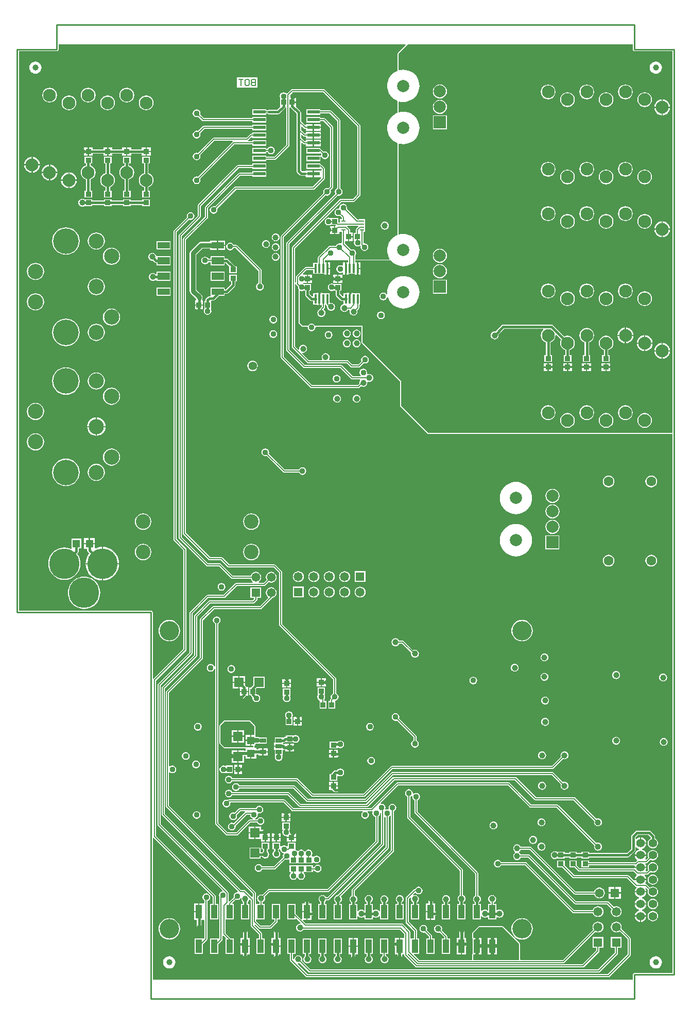
<source format=gbl>
G04 Layer_Physical_Order=4*
G04 Layer_Color=16711680*
%FSLAX25Y25*%
%MOIN*%
G70*
G01*
G75*
%ADD10C,0.03937*%
%ADD14R,0.03800X0.03200*%
%ADD15R,0.03200X0.03800*%
%ADD23R,0.06000X0.06000*%
%ADD25R,0.05000X0.05000*%
%ADD26R,0.05000X0.05000*%
%ADD27R,0.06000X0.06000*%
%ADD34R,0.07874X0.02362*%
%ADD36R,0.03937X0.02756*%
%ADD47C,0.00787*%
%ADD48C,0.01575*%
%ADD49C,0.01969*%
%ADD50C,0.01181*%
%ADD51C,0.03150*%
%ADD54C,0.01000*%
%ADD55C,0.19685*%
%ADD56C,0.07874*%
%ADD57R,0.07874X0.07874*%
%ADD58C,0.08268*%
%ADD59C,0.05512*%
%ADD60C,0.16535*%
%ADD61C,0.09843*%
%ADD62C,0.09449*%
%ADD63C,0.05800*%
%ADD64R,0.05800X0.05800*%
%ADD65R,0.05800X0.05800*%
%ADD66C,0.06299*%
%ADD67C,0.12598*%
%ADD68C,0.03740*%
%ADD69C,0.03150*%
%ADD95R,0.01654X0.05906*%
%ADD96R,0.07874X0.04000*%
%ADD97R,0.07874X0.05000*%
%ADD98R,0.04016X0.08740*%
%ADD99R,0.02953X0.00984*%
G36*
X398494Y614173D02*
X398579Y613748D01*
X398820Y613387D01*
X399181Y613146D01*
X399606Y613061D01*
X424085D01*
Y366142D01*
X277165Y366142D01*
X265945Y366142D01*
X248425Y383661D01*
Y399606D01*
X223622Y424409D01*
Y435433D01*
X192721Y435433D01*
X192325Y436026D01*
X191511Y436570D01*
X190551Y436761D01*
X189591Y436570D01*
X188777Y436026D01*
X188381Y435433D01*
X184646Y435433D01*
X182677Y437402D01*
X182677Y444882D01*
Y457703D01*
X183198Y457981D01*
X183292Y457918D01*
X184252Y457727D01*
X185212Y457918D01*
X185337Y458002D01*
X186390D01*
Y455512D01*
X186497Y454974D01*
X186802Y454518D01*
X189558Y451762D01*
X190014Y451458D01*
X190551Y451351D01*
X191595D01*
Y449213D01*
X193744D01*
Y448803D01*
X195177D01*
Y452756D01*
Y456709D01*
X193744D01*
Y456299D01*
X191595D01*
Y454473D01*
X191004Y454290D01*
X189200Y456094D01*
Y458002D01*
X190286D01*
Y462383D01*
X185475D01*
X185454Y462392D01*
X185212Y462554D01*
X185028Y462591D01*
X184974Y462616D01*
X185031Y463192D01*
X187402D01*
Y465792D01*
Y468392D01*
X185114D01*
X184851Y468964D01*
X187324Y471437D01*
X191595D01*
Y468898D01*
X198862D01*
Y468488D01*
X200295D01*
Y472441D01*
Y476394D01*
X199133D01*
Y477559D01*
X214252D01*
Y476394D01*
X213091D01*
Y472441D01*
Y468488D01*
X214524D01*
Y468898D01*
X218547D01*
Y468488D01*
X219980D01*
Y472441D01*
Y476394D01*
X218818D01*
Y477559D01*
X241996D01*
X242600Y476852D01*
X243849Y475785D01*
X245249Y474927D01*
X246766Y474299D01*
X248363Y473915D01*
X250000Y473787D01*
X251637Y473915D01*
X253234Y474299D01*
X254751Y474927D01*
X256151Y475785D01*
X257400Y476852D01*
X258467Y478101D01*
X259325Y479501D01*
X259953Y481018D01*
X260336Y482615D01*
X260465Y484252D01*
X260336Y485889D01*
X259953Y487486D01*
X259325Y489003D01*
X258467Y490403D01*
X257400Y491652D01*
X256151Y492719D01*
X254751Y493577D01*
X253234Y494205D01*
X251637Y494588D01*
X250000Y494717D01*
X248363Y494588D01*
X247314Y494337D01*
X246850Y494702D01*
Y552857D01*
X247314Y553223D01*
X248363Y552971D01*
X250000Y552842D01*
X251637Y552971D01*
X253234Y553354D01*
X254751Y553982D01*
X256151Y554841D01*
X257400Y555907D01*
X258467Y557156D01*
X259325Y558556D01*
X259953Y560073D01*
X260336Y561670D01*
X260465Y563307D01*
X260336Y564944D01*
X259953Y566541D01*
X259325Y568058D01*
X258467Y569458D01*
X257400Y570707D01*
X256151Y571774D01*
X254751Y572632D01*
X253234Y573260D01*
X251637Y573644D01*
X250000Y573772D01*
X248363Y573644D01*
X247314Y573392D01*
X246850Y573757D01*
Y580101D01*
X247314Y580466D01*
X248363Y580215D01*
X250000Y580086D01*
X251637Y580215D01*
X253234Y580598D01*
X254751Y581226D01*
X256151Y582085D01*
X257400Y583151D01*
X258467Y584400D01*
X259325Y585800D01*
X259953Y587317D01*
X260336Y588914D01*
X260465Y590551D01*
X260336Y592188D01*
X259953Y593785D01*
X259325Y595302D01*
X258467Y596702D01*
X257400Y597951D01*
X256151Y599018D01*
X254751Y599876D01*
X253234Y600504D01*
X251637Y600888D01*
X250000Y601017D01*
X248363Y600888D01*
X247314Y600636D01*
X246850Y601002D01*
Y611417D01*
X252904Y617471D01*
X398494D01*
Y614173D01*
D02*
G37*
G36*
X251455Y616926D02*
X246398Y611869D01*
X246211Y611417D01*
Y601002D01*
X246226Y600965D01*
X246216Y600926D01*
X246221Y600917D01*
X246129Y600418D01*
X245997Y600192D01*
X245980Y600179D01*
X245249Y599876D01*
X243849Y599018D01*
X242600Y597951D01*
X241533Y596702D01*
X240675Y595302D01*
X240047Y593785D01*
X239664Y592188D01*
X239535Y590551D01*
X239664Y588914D01*
X240047Y587317D01*
X240675Y585800D01*
X241533Y584400D01*
X242600Y583151D01*
X243849Y582085D01*
X245249Y581226D01*
X245980Y580924D01*
X245997Y580910D01*
X246129Y580684D01*
X246221Y580185D01*
X246216Y580176D01*
X246226Y580138D01*
X246211Y580101D01*
Y573757D01*
X246226Y573721D01*
X246216Y573682D01*
X246221Y573673D01*
X246129Y573174D01*
X245997Y572948D01*
X245980Y572935D01*
X245249Y572632D01*
X243849Y571774D01*
X242600Y570707D01*
X241533Y569458D01*
X240675Y568058D01*
X240047Y566541D01*
X239664Y564944D01*
X239535Y563307D01*
X239664Y561670D01*
X240047Y560073D01*
X240675Y558556D01*
X241533Y557156D01*
X242600Y555907D01*
X243849Y554841D01*
X245249Y553982D01*
X245980Y553680D01*
X245997Y553666D01*
X246129Y553440D01*
X246221Y552941D01*
X246216Y552932D01*
X246226Y552894D01*
X246211Y552857D01*
Y494702D01*
X246226Y494665D01*
X246216Y494627D01*
X246221Y494618D01*
X246129Y494119D01*
X245997Y493893D01*
X245980Y493880D01*
X245249Y493577D01*
X243849Y492719D01*
X242600Y491652D01*
X241533Y490403D01*
X240675Y489003D01*
X240047Y487486D01*
X239664Y485889D01*
X239535Y484252D01*
X239664Y482615D01*
X240047Y481018D01*
X240675Y479501D01*
X241158Y478714D01*
X240869Y478198D01*
X218818D01*
Y480682D01*
X219247Y481322D01*
X219438Y482282D01*
X219247Y483243D01*
X218703Y484057D01*
X217889Y484600D01*
X216929Y484791D01*
X216020Y484611D01*
X212027Y488603D01*
Y490013D01*
X214129D01*
Y492913D01*
X214523D01*
Y493307D01*
X217123D01*
Y495813D01*
X215526D01*
Y497022D01*
X215570Y497244D01*
X215494Y497628D01*
X215277Y497954D01*
X215277Y497954D01*
X213643Y499587D01*
X213846Y500177D01*
X220547D01*
X220792Y499587D01*
X219369Y498165D01*
X219152Y497839D01*
X219075Y497455D01*
Y495404D01*
X217932D01*
Y490423D01*
X217932Y490423D01*
X218016Y489832D01*
X217865Y489075D01*
X218056Y488115D01*
X218600Y487301D01*
X219414Y486757D01*
X220374Y486566D01*
X221334Y486757D01*
X221870Y487115D01*
X222402Y486760D01*
X222294Y486221D01*
X222485Y485260D01*
X223029Y484446D01*
X223843Y483903D01*
X224803Y483712D01*
X225763Y483903D01*
X226577Y484446D01*
X227121Y485260D01*
X227312Y486221D01*
X227121Y487181D01*
X226577Y487994D01*
X225763Y488538D01*
X224803Y488729D01*
X224688Y488706D01*
X224232Y489081D01*
Y496161D01*
X225295D01*
Y500098D01*
Y504232D01*
X221161D01*
Y504153D01*
X220101D01*
X213352Y510902D01*
X213532Y511811D01*
X213341Y512771D01*
X212798Y513585D01*
X211984Y514129D01*
X211024Y514320D01*
X210064Y514129D01*
X209250Y513585D01*
X208706Y512771D01*
X208515Y511811D01*
X208548Y511641D01*
X208131Y511224D01*
X207961Y511258D01*
X207001Y511067D01*
X206187Y510523D01*
X205644Y509709D01*
X205452Y508749D01*
X205644Y507789D01*
X206187Y506975D01*
X207001Y506431D01*
X207961Y506240D01*
X208870Y506421D01*
X210020Y505271D01*
Y504232D01*
X208957D01*
Y502185D01*
X208002D01*
Y504990D01*
X203021D01*
X203021Y504990D01*
X202470Y505087D01*
X201575Y505265D01*
X200615Y505074D01*
X199801Y504530D01*
X199257Y503716D01*
X199066Y502756D01*
X199257Y501796D01*
X199801Y500982D01*
X200615Y500438D01*
X201575Y500247D01*
X202535Y500438D01*
X203021Y500609D01*
X203021Y500609D01*
X203021Y500609D01*
X206030D01*
X206207Y500390D01*
X205924Y499800D01*
X205906D01*
Y497200D01*
Y494600D01*
X208412D01*
Y496051D01*
X208957Y496161D01*
Y496161D01*
X210020D01*
Y488928D01*
X209429Y488577D01*
X208661Y488729D01*
X207701Y488538D01*
X206887Y487994D01*
X206373Y487224D01*
X202510D01*
X202126Y487148D01*
X201800Y486930D01*
X194960Y480090D01*
X194742Y479764D01*
X194666Y479380D01*
Y475984D01*
X191595D01*
Y473445D01*
X186908D01*
X186524Y473368D01*
X186199Y473150D01*
X180688Y467640D01*
X180471Y467314D01*
X180394Y466930D01*
Y463379D01*
X180334Y463316D01*
X179744Y463553D01*
Y485411D01*
X209864Y515532D01*
X217717D01*
X218101Y515608D01*
X218426Y515826D01*
X221969Y519369D01*
X222187Y519695D01*
X222263Y520079D01*
Y564567D01*
X222187Y564951D01*
X221969Y565276D01*
X199135Y588111D01*
X198809Y588329D01*
X198425Y588405D01*
X177854D01*
X177470Y588329D01*
X177144Y588111D01*
X174821Y585788D01*
X174215Y585632D01*
X173401Y586176D01*
X172441Y586367D01*
X171481Y586176D01*
X170667Y585632D01*
X170123Y584818D01*
X169932Y583858D01*
X170110Y582963D01*
X170206Y582412D01*
X170206Y582412D01*
X170206Y582412D01*
Y577431D01*
X170206D01*
X170357Y577068D01*
X168316Y575027D01*
X162992D01*
X162454Y574920D01*
X162014Y574626D01*
X161260D01*
Y575394D01*
X152205D01*
Y571850D01*
X161260D01*
Y572618D01*
X162014D01*
X162454Y572324D01*
X162992Y572217D01*
X168898D01*
X169435Y572324D01*
X169891Y572629D01*
X173390Y576128D01*
X173695Y576583D01*
X173701Y576616D01*
X174292Y576558D01*
Y552483D01*
X166435Y544626D01*
X161260D01*
Y545394D01*
X152205D01*
Y541850D01*
X161260D01*
Y542619D01*
X166850D01*
X167234Y542695D01*
X167560Y542912D01*
X176005Y551357D01*
X176222Y551683D01*
X176299Y552067D01*
Y576513D01*
X176889Y576692D01*
X177003Y576522D01*
X180878Y572646D01*
Y567717D01*
Y562205D01*
Y557087D01*
Y535433D01*
X180985Y534895D01*
X181290Y534440D01*
X182865Y532865D01*
X183321Y532560D01*
X183858Y532453D01*
X186221D01*
X186795Y531965D01*
Y531441D01*
X191339D01*
Y533622D01*
Y535803D01*
X186795D01*
Y535751D01*
X186221Y535263D01*
X184440D01*
X183688Y536015D01*
Y553491D01*
X184234Y553717D01*
X185038Y552912D01*
X185364Y552695D01*
X185748Y552619D01*
X186795D01*
Y551441D01*
X191339D01*
Y553622D01*
Y555803D01*
X186795D01*
Y554626D01*
X186164D01*
X183688Y557101D01*
Y558609D01*
X184234Y558835D01*
X185157Y557912D01*
X185482Y557695D01*
X185866Y557619D01*
X186795D01*
Y556441D01*
X191339D01*
Y558622D01*
Y560803D01*
X186795D01*
Y559812D01*
X186205Y559703D01*
X183688Y562219D01*
Y564121D01*
X184234Y564347D01*
X185668Y562912D01*
X185994Y562695D01*
X186378Y562618D01*
X186795D01*
Y561441D01*
X191339D01*
Y563622D01*
Y565803D01*
X186795D01*
Y565459D01*
X186205Y565214D01*
X183688Y567731D01*
Y573228D01*
X183581Y573766D01*
X183277Y574222D01*
X180919Y576580D01*
X180597Y577021D01*
X180597D01*
X180597Y577021D01*
Y579528D01*
X177997D01*
Y580315D01*
X180597D01*
Y582821D01*
X180022D01*
X179802Y583111D01*
X179663Y583412D01*
X179751Y583857D01*
X179644Y584395D01*
X179340Y584851D01*
X178884Y585155D01*
X178346Y585262D01*
X177759Y585747D01*
X177740Y585869D01*
X178270Y586398D01*
X198010D01*
X220256Y564151D01*
Y520494D01*
X217301Y517539D01*
X209449D01*
X209065Y517463D01*
X208739Y517245D01*
X178031Y486536D01*
X177813Y486211D01*
X177737Y485827D01*
Y421654D01*
X177813Y421270D01*
X178031Y420944D01*
X187676Y411298D01*
X188002Y411081D01*
X188386Y411004D01*
X213541D01*
X215806Y408739D01*
X216132Y408522D01*
X216516Y408445D01*
X221196D01*
X221580Y408522D01*
X221906Y408739D01*
X224254Y411088D01*
X225163Y410907D01*
X226123Y411098D01*
X226937Y411642D01*
X227481Y412456D01*
X227672Y413416D01*
X227481Y414376D01*
X226937Y415190D01*
X226123Y415733D01*
X225163Y415925D01*
X224203Y415733D01*
X223389Y415190D01*
X222845Y414376D01*
X222654Y413416D01*
X222835Y412507D01*
X220780Y410452D01*
X216931D01*
X214666Y412717D01*
X214341Y412935D01*
X213957Y413011D01*
X202091D01*
X201800Y413602D01*
X201886Y413714D01*
X202144Y414337D01*
X202231Y415005D01*
X202144Y415673D01*
X201886Y416295D01*
X201475Y416830D01*
X200941Y417240D01*
X200318Y417498D01*
X199650Y417586D01*
X198982Y417498D01*
X198360Y417240D01*
X197825Y416830D01*
X197415Y416295D01*
X197157Y415673D01*
X197069Y415005D01*
X197157Y414337D01*
X197415Y413714D01*
X197501Y413602D01*
X197210Y413011D01*
X188802D01*
X184438Y417375D01*
X184714Y417934D01*
X185039Y417891D01*
X185707Y417979D01*
X186330Y418237D01*
X186864Y418647D01*
X187275Y419182D01*
X187532Y419804D01*
X187620Y420472D01*
X187532Y421140D01*
X187275Y421763D01*
X186864Y422298D01*
X186330Y422708D01*
X185707Y422966D01*
X185039Y423054D01*
X184371Y422966D01*
X183749Y422708D01*
X183214Y422298D01*
X182804Y421763D01*
X182546Y421140D01*
X182458Y420472D01*
X182501Y420147D01*
X181942Y419871D01*
X179744Y422069D01*
Y462346D01*
X179744D01*
X179744Y462304D01*
X179755Y462348D01*
X180334Y462405D01*
X180372Y462214D01*
X180590Y461889D01*
X181826Y460652D01*
X181743Y460236D01*
X181934Y459276D01*
X182218Y458852D01*
X182257Y458706D01*
X182225Y458155D01*
X182065Y457888D01*
X182075Y457792D01*
X182038Y457703D01*
X182038Y457603D01*
Y444882D01*
X182038Y437402D01*
X182225Y436950D01*
X184194Y434981D01*
X184646Y434794D01*
X187685Y434794D01*
X188059Y434337D01*
X188042Y434252D01*
X188233Y433292D01*
X188777Y432478D01*
X189591Y431934D01*
X190551Y431743D01*
X191511Y431934D01*
X192325Y432478D01*
X192869Y433292D01*
X193060Y434252D01*
X193043Y434337D01*
X193418Y434794D01*
X222983Y434794D01*
Y424409D01*
X223170Y423957D01*
X247786Y399342D01*
Y383661D01*
X247973Y383209D01*
X265493Y365690D01*
X265945Y365503D01*
X277165Y365503D01*
X424085Y365503D01*
Y16860D01*
X399606D01*
X399181Y16775D01*
X398820Y16534D01*
X398579Y16174D01*
X398494Y15748D01*
Y12450D01*
X87726D01*
Y104155D01*
X88107Y104334D01*
X88317Y104359D01*
X126595Y66080D01*
Y61358D01*
X125000D01*
Y51437D01*
X130197D01*
Y61358D01*
X128602D01*
Y66496D01*
X128526Y66880D01*
X128308Y67206D01*
X89980Y105534D01*
Y205884D01*
X109371Y225275D01*
X109589Y225600D01*
X109665Y225984D01*
Y290551D01*
X109589Y290935D01*
X109371Y291261D01*
X103150Y297482D01*
Y495824D01*
X111296Y503970D01*
X112205Y503789D01*
X113165Y503980D01*
X113979Y504524D01*
X114522Y505338D01*
X114713Y506298D01*
X114522Y507258D01*
X113979Y508072D01*
X113165Y508616D01*
X112205Y508807D01*
X111244Y508616D01*
X110431Y508072D01*
X109887Y507258D01*
X109696Y506298D01*
X109877Y505389D01*
X101436Y496949D01*
X101219Y496624D01*
X101143Y496240D01*
Y297066D01*
X101219Y296683D01*
X101436Y296357D01*
X107658Y290136D01*
Y226400D01*
X88317Y207059D01*
X88107Y207084D01*
X87726Y207263D01*
Y250000D01*
X87642Y250426D01*
X87400Y250786D01*
X87040Y251027D01*
X86614Y251112D01*
X1112D01*
Y613061D01*
X25591D01*
X26016Y613146D01*
X26377Y613387D01*
X26618Y613748D01*
X26702Y614173D01*
Y617471D01*
X251229D01*
X251455Y616926D01*
D02*
G37*
%LPC*%
G36*
X406197Y378899D02*
X404963Y378737D01*
X403814Y378261D01*
X402827Y377503D01*
X402070Y376517D01*
X401594Y375367D01*
X401432Y374134D01*
X401594Y372901D01*
X402070Y371751D01*
X402827Y370764D01*
X403814Y370007D01*
X404963Y369531D01*
X406197Y369369D01*
X407430Y369531D01*
X408579Y370007D01*
X409566Y370764D01*
X410324Y371751D01*
X410800Y372901D01*
X410962Y374134D01*
X410800Y375367D01*
X410324Y376517D01*
X409566Y377503D01*
X408579Y378261D01*
X407430Y378737D01*
X406197Y378899D01*
D02*
G37*
G36*
X381220D02*
X379987Y378737D01*
X378838Y378261D01*
X377851Y377503D01*
X377094Y376517D01*
X376618Y375367D01*
X376455Y374134D01*
X376618Y372901D01*
X377094Y371751D01*
X377851Y370764D01*
X378838Y370007D01*
X379987Y369531D01*
X381220Y369369D01*
X382454Y369531D01*
X383603Y370007D01*
X384590Y370764D01*
X385347Y371751D01*
X385823Y372901D01*
X385986Y374134D01*
X385823Y375367D01*
X385347Y376517D01*
X384590Y377503D01*
X383603Y378261D01*
X382454Y378737D01*
X381220Y378899D01*
D02*
G37*
G36*
X356220D02*
X354987Y378737D01*
X353838Y378261D01*
X352851Y377503D01*
X352094Y376517D01*
X351618Y375367D01*
X351455Y374134D01*
X351618Y372901D01*
X352094Y371751D01*
X352851Y370764D01*
X353838Y370007D01*
X354987Y369531D01*
X356220Y369369D01*
X357454Y369531D01*
X358603Y370007D01*
X359590Y370764D01*
X360347Y371751D01*
X360823Y372901D01*
X360986Y374134D01*
X360823Y375367D01*
X360347Y376517D01*
X359590Y377503D01*
X358603Y378261D01*
X357454Y378737D01*
X356220Y378899D01*
D02*
G37*
G36*
X343701Y383899D02*
X342467Y383737D01*
X341318Y383261D01*
X340331Y382503D01*
X339574Y381517D01*
X339098Y380367D01*
X338936Y379134D01*
X339098Y377901D01*
X339574Y376751D01*
X340331Y375764D01*
X341318Y375007D01*
X342467Y374531D01*
X343701Y374369D01*
X344934Y374531D01*
X346083Y375007D01*
X347070Y375764D01*
X347828Y376751D01*
X348304Y377901D01*
X348466Y379134D01*
X348304Y380367D01*
X347828Y381517D01*
X347070Y382503D01*
X346083Y383261D01*
X344934Y383737D01*
X343701Y383899D01*
D02*
G37*
G36*
X356220Y536379D02*
X354987Y536217D01*
X353838Y535741D01*
X352851Y534984D01*
X352094Y533997D01*
X351618Y532847D01*
X351455Y531614D01*
X351618Y530381D01*
X352094Y529232D01*
X352851Y528245D01*
X353838Y527487D01*
X354987Y527011D01*
X356220Y526849D01*
X357454Y527011D01*
X358603Y527487D01*
X359590Y528245D01*
X360347Y529232D01*
X360823Y530381D01*
X360986Y531614D01*
X360823Y532847D01*
X360347Y533997D01*
X359590Y534984D01*
X358603Y535741D01*
X357454Y536217D01*
X356220Y536379D01*
D02*
G37*
G36*
X393701Y512639D02*
X392467Y512477D01*
X391318Y512001D01*
X390331Y511243D01*
X389574Y510256D01*
X389098Y509107D01*
X388936Y507874D01*
X389098Y506641D01*
X389574Y505491D01*
X390331Y504504D01*
X391318Y503747D01*
X392467Y503271D01*
X393701Y503109D01*
X394934Y503271D01*
X396083Y503747D01*
X397070Y504504D01*
X397828Y505491D01*
X398304Y506641D01*
X398466Y507874D01*
X398304Y509107D01*
X397828Y510256D01*
X397070Y511243D01*
X396083Y512001D01*
X394934Y512477D01*
X393701Y512639D01*
D02*
G37*
G36*
X368701Y541379D02*
X367467Y541217D01*
X366318Y540741D01*
X365331Y539984D01*
X364574Y538997D01*
X364098Y537848D01*
X363936Y536614D01*
X364098Y535381D01*
X364574Y534232D01*
X365331Y533245D01*
X366318Y532487D01*
X367467Y532011D01*
X368701Y531849D01*
X369934Y532011D01*
X371083Y532487D01*
X372070Y533245D01*
X372828Y534232D01*
X373304Y535381D01*
X373466Y536614D01*
X373304Y537848D01*
X372828Y538997D01*
X372070Y539984D01*
X371083Y540741D01*
X369934Y541217D01*
X368701Y541379D01*
D02*
G37*
G36*
X343701D02*
X342467Y541217D01*
X341318Y540741D01*
X340331Y539984D01*
X339574Y538997D01*
X339098Y537848D01*
X338936Y536614D01*
X339098Y535381D01*
X339574Y534232D01*
X340331Y533245D01*
X341318Y532487D01*
X342467Y532011D01*
X343701Y531849D01*
X344934Y532011D01*
X346083Y532487D01*
X347070Y533245D01*
X347828Y534232D01*
X348304Y535381D01*
X348466Y536614D01*
X348304Y537848D01*
X347828Y538997D01*
X347070Y539984D01*
X346083Y540741D01*
X344934Y541217D01*
X343701Y541379D01*
D02*
G37*
G36*
X393701D02*
X392467Y541217D01*
X391318Y540741D01*
X390331Y539984D01*
X389574Y538997D01*
X389098Y537848D01*
X388936Y536614D01*
X389098Y535381D01*
X389574Y534232D01*
X390331Y533245D01*
X391318Y532487D01*
X392467Y532011D01*
X393701Y531849D01*
X394934Y532011D01*
X396083Y532487D01*
X397070Y533245D01*
X397828Y534232D01*
X398304Y535381D01*
X398466Y536614D01*
X398304Y537848D01*
X397828Y538997D01*
X397070Y539984D01*
X396083Y540741D01*
X394934Y541217D01*
X393701Y541379D01*
D02*
G37*
G36*
X406197Y536379D02*
X404963Y536217D01*
X403814Y535741D01*
X402827Y534984D01*
X402070Y533997D01*
X401594Y532847D01*
X401432Y531614D01*
X401594Y530381D01*
X402070Y529232D01*
X402827Y528245D01*
X403814Y527487D01*
X404963Y527011D01*
X406197Y526849D01*
X407430Y527011D01*
X408579Y527487D01*
X409566Y528245D01*
X410324Y529232D01*
X410800Y530381D01*
X410962Y531614D01*
X410800Y532847D01*
X410324Y533997D01*
X409566Y534984D01*
X408579Y535741D01*
X407430Y536217D01*
X406197Y536379D01*
D02*
G37*
G36*
X381220D02*
X379987Y536217D01*
X378838Y535741D01*
X377851Y534984D01*
X377094Y533997D01*
X376618Y532847D01*
X376455Y531614D01*
X376618Y530381D01*
X377094Y529232D01*
X377851Y528245D01*
X378838Y527487D01*
X379987Y527011D01*
X381220Y526849D01*
X382454Y527011D01*
X383603Y527487D01*
X384590Y528245D01*
X385347Y529232D01*
X385823Y530381D01*
X385986Y531614D01*
X385823Y532847D01*
X385347Y533997D01*
X384590Y534984D01*
X383603Y535741D01*
X382454Y536217D01*
X381220Y536379D01*
D02*
G37*
G36*
X368701Y512639D02*
X367467Y512477D01*
X366318Y512001D01*
X365331Y511243D01*
X364574Y510256D01*
X364098Y509107D01*
X363936Y507874D01*
X364098Y506641D01*
X364574Y505491D01*
X365331Y504504D01*
X366318Y503747D01*
X367467Y503271D01*
X368701Y503109D01*
X369934Y503271D01*
X371083Y503747D01*
X372070Y504504D01*
X372828Y505491D01*
X373304Y506641D01*
X373466Y507874D01*
X373304Y509107D01*
X372828Y510256D01*
X372070Y511243D01*
X371083Y512001D01*
X369934Y512477D01*
X368701Y512639D01*
D02*
G37*
G36*
X406197Y507639D02*
X404963Y507477D01*
X403814Y507001D01*
X402827Y506243D01*
X402070Y505257D01*
X401594Y504107D01*
X401432Y502874D01*
X401594Y501641D01*
X402070Y500491D01*
X402827Y499505D01*
X403814Y498747D01*
X404963Y498271D01*
X406197Y498109D01*
X407430Y498271D01*
X408579Y498747D01*
X409566Y499505D01*
X410324Y500491D01*
X410800Y501641D01*
X410962Y502874D01*
X410800Y504107D01*
X410324Y505257D01*
X409566Y506243D01*
X408579Y507001D01*
X407430Y507477D01*
X406197Y507639D01*
D02*
G37*
G36*
X417126Y503000D02*
X416180Y502876D01*
X414931Y502358D01*
X413858Y501536D01*
X413035Y500463D01*
X412518Y499214D01*
X412394Y498268D01*
X417126D01*
Y503000D01*
D02*
G37*
G36*
X343701Y512639D02*
X342467Y512477D01*
X341318Y512001D01*
X340331Y511243D01*
X339574Y510256D01*
X339098Y509107D01*
X338936Y507874D01*
X339098Y506641D01*
X339574Y505491D01*
X340331Y504504D01*
X341318Y503747D01*
X342467Y503271D01*
X343701Y503109D01*
X344934Y503271D01*
X346083Y503747D01*
X347070Y504504D01*
X347828Y505491D01*
X348304Y506641D01*
X348466Y507874D01*
X348304Y509107D01*
X347828Y510256D01*
X347070Y511243D01*
X346083Y512001D01*
X344934Y512477D01*
X343701Y512639D01*
D02*
G37*
G36*
X417913Y503000D02*
Y498268D01*
X422646D01*
X422521Y499214D01*
X422004Y500463D01*
X421181Y501536D01*
X420109Y502358D01*
X418860Y502876D01*
X417913Y503000D01*
D02*
G37*
G36*
X381220Y507639D02*
X379987Y507477D01*
X378838Y507001D01*
X377851Y506243D01*
X377094Y505257D01*
X376618Y504107D01*
X376455Y502874D01*
X376618Y501641D01*
X377094Y500491D01*
X377851Y499505D01*
X378838Y498747D01*
X379987Y498271D01*
X381220Y498109D01*
X382454Y498271D01*
X383603Y498747D01*
X384590Y499505D01*
X385347Y500491D01*
X385823Y501641D01*
X385986Y502874D01*
X385823Y504107D01*
X385347Y505257D01*
X384590Y506243D01*
X383603Y507001D01*
X382454Y507477D01*
X381220Y507639D01*
D02*
G37*
G36*
X417126Y497480D02*
X412394D01*
X412518Y496534D01*
X413035Y495285D01*
X413858Y494212D01*
X414931Y493390D01*
X416180Y492872D01*
X417126Y492748D01*
Y497480D01*
D02*
G37*
G36*
X422646D02*
X417913D01*
Y492748D01*
X418860Y492872D01*
X420109Y493390D01*
X421181Y494212D01*
X422004Y495285D01*
X422521Y496534D01*
X422646Y497480D01*
D02*
G37*
G36*
X356220Y507639D02*
X354987Y507477D01*
X353838Y507001D01*
X352851Y506243D01*
X352094Y505257D01*
X351618Y504107D01*
X351455Y502874D01*
X351618Y501641D01*
X352094Y500491D01*
X352851Y499505D01*
X353838Y498747D01*
X354987Y498271D01*
X356220Y498109D01*
X357454Y498271D01*
X358603Y498747D01*
X359590Y499505D01*
X360347Y500491D01*
X360823Y501641D01*
X360986Y502874D01*
X360823Y504107D01*
X360347Y505257D01*
X359590Y506243D01*
X358603Y507001D01*
X357454Y507477D01*
X356220Y507639D01*
D02*
G37*
G36*
Y586379D02*
X354987Y586217D01*
X353838Y585741D01*
X352851Y584984D01*
X352094Y583997D01*
X351618Y582847D01*
X351455Y581614D01*
X351618Y580381D01*
X352094Y579232D01*
X352851Y578245D01*
X353838Y577487D01*
X354987Y577011D01*
X356220Y576849D01*
X357454Y577011D01*
X358603Y577487D01*
X359590Y578245D01*
X360347Y579232D01*
X360823Y580381D01*
X360986Y581614D01*
X360823Y582847D01*
X360347Y583997D01*
X359590Y584984D01*
X358603Y585741D01*
X357454Y586217D01*
X356220Y586379D01*
D02*
G37*
G36*
X381220D02*
X379987Y586217D01*
X378838Y585741D01*
X377851Y584984D01*
X377094Y583997D01*
X376618Y582847D01*
X376455Y581614D01*
X376618Y580381D01*
X377094Y579232D01*
X377851Y578245D01*
X378838Y577487D01*
X379987Y577011D01*
X381220Y576849D01*
X382454Y577011D01*
X383603Y577487D01*
X384590Y578245D01*
X385347Y579232D01*
X385823Y580381D01*
X385986Y581614D01*
X385823Y582847D01*
X385347Y583997D01*
X384590Y584984D01*
X383603Y585741D01*
X382454Y586217D01*
X381220Y586379D01*
D02*
G37*
G36*
X417126Y581741D02*
X416180Y581616D01*
X414931Y581099D01*
X413858Y580276D01*
X413035Y579203D01*
X412518Y577954D01*
X412394Y577008D01*
X417126D01*
Y581741D01*
D02*
G37*
G36*
X406197Y586379D02*
X404963Y586217D01*
X403814Y585741D01*
X402827Y584984D01*
X402070Y583997D01*
X401594Y582847D01*
X401432Y581614D01*
X401594Y580381D01*
X402070Y579232D01*
X402827Y578245D01*
X403814Y577487D01*
X404963Y577011D01*
X406197Y576849D01*
X407430Y577011D01*
X408579Y577487D01*
X409566Y578245D01*
X410324Y579232D01*
X410800Y580381D01*
X410962Y581614D01*
X410800Y582847D01*
X410324Y583997D01*
X409566Y584984D01*
X408579Y585741D01*
X407430Y586217D01*
X406197Y586379D01*
D02*
G37*
G36*
X417126Y576220D02*
X412394D01*
X412518Y575274D01*
X413035Y574025D01*
X413858Y572953D01*
X414931Y572130D01*
X416180Y571612D01*
X417126Y571488D01*
Y576220D01*
D02*
G37*
G36*
X422646D02*
X417913D01*
Y571488D01*
X418860Y571612D01*
X420109Y572130D01*
X421181Y572953D01*
X422004Y574025D01*
X422521Y575274D01*
X422646Y576220D01*
D02*
G37*
G36*
X273622Y581496D02*
X272440Y581340D01*
X271339Y580884D01*
X270393Y580158D01*
X269667Y579213D01*
X269211Y578111D01*
X269055Y576929D01*
X269211Y575747D01*
X269667Y574646D01*
X270393Y573700D01*
X271339Y572974D01*
X272440Y572518D01*
X273622Y572363D01*
X274804Y572518D01*
X275905Y572974D01*
X276851Y573700D01*
X277577Y574646D01*
X278033Y575747D01*
X278189Y576929D01*
X278033Y578111D01*
X277577Y579213D01*
X276851Y580158D01*
X275905Y580884D01*
X274804Y581340D01*
X273622Y581496D01*
D02*
G37*
G36*
Y591496D02*
X272440Y591340D01*
X271339Y590884D01*
X270393Y590158D01*
X269667Y589213D01*
X269211Y588111D01*
X269055Y586929D01*
X269211Y585747D01*
X269667Y584646D01*
X270393Y583700D01*
X271339Y582974D01*
X272440Y582518D01*
X273622Y582363D01*
X274804Y582518D01*
X275905Y582974D01*
X276851Y583700D01*
X277577Y584646D01*
X278033Y585747D01*
X278189Y586929D01*
X278033Y588111D01*
X277577Y589213D01*
X276851Y590158D01*
X275905Y590884D01*
X274804Y591340D01*
X273622Y591496D01*
D02*
G37*
G36*
X393701Y591379D02*
X392467Y591217D01*
X391318Y590741D01*
X390331Y589984D01*
X389574Y588997D01*
X389098Y587848D01*
X388936Y586614D01*
X389098Y585381D01*
X389574Y584232D01*
X390331Y583245D01*
X391318Y582487D01*
X392467Y582011D01*
X393701Y581849D01*
X394934Y582011D01*
X396083Y582487D01*
X397070Y583245D01*
X397828Y584232D01*
X398304Y585381D01*
X398466Y586614D01*
X398304Y587848D01*
X397828Y588997D01*
X397070Y589984D01*
X396083Y590741D01*
X394934Y591217D01*
X393701Y591379D01*
D02*
G37*
G36*
X413386Y606333D02*
X412358Y606198D01*
X411400Y605801D01*
X410578Y605170D01*
X409947Y604348D01*
X409550Y603390D01*
X409415Y602362D01*
X409550Y601334D01*
X409947Y600377D01*
X410578Y599554D01*
X411400Y598923D01*
X412358Y598526D01*
X413386Y598391D01*
X414414Y598526D01*
X415371Y598923D01*
X416194Y599554D01*
X416825Y600377D01*
X417221Y601334D01*
X417357Y602362D01*
X417221Y603390D01*
X416825Y604348D01*
X416194Y605170D01*
X415371Y605801D01*
X414414Y606198D01*
X413386Y606333D01*
D02*
G37*
G36*
X368701Y591379D02*
X367467Y591217D01*
X366318Y590741D01*
X365331Y589984D01*
X364574Y588997D01*
X364098Y587848D01*
X363936Y586614D01*
X364098Y585381D01*
X364574Y584232D01*
X365331Y583245D01*
X366318Y582487D01*
X367467Y582011D01*
X368701Y581849D01*
X369934Y582011D01*
X371083Y582487D01*
X372070Y583245D01*
X372828Y584232D01*
X373304Y585381D01*
X373466Y586614D01*
X373304Y587848D01*
X372828Y588997D01*
X372070Y589984D01*
X371083Y590741D01*
X369934Y591217D01*
X368701Y591379D01*
D02*
G37*
G36*
X417913Y581741D02*
Y577008D01*
X422646D01*
X422521Y577954D01*
X422004Y579203D01*
X421181Y580276D01*
X420109Y581099D01*
X418860Y581616D01*
X417913Y581741D01*
D02*
G37*
G36*
X343701Y591379D02*
X342467Y591217D01*
X341318Y590741D01*
X340331Y589984D01*
X339574Y588997D01*
X339098Y587848D01*
X338936Y586614D01*
X339098Y585381D01*
X339574Y584232D01*
X340331Y583245D01*
X341318Y582487D01*
X342467Y582011D01*
X343701Y581849D01*
X344934Y582011D01*
X346083Y582487D01*
X347070Y583245D01*
X347828Y584232D01*
X348304Y585381D01*
X348466Y586614D01*
X348304Y587848D01*
X347828Y588997D01*
X347070Y589984D01*
X346083Y590741D01*
X344934Y591217D01*
X343701Y591379D01*
D02*
G37*
G36*
X278150Y571457D02*
X269094D01*
Y562402D01*
X278150D01*
Y571457D01*
D02*
G37*
G36*
X273622Y485197D02*
X272440Y485041D01*
X271339Y484585D01*
X270393Y483859D01*
X269667Y482913D01*
X269211Y481812D01*
X269055Y480630D01*
X269211Y479448D01*
X269667Y478347D01*
X270393Y477401D01*
X271339Y476675D01*
X272440Y476219D01*
X273622Y476063D01*
X274804Y476219D01*
X275905Y476675D01*
X276851Y477401D01*
X277577Y478347D01*
X278033Y479448D01*
X278189Y480630D01*
X278033Y481812D01*
X277577Y482913D01*
X276851Y483859D01*
X275905Y484585D01*
X274804Y485041D01*
X273622Y485197D01*
D02*
G37*
G36*
X405803Y423740D02*
X401070D01*
X401195Y422794D01*
X401712Y421545D01*
X402535Y420472D01*
X403608Y419650D01*
X404857Y419132D01*
X405803Y419008D01*
Y423740D01*
D02*
G37*
G36*
X422646Y418740D02*
X417913D01*
Y414008D01*
X418860Y414132D01*
X420109Y414649D01*
X421181Y415472D01*
X422004Y416545D01*
X422521Y417794D01*
X422646Y418740D01*
D02*
G37*
G36*
X411323Y423740D02*
X406591D01*
Y419008D01*
X407537Y419132D01*
X408786Y419650D01*
X409858Y420472D01*
X410681Y421545D01*
X411199Y422794D01*
X411323Y423740D01*
D02*
G37*
G36*
X417913Y424260D02*
Y419528D01*
X422646D01*
X422521Y420474D01*
X422004Y421723D01*
X421181Y422795D01*
X420109Y423618D01*
X418860Y424136D01*
X417913Y424260D01*
D02*
G37*
G36*
X417126D02*
X416180Y424136D01*
X414931Y423618D01*
X413858Y422795D01*
X413035Y421723D01*
X412518Y420474D01*
X412394Y419528D01*
X417126D01*
Y424260D01*
D02*
G37*
G36*
Y418740D02*
X412394D01*
X412518Y417794D01*
X413035Y416545D01*
X413858Y415472D01*
X414931Y414649D01*
X416180Y414132D01*
X417126Y414008D01*
Y418740D01*
D02*
G37*
G36*
X384002Y411217D02*
X381496D01*
Y409011D01*
X384002D01*
Y411217D01*
D02*
G37*
G36*
X371404D02*
X368898D01*
Y409011D01*
X371404D01*
Y411217D01*
D02*
G37*
G36*
X345984Y436051D02*
X314567D01*
X314029Y435944D01*
X313574Y435639D01*
X309580Y431646D01*
X309055Y431715D01*
X308387Y431627D01*
X307765Y431369D01*
X307230Y430959D01*
X306820Y430424D01*
X306562Y429802D01*
X306474Y429134D01*
X306562Y428466D01*
X306820Y427843D01*
X307230Y427309D01*
X307765Y426898D01*
X308387Y426641D01*
X309055Y426553D01*
X309723Y426641D01*
X310346Y426898D01*
X310880Y427309D01*
X311290Y427843D01*
X311548Y428466D01*
X311636Y429134D01*
X311567Y429659D01*
X315149Y433241D01*
X340374D01*
X340564Y432682D01*
X340331Y432503D01*
X339574Y431517D01*
X339098Y430367D01*
X338936Y429134D01*
X339098Y427901D01*
X339574Y426751D01*
X340331Y425765D01*
X341318Y425007D01*
X342296Y424602D01*
Y416408D01*
X341210D01*
Y412027D01*
X346191D01*
Y416408D01*
X345106D01*
Y424602D01*
X346083Y425007D01*
X347070Y425765D01*
X347828Y426751D01*
X348304Y427901D01*
X348466Y429134D01*
X348428Y429424D01*
X348957Y429685D01*
X352108Y426535D01*
X352094Y426516D01*
X351618Y425367D01*
X351455Y424134D01*
X351618Y422901D01*
X352094Y421751D01*
X352851Y420764D01*
X353838Y420007D01*
X354816Y419602D01*
Y416408D01*
X353809D01*
Y412027D01*
X358790D01*
Y416408D01*
X357625D01*
Y419602D01*
X358603Y420007D01*
X359590Y420764D01*
X360347Y421751D01*
X360823Y422901D01*
X360986Y424134D01*
X360823Y425367D01*
X360347Y426516D01*
X359590Y427503D01*
X358603Y428261D01*
X357454Y428737D01*
X356220Y428899D01*
X354987Y428737D01*
X354204Y428412D01*
X346977Y435639D01*
X346521Y435944D01*
X345984Y436051D01*
D02*
G37*
G36*
X381220Y428899D02*
X379987Y428737D01*
X378838Y428261D01*
X377851Y427503D01*
X377094Y426516D01*
X376618Y425367D01*
X376455Y424134D01*
X376618Y422901D01*
X377094Y421751D01*
X377851Y420764D01*
X378838Y420007D01*
X379816Y419602D01*
Y416408D01*
X378612D01*
Y412027D01*
X383593D01*
Y416408D01*
X382625D01*
Y419602D01*
X383603Y420007D01*
X384590Y420764D01*
X385347Y421751D01*
X385823Y422901D01*
X385986Y424134D01*
X385823Y425367D01*
X385347Y426516D01*
X384590Y427503D01*
X383603Y428261D01*
X382454Y428737D01*
X381220Y428899D01*
D02*
G37*
G36*
X368701Y433899D02*
X367467Y433737D01*
X366318Y433261D01*
X365331Y432503D01*
X364574Y431517D01*
X364098Y430367D01*
X363936Y429134D01*
X364098Y427901D01*
X364574Y426751D01*
X365331Y425765D01*
X366318Y425007D01*
X367296Y424602D01*
Y416408D01*
X366014D01*
Y412027D01*
X370995D01*
Y416408D01*
X370106D01*
Y424602D01*
X371083Y425007D01*
X372070Y425765D01*
X372828Y426751D01*
X373304Y427901D01*
X373466Y429134D01*
X373304Y430367D01*
X372828Y431517D01*
X372070Y432503D01*
X371083Y433261D01*
X369934Y433737D01*
X368701Y433899D01*
D02*
G37*
G36*
X406591Y429260D02*
Y424528D01*
X411323D01*
X411199Y425474D01*
X410681Y426723D01*
X409858Y427796D01*
X408786Y428618D01*
X407537Y429136D01*
X406591Y429260D01*
D02*
G37*
G36*
X405803D02*
X404857Y429136D01*
X403608Y428618D01*
X402535Y427796D01*
X401712Y426723D01*
X401195Y425474D01*
X401070Y424528D01*
X405803D01*
Y429260D01*
D02*
G37*
G36*
X398827Y428740D02*
X394094D01*
Y424008D01*
X395041Y424132D01*
X396290Y424649D01*
X397362Y425472D01*
X398185Y426545D01*
X398703Y427794D01*
X398827Y428740D01*
D02*
G37*
G36*
X393307D02*
X388575D01*
X388699Y427794D01*
X389216Y426545D01*
X390039Y425472D01*
X391112Y424649D01*
X392361Y424132D01*
X393307Y424008D01*
Y428740D01*
D02*
G37*
G36*
X359199Y411217D02*
X356693D01*
Y409011D01*
X359199D01*
Y411217D01*
D02*
G37*
G36*
X343307Y408224D02*
X340801D01*
Y406017D01*
X343307D01*
Y408224D01*
D02*
G37*
G36*
X355906D02*
X353399D01*
Y406017D01*
X355906D01*
Y408224D01*
D02*
G37*
G36*
X346601D02*
X344094D01*
Y406017D01*
X346601D01*
Y408224D01*
D02*
G37*
G36*
X393701Y383899D02*
X392467Y383737D01*
X391318Y383261D01*
X390331Y382503D01*
X389574Y381517D01*
X389098Y380367D01*
X388936Y379134D01*
X389098Y377901D01*
X389574Y376751D01*
X390331Y375764D01*
X391318Y375007D01*
X392467Y374531D01*
X393701Y374369D01*
X394934Y374531D01*
X396083Y375007D01*
X397070Y375764D01*
X397828Y376751D01*
X398304Y377901D01*
X398466Y379134D01*
X398304Y380367D01*
X397828Y381517D01*
X397070Y382503D01*
X396083Y383261D01*
X394934Y383737D01*
X393701Y383899D01*
D02*
G37*
G36*
X368701D02*
X367467Y383737D01*
X366318Y383261D01*
X365331Y382503D01*
X364574Y381517D01*
X364098Y380367D01*
X363936Y379134D01*
X364098Y377901D01*
X364574Y376751D01*
X365331Y375764D01*
X366318Y375007D01*
X367467Y374531D01*
X368701Y374369D01*
X369934Y374531D01*
X371083Y375007D01*
X372070Y375764D01*
X372828Y376751D01*
X373304Y377901D01*
X373466Y379134D01*
X373304Y380367D01*
X372828Y381517D01*
X372070Y382503D01*
X371083Y383261D01*
X369934Y383737D01*
X368701Y383899D01*
D02*
G37*
G36*
X355906Y411217D02*
X353399D01*
Y409011D01*
X355906D01*
Y411217D01*
D02*
G37*
G36*
X343307D02*
X340801D01*
Y409011D01*
X343307D01*
Y411217D01*
D02*
G37*
G36*
X368110D02*
X365604D01*
Y409011D01*
X368110D01*
Y411217D01*
D02*
G37*
G36*
X346601D02*
X344094D01*
Y409011D01*
X346601D01*
Y411217D01*
D02*
G37*
G36*
X380709D02*
X378202D01*
Y409011D01*
X380709D01*
Y411217D01*
D02*
G37*
G36*
X368110Y408224D02*
X365604D01*
Y406017D01*
X368110D01*
Y408224D01*
D02*
G37*
G36*
X359199D02*
X356693D01*
Y406017D01*
X359199D01*
Y408224D01*
D02*
G37*
G36*
X371404D02*
X368898D01*
Y406017D01*
X371404D01*
Y408224D01*
D02*
G37*
G36*
X384002D02*
X381496D01*
Y406017D01*
X384002D01*
Y408224D01*
D02*
G37*
G36*
X380709D02*
X378202D01*
Y406017D01*
X380709D01*
Y408224D01*
D02*
G37*
G36*
X210380Y465399D02*
X207874D01*
Y463192D01*
X210380D01*
Y465399D01*
D02*
G37*
G36*
X273622Y475197D02*
X272440Y475041D01*
X271339Y474585D01*
X270393Y473859D01*
X269667Y472913D01*
X269211Y471812D01*
X269055Y470630D01*
X269211Y469448D01*
X269667Y468347D01*
X270393Y467401D01*
X271339Y466675D01*
X272440Y466219D01*
X273622Y466063D01*
X274804Y466219D01*
X275905Y466675D01*
X276851Y467401D01*
X277577Y468347D01*
X278033Y469448D01*
X278189Y470630D01*
X278033Y471812D01*
X277577Y472913D01*
X276851Y473859D01*
X275905Y474585D01*
X274804Y475041D01*
X273622Y475197D01*
D02*
G37*
G36*
X207086Y465399D02*
X204580D01*
Y463192D01*
X207086D01*
Y465399D01*
D02*
G37*
G36*
X278150Y465158D02*
X269094D01*
Y456102D01*
X278150D01*
Y465158D01*
D02*
G37*
G36*
X190695Y465399D02*
X188189D01*
Y463192D01*
X190695D01*
Y465399D01*
D02*
G37*
G36*
Y468392D02*
X188189D01*
Y466186D01*
X190695D01*
Y468392D01*
D02*
G37*
G36*
X212303Y476394D02*
X210870D01*
Y474503D01*
X210280Y474187D01*
X210015Y474364D01*
X209055Y474555D01*
X208095Y474364D01*
X207281Y473820D01*
X206737Y473006D01*
X206546Y472046D01*
X206737Y471086D01*
X207281Y470272D01*
X208095Y469728D01*
X209055Y469537D01*
X210015Y469728D01*
X210280Y469905D01*
X210870Y469590D01*
Y469068D01*
X210870Y469021D01*
X210838Y468636D01*
X210794Y468597D01*
X210426Y468415D01*
X210260Y468392D01*
X209863Y468392D01*
X207874D01*
Y466186D01*
X210380D01*
Y467813D01*
X210380Y467860D01*
X210412Y468244D01*
X210456Y468283D01*
X210824Y468465D01*
X210990Y468488D01*
X211387Y468488D01*
X212303D01*
Y472441D01*
Y476394D01*
D02*
G37*
G36*
X222201D02*
X220768D01*
Y472835D01*
X222201D01*
Y476394D01*
D02*
G37*
G36*
X202516D02*
X201083D01*
Y472835D01*
X202516D01*
Y476394D01*
D02*
G37*
G36*
Y472047D02*
X201083D01*
Y468488D01*
X202516D01*
Y472047D01*
D02*
G37*
G36*
X207086Y468392D02*
X204580D01*
Y466186D01*
X207086D01*
Y468392D01*
D02*
G37*
G36*
X222201Y472047D02*
X220768D01*
Y468488D01*
X222201D01*
Y472047D01*
D02*
G37*
G36*
X203543Y462745D02*
X202583Y462554D01*
X201769Y462010D01*
X201225Y461196D01*
X201034Y460236D01*
X201225Y459276D01*
X201769Y458462D01*
X202583Y457918D01*
X203543Y457727D01*
X204439Y457905D01*
X204990Y458002D01*
X204990Y458002D01*
X204990Y458002D01*
X206075D01*
Y455512D01*
X206182Y454974D01*
X206487Y454518D01*
X209243Y451762D01*
X209698Y451458D01*
X210236Y451351D01*
X211280D01*
Y449362D01*
X211143Y449344D01*
X210521Y449086D01*
X209986Y448675D01*
X209576Y448141D01*
X209318Y447518D01*
X209230Y446850D01*
X209318Y446182D01*
X209576Y445560D01*
X209986Y445025D01*
X210521Y444615D01*
X211143Y444357D01*
X211811Y444269D01*
X212479Y444357D01*
X213102Y444615D01*
X213636Y445025D01*
X214046Y445560D01*
X214165Y445847D01*
X214870D01*
X215265Y445256D01*
X215223Y445156D01*
X215135Y444488D01*
X215223Y443820D01*
X215481Y443198D01*
X215891Y442663D01*
X216426Y442253D01*
X217049Y441995D01*
X217717Y441907D01*
X218385Y441995D01*
X219007Y442253D01*
X219542Y442663D01*
X219952Y443198D01*
X220210Y443820D01*
X220298Y444488D01*
X220210Y445156D01*
X220148Y445304D01*
X221084Y446239D01*
X221301Y446565D01*
X221378Y446949D01*
Y449213D01*
X221791D01*
Y456299D01*
X217083D01*
Y456709D01*
X215650D01*
Y452756D01*
X214862D01*
Y456709D01*
X213429D01*
Y456299D01*
X211280D01*
Y454472D01*
X210689Y454290D01*
X208885Y456094D01*
Y458002D01*
X209971D01*
Y462383D01*
X205463D01*
X205084Y462383D01*
X204528Y462541D01*
X204503Y462554D01*
X203963Y462662D01*
X203543Y462745D01*
D02*
G37*
G36*
X235433Y444635D02*
X234473Y444444D01*
X233659Y443900D01*
X233115Y443086D01*
X232924Y442126D01*
X233115Y441166D01*
X233659Y440352D01*
X234473Y439808D01*
X235433Y439617D01*
X236393Y439808D01*
X237207Y440352D01*
X237751Y441166D01*
X237942Y442126D01*
X237751Y443086D01*
X237207Y443900D01*
X236393Y444444D01*
X235433Y444635D01*
D02*
G37*
G36*
X197398Y456709D02*
X195965D01*
Y452756D01*
Y448803D01*
X197126D01*
Y447758D01*
X196141Y446772D01*
X195923Y446447D01*
X195847Y446063D01*
Y446055D01*
X195560Y445936D01*
X195025Y445526D01*
X194615Y444991D01*
X194357Y444369D01*
X194269Y443701D01*
X194357Y443033D01*
X194615Y442410D01*
X195025Y441876D01*
X195560Y441466D01*
X196182Y441208D01*
X196850Y441120D01*
X197519Y441208D01*
X198141Y441466D01*
X198676Y441876D01*
X199086Y442410D01*
X199344Y443033D01*
X199432Y443701D01*
X199344Y444369D01*
X199086Y444991D01*
X198676Y445526D01*
X198497Y445662D01*
X198459Y446252D01*
X198839Y446632D01*
X199057Y446958D01*
X199133Y447342D01*
Y449060D01*
X199724Y449118D01*
X199762Y448927D01*
X199979Y448601D01*
X200612Y447969D01*
X200569Y447638D01*
X200656Y446970D01*
X200914Y446347D01*
X201325Y445813D01*
X201859Y445402D01*
X202482Y445145D01*
X203150Y445057D01*
X203818Y445145D01*
X204440Y445402D01*
X204975Y445813D01*
X205385Y446347D01*
X205643Y446970D01*
X205731Y447638D01*
X205643Y448306D01*
X205385Y448928D01*
X204975Y449463D01*
X204440Y449873D01*
X203818Y450131D01*
X203150Y450219D01*
X202697Y450159D01*
X202106Y450544D01*
Y456299D01*
X197398D01*
Y456709D01*
D02*
G37*
G36*
X393307Y434260D02*
X392361Y434136D01*
X391112Y433618D01*
X390039Y432795D01*
X389216Y431723D01*
X388699Y430474D01*
X388575Y429528D01*
X393307D01*
Y434260D01*
D02*
G37*
G36*
X394094D02*
Y429528D01*
X398827D01*
X398703Y430474D01*
X398185Y431723D01*
X397362Y432795D01*
X396290Y433618D01*
X395041Y434136D01*
X394094Y434260D01*
D02*
G37*
G36*
X343701Y462639D02*
X342467Y462477D01*
X341318Y462001D01*
X340331Y461243D01*
X339574Y460256D01*
X339098Y459107D01*
X338936Y457874D01*
X339098Y456641D01*
X339574Y455491D01*
X340331Y454504D01*
X341318Y453747D01*
X342467Y453271D01*
X343701Y453109D01*
X344934Y453271D01*
X346083Y453747D01*
X347070Y454504D01*
X347828Y455491D01*
X348304Y456641D01*
X348466Y457874D01*
X348304Y459107D01*
X347828Y460256D01*
X347070Y461243D01*
X346083Y462001D01*
X344934Y462477D01*
X343701Y462639D01*
D02*
G37*
G36*
X406197Y457639D02*
X404963Y457477D01*
X403814Y457001D01*
X402827Y456243D01*
X402070Y455257D01*
X401594Y454107D01*
X401432Y452874D01*
X401594Y451641D01*
X402070Y450491D01*
X402827Y449505D01*
X403814Y448747D01*
X404963Y448271D01*
X406197Y448109D01*
X407430Y448271D01*
X408579Y448747D01*
X409566Y449505D01*
X410324Y450491D01*
X410800Y451641D01*
X410962Y452874D01*
X410800Y454107D01*
X410324Y455257D01*
X409566Y456243D01*
X408579Y457001D01*
X407430Y457477D01*
X406197Y457639D01*
D02*
G37*
G36*
X368701Y462639D02*
X367467Y462477D01*
X366318Y462001D01*
X365331Y461243D01*
X364574Y460256D01*
X364098Y459107D01*
X363936Y457874D01*
X364098Y456641D01*
X364574Y455491D01*
X365331Y454504D01*
X366318Y453747D01*
X367467Y453271D01*
X368701Y453109D01*
X369934Y453271D01*
X371083Y453747D01*
X372070Y454504D01*
X372828Y455491D01*
X373304Y456641D01*
X373466Y457874D01*
X373304Y459107D01*
X372828Y460256D01*
X372070Y461243D01*
X371083Y462001D01*
X369934Y462477D01*
X368701Y462639D01*
D02*
G37*
G36*
X393701D02*
X392467Y462477D01*
X391318Y462001D01*
X390331Y461243D01*
X389574Y460256D01*
X389098Y459107D01*
X388936Y457874D01*
X389098Y456641D01*
X389574Y455491D01*
X390331Y454504D01*
X391318Y453747D01*
X392467Y453271D01*
X393701Y453109D01*
X394934Y453271D01*
X396083Y453747D01*
X397070Y454504D01*
X397828Y455491D01*
X398304Y456641D01*
X398466Y457874D01*
X398304Y459107D01*
X397828Y460256D01*
X397070Y461243D01*
X396083Y462001D01*
X394934Y462477D01*
X393701Y462639D01*
D02*
G37*
G36*
X250000Y467473D02*
X248363Y467344D01*
X246766Y466961D01*
X245249Y466333D01*
X243849Y465475D01*
X242600Y464408D01*
X241533Y463159D01*
X240675Y461759D01*
X240047Y460242D01*
X239664Y458645D01*
X239535Y457008D01*
X239621Y455912D01*
X239044Y455712D01*
X238782Y456105D01*
X237968Y456649D01*
X237008Y456840D01*
X236048Y456649D01*
X235234Y456105D01*
X234690Y455291D01*
X234499Y454331D01*
X234690Y453371D01*
X235234Y452557D01*
X236048Y452013D01*
X237008Y451822D01*
X237968Y452013D01*
X238782Y452557D01*
X239326Y453371D01*
X239421Y453851D01*
X240026Y453862D01*
X240047Y453774D01*
X240675Y452257D01*
X241533Y450857D01*
X242600Y449608D01*
X243849Y448541D01*
X245249Y447683D01*
X246766Y447055D01*
X248363Y446671D01*
X250000Y446543D01*
X251637Y446671D01*
X253234Y447055D01*
X254751Y447683D01*
X256151Y448541D01*
X257400Y449608D01*
X258467Y450857D01*
X259325Y452257D01*
X259953Y453774D01*
X260336Y455371D01*
X260465Y457008D01*
X260336Y458645D01*
X259953Y460242D01*
X259325Y461759D01*
X258467Y463159D01*
X257400Y464408D01*
X256151Y465475D01*
X254751Y466333D01*
X253234Y466961D01*
X251637Y467344D01*
X250000Y467473D01*
D02*
G37*
G36*
X381220Y457639D02*
X379987Y457477D01*
X378838Y457001D01*
X377851Y456243D01*
X377094Y455257D01*
X376618Y454107D01*
X376455Y452874D01*
X376618Y451641D01*
X377094Y450491D01*
X377851Y449505D01*
X378838Y448747D01*
X379987Y448271D01*
X381220Y448109D01*
X382454Y448271D01*
X383603Y448747D01*
X384590Y449505D01*
X385347Y450491D01*
X385823Y451641D01*
X385986Y452874D01*
X385823Y454107D01*
X385347Y455257D01*
X384590Y456243D01*
X383603Y457001D01*
X382454Y457477D01*
X381220Y457639D01*
D02*
G37*
G36*
X356220D02*
X354987Y457477D01*
X353838Y457001D01*
X352851Y456243D01*
X352094Y455257D01*
X351618Y454107D01*
X351455Y452874D01*
X351618Y451641D01*
X352094Y450491D01*
X352851Y449505D01*
X353838Y448747D01*
X354987Y448271D01*
X356220Y448109D01*
X357454Y448271D01*
X358603Y448747D01*
X359590Y449505D01*
X360347Y450491D01*
X360823Y451641D01*
X360986Y452874D01*
X360823Y454107D01*
X360347Y455257D01*
X359590Y456243D01*
X358603Y457001D01*
X357454Y457477D01*
X356220Y457639D01*
D02*
G37*
G36*
X143106Y208724D02*
X139500D01*
Y205118D01*
X143106D01*
Y208724D01*
D02*
G37*
G36*
X174409Y209279D02*
X173872Y209172D01*
X173416Y208868D01*
X173416Y208867D01*
X173111Y208412D01*
X173004Y207874D01*
Y206581D01*
X171509D01*
Y204375D01*
X177309D01*
Y206581D01*
X175814D01*
Y207874D01*
X175814Y207874D01*
X175707Y208412D01*
X175403Y208868D01*
X174947Y209172D01*
X174409Y209279D01*
D02*
G37*
G36*
X147500Y208724D02*
X143894D01*
Y205118D01*
X147500D01*
Y208724D01*
D02*
G37*
G36*
X418110Y210455D02*
X417442Y210367D01*
X416820Y210109D01*
X416285Y209699D01*
X415875Y209165D01*
X415617Y208542D01*
X415529Y207874D01*
X415617Y207206D01*
X415875Y206583D01*
X416285Y206049D01*
X416820Y205639D01*
X417442Y205381D01*
X418110Y205293D01*
X418778Y205381D01*
X419401Y205639D01*
X419935Y206049D01*
X420346Y206583D01*
X420603Y207206D01*
X420691Y207874D01*
X420603Y208542D01*
X420346Y209165D01*
X419935Y209699D01*
X419401Y210109D01*
X418778Y210367D01*
X418110Y210455D01*
D02*
G37*
G36*
X196457Y207368D02*
X193950D01*
Y205162D01*
X196457D01*
Y207368D01*
D02*
G37*
G36*
X177309Y203587D02*
X174803D01*
Y201381D01*
X177309D01*
Y203587D01*
D02*
G37*
G36*
X174016D02*
X171509D01*
Y201381D01*
X174016D01*
Y203587D01*
D02*
G37*
G36*
X196457Y204375D02*
X193950D01*
Y202168D01*
X196457D01*
Y204375D01*
D02*
G37*
G36*
X295276Y208414D02*
X294316Y208223D01*
X293502Y207680D01*
X292958Y206866D01*
X292767Y205906D01*
X292958Y204945D01*
X293502Y204132D01*
X294316Y203588D01*
X295276Y203397D01*
X296236Y203588D01*
X297050Y204132D01*
X297593Y204945D01*
X297784Y205906D01*
X297593Y206866D01*
X297050Y207680D01*
X296236Y208223D01*
X295276Y208414D01*
D02*
G37*
G36*
X199750Y207368D02*
X197244D01*
Y204768D01*
Y202168D01*
X199750D01*
Y203363D01*
X200743D01*
X201281Y203470D01*
X201737Y203775D01*
X202041Y204231D01*
X202148Y204768D01*
X202041Y205306D01*
X201737Y205762D01*
X201281Y206066D01*
X200743Y206173D01*
X199750D01*
Y207368D01*
D02*
G37*
G36*
X341338Y210849D02*
X340670Y210761D01*
X340048Y210503D01*
X339513Y210093D01*
X339103Y209558D01*
X338845Y208936D01*
X338757Y208268D01*
X338845Y207600D01*
X339103Y206977D01*
X339513Y206442D01*
X340048Y206032D01*
X340670Y205774D01*
X341338Y205686D01*
X342007Y205774D01*
X342629Y206032D01*
X343164Y206442D01*
X343574Y206977D01*
X343832Y207600D01*
X343920Y208268D01*
X343832Y208936D01*
X343574Y209558D01*
X343164Y210093D01*
X342629Y210503D01*
X342007Y210761D01*
X341338Y210849D01*
D02*
G37*
G36*
X98425Y245112D02*
X97075Y244979D01*
X95776Y244585D01*
X94579Y243945D01*
X93530Y243084D01*
X92669Y242035D01*
X92029Y240838D01*
X91635Y239540D01*
X91502Y238189D01*
X91635Y236838D01*
X92029Y235540D01*
X92669Y234343D01*
X93530Y233294D01*
X94579Y232433D01*
X95776Y231793D01*
X97075Y231399D01*
X98425Y231266D01*
X99776Y231399D01*
X101075Y231793D01*
X102271Y232433D01*
X103321Y233294D01*
X104182Y234343D01*
X104821Y235540D01*
X105215Y236838D01*
X105348Y238189D01*
X105215Y239540D01*
X104821Y240838D01*
X104182Y242035D01*
X103321Y243084D01*
X102271Y243945D01*
X101075Y244585D01*
X99776Y244979D01*
X98425Y245112D01*
D02*
G37*
G36*
X244882Y233290D02*
X244214Y233202D01*
X243591Y232944D01*
X243057Y232534D01*
X242647Y231999D01*
X242389Y231377D01*
X242301Y230709D01*
X242389Y230041D01*
X242647Y229418D01*
X243057Y228884D01*
X243591Y228473D01*
X244214Y228216D01*
X244882Y228128D01*
X245550Y228216D01*
X246172Y228473D01*
X246707Y228884D01*
X247117Y229418D01*
X247236Y229705D01*
X249191D01*
X254991Y223905D01*
X254987Y223896D01*
X254899Y223228D01*
X254987Y222560D01*
X255245Y221938D01*
X255655Y221403D01*
X256190Y220993D01*
X256812Y220735D01*
X257480Y220647D01*
X258148Y220735D01*
X258771Y220993D01*
X259306Y221403D01*
X259716Y221938D01*
X259974Y222560D01*
X260062Y223228D01*
X259974Y223896D01*
X259716Y224519D01*
X259306Y225054D01*
X258771Y225464D01*
X258148Y225722D01*
X257480Y225810D01*
X256812Y225722D01*
X256247Y225487D01*
X250316Y231418D01*
X249990Y231636D01*
X249606Y231712D01*
X247236D01*
X247117Y231999D01*
X246707Y232534D01*
X246172Y232944D01*
X245550Y233202D01*
X244882Y233290D01*
D02*
G37*
G36*
X326772Y245112D02*
X325421Y244979D01*
X324122Y244585D01*
X322925Y243945D01*
X321876Y243084D01*
X321015Y242035D01*
X320375Y240838D01*
X319982Y239540D01*
X319848Y238189D01*
X319982Y236838D01*
X320375Y235540D01*
X321015Y234343D01*
X321876Y233294D01*
X322925Y232433D01*
X324122Y231793D01*
X325421Y231399D01*
X326772Y231266D01*
X328122Y231399D01*
X329421Y231793D01*
X330618Y232433D01*
X331667Y233294D01*
X332528Y234343D01*
X333168Y235540D01*
X333562Y236838D01*
X333695Y238189D01*
X333562Y239540D01*
X333168Y240838D01*
X332528Y242035D01*
X331667Y243084D01*
X330618Y243945D01*
X329421Y244585D01*
X328122Y244979D01*
X326772Y245112D01*
D02*
G37*
G36*
X191969Y266631D02*
X191057Y266511D01*
X190208Y266159D01*
X189479Y265600D01*
X188919Y264871D01*
X188568Y264021D01*
X188448Y263110D01*
X188568Y262199D01*
X188919Y261350D01*
X189479Y260621D01*
X190208Y260061D01*
X191057Y259710D01*
X191969Y259590D01*
X192880Y259710D01*
X193729Y260061D01*
X194458Y260621D01*
X195018Y261350D01*
X195369Y262199D01*
X195489Y263110D01*
X195369Y264021D01*
X195018Y264871D01*
X194458Y265600D01*
X193729Y266159D01*
X192880Y266511D01*
X191969Y266631D01*
D02*
G37*
G36*
X43307Y273064D02*
X41670Y272935D01*
X40073Y272551D01*
X38556Y271923D01*
X37156Y271065D01*
X35907Y269999D01*
X34841Y268750D01*
X33982Y267350D01*
X33354Y265832D01*
X32971Y264236D01*
X32842Y262598D01*
X32971Y260961D01*
X33354Y259365D01*
X33982Y257847D01*
X34841Y256447D01*
X35907Y255198D01*
X37156Y254132D01*
X38556Y253274D01*
X40073Y252645D01*
X41670Y252262D01*
X43307Y252133D01*
X44944Y252262D01*
X46541Y252645D01*
X48058Y253274D01*
X49459Y254132D01*
X50707Y255198D01*
X51774Y256447D01*
X52632Y257847D01*
X53260Y259365D01*
X53644Y260961D01*
X53772Y262598D01*
X53644Y264236D01*
X53260Y265832D01*
X52632Y267350D01*
X51774Y268750D01*
X50707Y269999D01*
X49459Y271065D01*
X48058Y271923D01*
X46541Y272551D01*
X44944Y272935D01*
X43307Y273064D01*
D02*
G37*
G36*
X138583Y215895D02*
X137623Y215704D01*
X136809Y215160D01*
X136265Y214346D01*
X136074Y213386D01*
X136265Y212426D01*
X136809Y211612D01*
X137623Y211068D01*
X138583Y210877D01*
X139543Y211068D01*
X140357Y211612D01*
X140901Y212426D01*
X141092Y213386D01*
X140901Y214346D01*
X140357Y215160D01*
X139543Y215704D01*
X138583Y215895D01*
D02*
G37*
G36*
X387707Y212030D02*
X387039Y211942D01*
X386417Y211684D01*
X385882Y211274D01*
X385472Y210739D01*
X385214Y210117D01*
X385126Y209449D01*
X385214Y208781D01*
X385472Y208158D01*
X385882Y207624D01*
X386417Y207214D01*
X387039Y206956D01*
X387707Y206868D01*
X388375Y206956D01*
X388998Y207214D01*
X389532Y207624D01*
X389943Y208158D01*
X390200Y208781D01*
X390288Y209449D01*
X390200Y210117D01*
X389943Y210739D01*
X389532Y211274D01*
X388998Y211684D01*
X388375Y211942D01*
X387707Y212030D01*
D02*
G37*
G36*
X322046Y216753D02*
X321377Y216665D01*
X320755Y216407D01*
X320220Y215997D01*
X319810Y215462D01*
X319552Y214840D01*
X319464Y214172D01*
X319552Y213504D01*
X319810Y212881D01*
X320220Y212346D01*
X320755Y211936D01*
X321377Y211678D01*
X322046Y211590D01*
X322714Y211678D01*
X323336Y211936D01*
X323871Y212346D01*
X324281Y212881D01*
X324539Y213504D01*
X324627Y214172D01*
X324539Y214840D01*
X324281Y215462D01*
X323871Y215997D01*
X323336Y216407D01*
X322714Y216665D01*
X322046Y216753D01*
D02*
G37*
G36*
X341339Y223447D02*
X340670Y223359D01*
X340048Y223101D01*
X339513Y222691D01*
X339103Y222157D01*
X338845Y221534D01*
X338757Y220866D01*
X338845Y220198D01*
X339103Y219576D01*
X339513Y219041D01*
X340048Y218631D01*
X340670Y218373D01*
X341339Y218285D01*
X342007Y218373D01*
X342629Y218631D01*
X343164Y219041D01*
X343574Y219576D01*
X343832Y220198D01*
X343920Y220866D01*
X343832Y221534D01*
X343574Y222157D01*
X343164Y222691D01*
X342629Y223101D01*
X342007Y223359D01*
X341339Y223447D01*
D02*
G37*
G36*
X129134Y247391D02*
X128174Y247200D01*
X127360Y246656D01*
X126816Y245842D01*
X126625Y244882D01*
X126816Y243922D01*
X127360Y243108D01*
X128130Y242593D01*
Y215066D01*
X127540Y215007D01*
X127515Y215133D01*
X126971Y215947D01*
X126157Y216491D01*
X125197Y216682D01*
X124237Y216491D01*
X123423Y215947D01*
X122879Y215133D01*
X122688Y214173D01*
X122879Y213213D01*
X123423Y212399D01*
X124237Y211855D01*
X125197Y211664D01*
X126157Y211855D01*
X126971Y212399D01*
X127515Y213213D01*
X127540Y213339D01*
X128130Y213281D01*
Y113386D01*
X128207Y113002D01*
X128424Y112676D01*
X135117Y105983D01*
X135443Y105766D01*
X135827Y105689D01*
X142126D01*
X142510Y105766D01*
X142836Y105983D01*
X150809Y113957D01*
X155192D01*
X155706Y113187D01*
X156520Y112643D01*
X157480Y112452D01*
X158440Y112643D01*
X159254Y113187D01*
X159798Y114000D01*
X159989Y114961D01*
X159798Y115921D01*
X159254Y116735D01*
X158440Y117279D01*
X157480Y117470D01*
X156520Y117279D01*
X155706Y116735D01*
X155192Y115964D01*
X153786D01*
X153728Y116555D01*
X154173Y116643D01*
X154987Y117187D01*
X155531Y118001D01*
X155722Y118961D01*
X155604Y119553D01*
X156101Y120050D01*
X156693Y119932D01*
X157653Y120123D01*
X158467Y120667D01*
X159011Y121481D01*
X159202Y122441D01*
X159011Y123401D01*
X158467Y124215D01*
X157653Y124759D01*
X156693Y124950D01*
X155733Y124759D01*
X154919Y124215D01*
X154404Y123444D01*
X144095D01*
X143710Y123368D01*
X143385Y123151D01*
X140673Y120438D01*
X139764Y120619D01*
X138804Y120428D01*
X137990Y119884D01*
X137446Y119070D01*
X137255Y118110D01*
X137446Y117150D01*
X137990Y116336D01*
X138804Y115792D01*
X139764Y115601D01*
X140724Y115792D01*
X141538Y116336D01*
X142082Y117150D01*
X142273Y118110D01*
X142092Y119019D01*
X144510Y121437D01*
X147230D01*
X147409Y120847D01*
X147322Y120788D01*
X140136Y113602D01*
X139936Y113735D01*
X138976Y113926D01*
X138016Y113735D01*
X137202Y113191D01*
X136659Y112377D01*
X136468Y111417D01*
X136659Y110457D01*
X137202Y109643D01*
X138016Y109099D01*
X138976Y108908D01*
X139936Y109099D01*
X140750Y109643D01*
X141294Y110457D01*
X141485Y111417D01*
X141370Y111998D01*
X148447Y119075D01*
X150611D01*
X150704Y118961D01*
X150895Y118001D01*
X151439Y117187D01*
X152253Y116643D01*
X152698Y116555D01*
X152640Y115964D01*
X150394D01*
X150010Y115888D01*
X149684Y115670D01*
X141710Y107696D01*
X136242D01*
X130137Y113802D01*
Y242593D01*
X130908Y243108D01*
X131452Y243922D01*
X131643Y244882D01*
X131452Y245842D01*
X130908Y246656D01*
X130094Y247200D01*
X129134Y247391D01*
D02*
G37*
G36*
X143106Y204331D02*
X139500D01*
Y200724D01*
X143106D01*
Y204331D01*
D02*
G37*
G36*
X150394Y180167D02*
X134252D01*
X133800Y179980D01*
X131044Y177224D01*
X130857Y176772D01*
X130857Y165354D01*
X131044Y164902D01*
X133800Y162146D01*
X134252Y161959D01*
X147681D01*
Y160398D01*
X146913D01*
Y160886D01*
X143307D01*
Y156886D01*
Y152886D01*
X146913D01*
Y157186D01*
X147681D01*
Y155292D01*
X150787D01*
Y158792D01*
X151575D01*
Y155292D01*
X154681D01*
Y158040D01*
X156087D01*
Y157268D01*
X158661D01*
Y159646D01*
Y162024D01*
X156087D01*
Y161251D01*
X154681D01*
Y162292D01*
X153732D01*
X153525Y162627D01*
X153482Y162883D01*
X153501Y162902D01*
Y163029D01*
X153550Y163147D01*
X153501Y163264D01*
Y163391D01*
X153451Y163511D01*
X153846Y164102D01*
X154272D01*
Y165115D01*
X155512D01*
X155906Y165193D01*
X156496Y165157D01*
X156496Y165157D01*
X156496Y165157D01*
X161614D01*
Y169094D01*
X156758D01*
X156357Y169363D01*
X155512Y169531D01*
X154272D01*
Y170283D01*
X154272D01*
X154112Y170522D01*
X154183Y170692D01*
Y176378D01*
X153995Y176830D01*
X150846Y179980D01*
X150394Y180167D01*
D02*
G37*
G36*
X387707Y169510D02*
X387039Y169422D01*
X386417Y169164D01*
X385882Y168754D01*
X385472Y168220D01*
X385214Y167597D01*
X385126Y166929D01*
X385214Y166261D01*
X385472Y165638D01*
X385882Y165104D01*
X386417Y164694D01*
X387039Y164436D01*
X387707Y164348D01*
X388375Y164436D01*
X388998Y164694D01*
X389532Y165104D01*
X389943Y165638D01*
X390200Y166261D01*
X390288Y166929D01*
X390200Y167597D01*
X389943Y168220D01*
X389532Y168754D01*
X388998Y169164D01*
X388375Y169422D01*
X387707Y169510D01*
D02*
G37*
G36*
X180315Y170619D02*
X179419Y170441D01*
X178868Y170345D01*
X178868Y170345D01*
X178868Y170345D01*
X173887D01*
Y169559D01*
X173666D01*
X173128Y169452D01*
X172673Y169148D01*
X172441Y168916D01*
X171850Y169094D01*
Y169094D01*
X166732D01*
Y165764D01*
X166323D01*
Y163780D01*
X169291D01*
Y162992D01*
X166323D01*
Y161008D01*
X166732D01*
Y157677D01*
X166732D01*
X166939Y157087D01*
X166782Y156299D01*
X166973Y155339D01*
X167517Y154525D01*
X168331Y153981D01*
X169291Y153790D01*
X170251Y153981D01*
X171065Y154525D01*
X171609Y155339D01*
X171800Y156299D01*
X171644Y157087D01*
X171851Y157677D01*
X171850D01*
Y160691D01*
X172363Y160999D01*
X172830Y160958D01*
X172879Y160949D01*
X173478D01*
Y159954D01*
X175984D01*
Y162554D01*
Y165154D01*
X173478D01*
Y165034D01*
X172887Y164718D01*
X172662Y164869D01*
X172260Y164949D01*
Y165721D01*
X172638D01*
X173175Y165828D01*
X173315Y165921D01*
X173887Y165964D01*
X173887Y165964D01*
X173887Y165964D01*
X178868D01*
X178868Y165964D01*
X179330Y165805D01*
X179355Y165792D01*
X179355Y165792D01*
X180315Y165601D01*
X181275Y165792D01*
X182089Y166336D01*
X182633Y167150D01*
X182824Y168110D01*
X182633Y169070D01*
X182089Y169884D01*
X181275Y170428D01*
X180315Y170619D01*
D02*
G37*
G36*
X228346Y178493D02*
X227386Y178302D01*
X226572Y177758D01*
X226029Y176944D01*
X225838Y175984D01*
X226029Y175024D01*
X226572Y174210D01*
X227386Y173666D01*
X228346Y173475D01*
X229307Y173666D01*
X230120Y174210D01*
X230664Y175024D01*
X230855Y175984D01*
X230664Y176944D01*
X230120Y177758D01*
X229307Y178302D01*
X228346Y178493D01*
D02*
G37*
G36*
X116929D02*
X115969Y178302D01*
X115155Y177758D01*
X114611Y176944D01*
X114420Y175984D01*
X114611Y175024D01*
X115155Y174210D01*
X115969Y173666D01*
X116929Y173475D01*
X117889Y173666D01*
X118703Y174210D01*
X119247Y175024D01*
X119438Y175984D01*
X119247Y176944D01*
X118703Y177758D01*
X117889Y178302D01*
X116929Y178493D01*
D02*
G37*
G36*
X179278Y165154D02*
X176772D01*
Y162554D01*
Y159954D01*
X179278D01*
Y160949D01*
X180271D01*
X180271Y160949D01*
X180885Y161071D01*
X181406Y161419D01*
X181450Y161463D01*
X181798Y161984D01*
X181921Y162598D01*
X181798Y163213D01*
X181450Y163734D01*
X180929Y164082D01*
X180315Y164204D01*
X180094Y164160D01*
X179278D01*
Y165154D01*
D02*
G37*
G36*
X162024Y162024D02*
X159449D01*
Y160039D01*
X162024D01*
Y162024D01*
D02*
G37*
G36*
X209055Y167076D02*
X208095Y166885D01*
X207714Y166630D01*
X207215Y166408D01*
X202234D01*
Y162027D01*
X207215D01*
Y162126D01*
X207806Y162442D01*
X208095Y162249D01*
X209055Y162058D01*
X210015Y162249D01*
X210829Y162793D01*
X211373Y163607D01*
X211564Y164567D01*
X211373Y165527D01*
X210829Y166341D01*
X210015Y166885D01*
X209055Y167076D01*
D02*
G37*
G36*
X418504Y168723D02*
X417836Y168635D01*
X417213Y168377D01*
X416679Y167967D01*
X416269Y167432D01*
X416011Y166810D01*
X415923Y166142D01*
X416011Y165474D01*
X416269Y164851D01*
X416679Y164317D01*
X417213Y163907D01*
X417836Y163649D01*
X418504Y163561D01*
X419172Y163649D01*
X419795Y163907D01*
X420329Y164317D01*
X420739Y164851D01*
X420997Y165474D01*
X421085Y166142D01*
X420997Y166810D01*
X420739Y167432D01*
X420329Y167967D01*
X419795Y168377D01*
X419172Y168635D01*
X418504Y168723D01*
D02*
G37*
G36*
X244882Y184792D02*
X243922Y184601D01*
X243108Y184057D01*
X242564Y183244D01*
X242373Y182283D01*
X242564Y181323D01*
X243108Y180509D01*
X243922Y179966D01*
X244882Y179775D01*
X245791Y179955D01*
X256477Y169269D01*
Y167250D01*
X255706Y166735D01*
X255162Y165921D01*
X254972Y164961D01*
X255162Y164000D01*
X255706Y163187D01*
X256520Y162643D01*
X257480Y162452D01*
X258440Y162643D01*
X259254Y163187D01*
X259798Y164000D01*
X259989Y164961D01*
X259798Y165921D01*
X259254Y166735D01*
X258484Y167250D01*
Y169685D01*
X258407Y170069D01*
X258190Y170395D01*
X247210Y181375D01*
X247391Y182283D01*
X247200Y183244D01*
X246656Y184057D01*
X245842Y184601D01*
X244882Y184792D01*
D02*
G37*
G36*
X341732Y181715D02*
X341064Y181627D01*
X340442Y181369D01*
X339907Y180959D01*
X339497Y180424D01*
X339239Y179802D01*
X339151Y179134D01*
X339239Y178466D01*
X339497Y177843D01*
X339907Y177309D01*
X340442Y176899D01*
X341064Y176641D01*
X341732Y176553D01*
X342400Y176641D01*
X343023Y176899D01*
X343557Y177309D01*
X343968Y177843D01*
X344225Y178466D01*
X344313Y179134D01*
X344225Y179802D01*
X343968Y180424D01*
X343557Y180959D01*
X343023Y181369D01*
X342400Y181627D01*
X341732Y181715D01*
D02*
G37*
G36*
X176900Y200572D02*
X171919D01*
Y196191D01*
X171961D01*
X172240Y195670D01*
X172092Y195448D01*
X171901Y194488D01*
X172092Y193528D01*
X172635Y192714D01*
X173449Y192170D01*
X174409Y191979D01*
X175370Y192170D01*
X176183Y192714D01*
X176727Y193528D01*
X176918Y194488D01*
X176727Y195448D01*
X176579Y195670D01*
X176858Y196191D01*
X176900D01*
Y200572D01*
D02*
G37*
G36*
X160091Y208315D02*
X152910D01*
Y203121D01*
X151413Y201624D01*
X151203Y201309D01*
X150216D01*
Y196328D01*
X151096D01*
X151108Y196269D01*
X151413Y195813D01*
X152302Y194923D01*
X152216Y194488D01*
X152407Y193528D01*
X152950Y192714D01*
X153764Y192170D01*
X154724Y191979D01*
X155684Y192170D01*
X156498Y192714D01*
X157042Y193528D01*
X157233Y194488D01*
X157042Y195448D01*
X156498Y196262D01*
X155684Y196806D01*
X154724Y196997D01*
X154597Y197102D01*
Y200834D01*
X154896Y201134D01*
X160091D01*
Y208315D01*
D02*
G37*
G36*
X149406Y198425D02*
X146806D01*
X144206D01*
Y196193D01*
X143494Y195481D01*
X143190Y195026D01*
X143083Y194488D01*
X143190Y193950D01*
X143494Y193494D01*
X143950Y193190D01*
X144488Y193083D01*
X145026Y193190D01*
X145481Y193494D01*
X147800Y195813D01*
X147871Y195919D01*
X149406D01*
Y198425D01*
D02*
G37*
G36*
X147500Y204331D02*
X143894D01*
Y200724D01*
X144206D01*
Y199213D01*
X146806D01*
X149406D01*
Y201719D01*
X148152D01*
X148104Y201956D01*
X147800Y202412D01*
X147500Y202711D01*
Y204331D01*
D02*
G37*
G36*
X199341Y201359D02*
X194360D01*
Y196978D01*
X194360D01*
X194613Y196504D01*
X194434Y196237D01*
X194243Y195277D01*
X194434Y194317D01*
X194978Y193503D01*
X195535Y193130D01*
X195797Y192648D01*
Y187667D01*
X200178D01*
Y192648D01*
X198991D01*
Y194041D01*
X198967Y194163D01*
X199070Y194317D01*
X199261Y195277D01*
X199070Y196237D01*
X198923Y196457D01*
X199201Y196978D01*
X199341D01*
Y201359D01*
D02*
G37*
G36*
X184140Y179134D02*
X181934D01*
Y176628D01*
X184140D01*
Y179134D01*
D02*
G37*
G36*
X181147D02*
X178940D01*
Y176628D01*
X181147D01*
Y179134D01*
D02*
G37*
G36*
X175984Y185973D02*
X175024Y185782D01*
X174210Y185238D01*
X173666Y184424D01*
X173475Y183464D01*
X173653Y182569D01*
X173750Y182018D01*
X173750Y182018D01*
X173750Y182018D01*
Y177037D01*
X178131D01*
Y182018D01*
X178131Y182018D01*
X178289Y182480D01*
X178302Y182504D01*
X178302Y182504D01*
X178493Y183464D01*
X178302Y184424D01*
X177758Y185238D01*
X176944Y185782D01*
X175984Y185973D01*
D02*
G37*
G36*
X341732Y195494D02*
X341064Y195406D01*
X340442Y195149D01*
X339907Y194738D01*
X339497Y194204D01*
X339239Y193581D01*
X339151Y192913D01*
X339239Y192245D01*
X339497Y191623D01*
X339907Y191088D01*
X340442Y190678D01*
X341064Y190420D01*
X341732Y190332D01*
X342400Y190420D01*
X343023Y190678D01*
X343557Y191088D01*
X343968Y191623D01*
X344225Y192245D01*
X344313Y192913D01*
X344225Y193581D01*
X343968Y194204D01*
X343557Y194738D01*
X343023Y195149D01*
X342400Y195406D01*
X341732Y195494D01*
D02*
G37*
G36*
X181889Y184869D02*
X181352Y184762D01*
X180896Y184458D01*
X180591Y184002D01*
X180484Y183464D01*
Y182428D01*
X178940D01*
Y179921D01*
X181540D01*
X184140D01*
Y182428D01*
X183294D01*
Y183464D01*
X183187Y184002D01*
X182883Y184458D01*
X182427Y184762D01*
X181889Y184869D01*
D02*
G37*
G36*
X201969Y266631D02*
X201057Y266511D01*
X200208Y266159D01*
X199479Y265600D01*
X198919Y264871D01*
X198568Y264021D01*
X198448Y263110D01*
X198568Y262199D01*
X198919Y261350D01*
X199479Y260621D01*
X200208Y260061D01*
X201057Y259710D01*
X201969Y259590D01*
X202880Y259710D01*
X203729Y260061D01*
X204458Y260621D01*
X205017Y261350D01*
X205369Y262199D01*
X205489Y263110D01*
X205369Y264021D01*
X205017Y264871D01*
X204458Y265600D01*
X203729Y266159D01*
X202880Y266511D01*
X201969Y266631D01*
D02*
G37*
G36*
X382874Y338418D02*
X381898Y338290D01*
X380988Y337913D01*
X380206Y337313D01*
X379607Y336532D01*
X379230Y335622D01*
X379102Y334646D01*
X379230Y333669D01*
X379607Y332759D01*
X380206Y331978D01*
X380988Y331379D01*
X381898Y331002D01*
X382874Y330873D01*
X383850Y331002D01*
X384760Y331379D01*
X385542Y331978D01*
X386141Y332759D01*
X386518Y333669D01*
X386646Y334646D01*
X386518Y335622D01*
X386141Y336532D01*
X385542Y337313D01*
X384760Y337913D01*
X383850Y338290D01*
X382874Y338418D01*
D02*
G37*
G36*
X346457Y329842D02*
X345275Y329687D01*
X344174Y329230D01*
X343228Y328505D01*
X342502Y327559D01*
X342046Y326458D01*
X341890Y325276D01*
X342046Y324094D01*
X342502Y322992D01*
X343228Y322046D01*
X344174Y321321D01*
X345275Y320865D01*
X346457Y320709D01*
X347639Y320865D01*
X348740Y321321D01*
X349686Y322046D01*
X350412Y322992D01*
X350868Y324094D01*
X351023Y325276D01*
X350868Y326458D01*
X350412Y327559D01*
X349686Y328505D01*
X348740Y329230D01*
X347639Y329687D01*
X346457Y329842D01*
D02*
G37*
G36*
X410433Y338418D02*
X409457Y338290D01*
X408547Y337913D01*
X407765Y337313D01*
X407166Y336532D01*
X406789Y335622D01*
X406661Y334646D01*
X406789Y333669D01*
X407166Y332759D01*
X407765Y331978D01*
X408547Y331379D01*
X409457Y331002D01*
X410433Y330873D01*
X411409Y331002D01*
X412319Y331379D01*
X413100Y331978D01*
X413700Y332759D01*
X414077Y333669D01*
X414205Y334646D01*
X414077Y335622D01*
X413700Y336532D01*
X413100Y337313D01*
X412319Y337913D01*
X411409Y338290D01*
X410433Y338418D01*
D02*
G37*
G36*
X51181Y346111D02*
X49742Y345921D01*
X48401Y345366D01*
X47250Y344482D01*
X46367Y343331D01*
X45811Y341990D01*
X45622Y340551D01*
X45811Y339112D01*
X46367Y337772D01*
X47250Y336620D01*
X48401Y335737D01*
X49742Y335181D01*
X51181Y334992D01*
X52620Y335181D01*
X53961Y335737D01*
X55112Y336620D01*
X55996Y337772D01*
X56551Y339112D01*
X56740Y340551D01*
X56551Y341990D01*
X55996Y343331D01*
X55112Y344482D01*
X53961Y345366D01*
X52620Y345921D01*
X51181Y346111D01*
D02*
G37*
G36*
X31496Y349452D02*
X29760Y349281D01*
X28090Y348775D01*
X26551Y347952D01*
X25202Y346845D01*
X24095Y345496D01*
X23273Y343957D01*
X22766Y342288D01*
X22595Y340551D01*
X22766Y338815D01*
X23273Y337145D01*
X24095Y335606D01*
X25202Y334257D01*
X26551Y333150D01*
X28090Y332328D01*
X29760Y331821D01*
X31496Y331650D01*
X33233Y331821D01*
X34902Y332328D01*
X36441Y333150D01*
X37790Y334257D01*
X38897Y335606D01*
X39720Y337145D01*
X40226Y338815D01*
X40397Y340551D01*
X40226Y342288D01*
X39720Y343957D01*
X38897Y345496D01*
X37790Y346845D01*
X36441Y347952D01*
X34902Y348775D01*
X33233Y349281D01*
X31496Y349452D01*
D02*
G37*
G36*
X81495Y314025D02*
X80107Y313842D01*
X78814Y313307D01*
X77704Y312455D01*
X76852Y311345D01*
X76317Y310052D01*
X76134Y308664D01*
X76317Y307277D01*
X76852Y305984D01*
X77704Y304873D01*
X78814Y304022D01*
X80107Y303486D01*
X81495Y303303D01*
X82882Y303486D01*
X84175Y304022D01*
X85285Y304873D01*
X86137Y305984D01*
X86673Y307277D01*
X86856Y308664D01*
X86673Y310052D01*
X86137Y311345D01*
X85285Y312455D01*
X84175Y313307D01*
X82882Y313842D01*
X81495Y314025D01*
D02*
G37*
G36*
X346457Y309842D02*
X345275Y309687D01*
X344174Y309230D01*
X343228Y308505D01*
X342502Y307559D01*
X342046Y306457D01*
X341890Y305276D01*
X342046Y304094D01*
X342502Y302992D01*
X343228Y302046D01*
X344174Y301321D01*
X345275Y300865D01*
X346457Y300709D01*
X347639Y300865D01*
X348740Y301321D01*
X349686Y302046D01*
X350412Y302992D01*
X350868Y304094D01*
X351023Y305276D01*
X350868Y306457D01*
X350412Y307559D01*
X349686Y308505D01*
X348740Y309230D01*
X347639Y309687D01*
X346457Y309842D01*
D02*
G37*
G36*
X151573Y314025D02*
X150186Y313842D01*
X148893Y313307D01*
X147783Y312455D01*
X146931Y311345D01*
X146395Y310052D01*
X146212Y308664D01*
X146395Y307277D01*
X146931Y305984D01*
X147783Y304873D01*
X148893Y304022D01*
X150186Y303486D01*
X151573Y303303D01*
X152961Y303486D01*
X154254Y304022D01*
X155364Y304873D01*
X156216Y305984D01*
X156752Y307277D01*
X156934Y308664D01*
X156752Y310052D01*
X156216Y311345D01*
X155364Y312455D01*
X154254Y313307D01*
X152961Y313842D01*
X151573Y314025D01*
D02*
G37*
G36*
X322835Y334363D02*
X321198Y334234D01*
X319601Y333851D01*
X318083Y333222D01*
X316683Y332364D01*
X315435Y331298D01*
X314368Y330049D01*
X313510Y328649D01*
X312881Y327132D01*
X312498Y325535D01*
X312369Y323898D01*
X312498Y322260D01*
X312881Y320664D01*
X313510Y319146D01*
X314368Y317746D01*
X315435Y316497D01*
X316683Y315431D01*
X318083Y314573D01*
X319601Y313944D01*
X321198Y313561D01*
X322835Y313432D01*
X324472Y313561D01*
X326069Y313944D01*
X327586Y314573D01*
X328986Y315431D01*
X330235Y316497D01*
X331301Y317746D01*
X332159Y319146D01*
X332788Y320664D01*
X333171Y322260D01*
X333300Y323898D01*
X333171Y325535D01*
X332788Y327132D01*
X332159Y328649D01*
X331301Y330049D01*
X330235Y331298D01*
X328986Y332364D01*
X327586Y333222D01*
X326069Y333851D01*
X324472Y334234D01*
X322835Y334363D01*
D02*
G37*
G36*
X346457Y319842D02*
X345275Y319687D01*
X344174Y319230D01*
X343228Y318505D01*
X342502Y317559D01*
X342046Y316458D01*
X341890Y315276D01*
X342046Y314094D01*
X342502Y312992D01*
X343228Y312047D01*
X344174Y311321D01*
X345275Y310864D01*
X346457Y310709D01*
X347639Y310864D01*
X348740Y311321D01*
X349686Y312047D01*
X350412Y312992D01*
X350868Y314094D01*
X351023Y315276D01*
X350868Y316458D01*
X350412Y317559D01*
X349686Y318505D01*
X348740Y319230D01*
X347639Y319687D01*
X346457Y319842D01*
D02*
G37*
G36*
X160630Y356052D02*
X159670Y355861D01*
X158856Y355317D01*
X158312Y354503D01*
X158121Y353543D01*
X158312Y352583D01*
X158856Y351769D01*
X159670Y351225D01*
X160630Y351034D01*
X161539Y351215D01*
X172125Y340629D01*
X172451Y340411D01*
X172835Y340335D01*
X182357D01*
X182872Y339565D01*
X183686Y339021D01*
X184646Y338830D01*
X185606Y339021D01*
X186420Y339565D01*
X186963Y340378D01*
X187154Y341339D01*
X186963Y342299D01*
X186420Y343113D01*
X185606Y343656D01*
X184646Y343847D01*
X183686Y343656D01*
X182872Y343113D01*
X182357Y342342D01*
X173250D01*
X162958Y352635D01*
X163139Y353543D01*
X162948Y354503D01*
X162404Y355317D01*
X161590Y355861D01*
X160630Y356052D01*
D02*
G37*
G36*
X50787Y375990D02*
X50020Y375914D01*
X48904Y375576D01*
X47875Y375026D01*
X46974Y374286D01*
X46234Y373384D01*
X45684Y372356D01*
X45346Y371239D01*
X45270Y370472D01*
X50787D01*
Y375990D01*
D02*
G37*
G36*
X11811Y385481D02*
X10372Y385291D01*
X9031Y384736D01*
X7880Y383852D01*
X6996Y382701D01*
X6441Y381360D01*
X6252Y379921D01*
X6441Y378483D01*
X6996Y377142D01*
X7880Y375990D01*
X9031Y375107D01*
X10372Y374551D01*
X11811Y374362D01*
X13250Y374551D01*
X14591Y375107D01*
X15742Y375990D01*
X16625Y377142D01*
X17181Y378483D01*
X17370Y379921D01*
X17181Y381360D01*
X16625Y382701D01*
X15742Y383852D01*
X14591Y384736D01*
X13250Y385291D01*
X11811Y385481D01*
D02*
G37*
G36*
X51575Y375990D02*
Y370472D01*
X57092D01*
X57017Y371239D01*
X56678Y372356D01*
X56128Y373384D01*
X55388Y374286D01*
X54487Y375026D01*
X53458Y375576D01*
X52342Y375914D01*
X51575Y375990D01*
D02*
G37*
G36*
X11811Y365796D02*
X10372Y365606D01*
X9031Y365051D01*
X7880Y364167D01*
X6996Y363016D01*
X6441Y361675D01*
X6252Y360236D01*
X6441Y358798D01*
X6996Y357457D01*
X7880Y356305D01*
X9031Y355422D01*
X10372Y354866D01*
X11811Y354677D01*
X13250Y354866D01*
X14591Y355422D01*
X15742Y356305D01*
X16625Y357457D01*
X17181Y358798D01*
X17370Y360236D01*
X17181Y361675D01*
X16625Y363016D01*
X15742Y364167D01*
X14591Y365051D01*
X13250Y365606D01*
X11811Y365796D01*
D02*
G37*
G36*
X61023Y355953D02*
X59585Y355764D01*
X58244Y355208D01*
X57092Y354325D01*
X56209Y353173D01*
X55654Y351833D01*
X55464Y350394D01*
X55654Y348955D01*
X56209Y347614D01*
X57092Y346463D01*
X58244Y345579D01*
X59585Y345024D01*
X61023Y344834D01*
X62462Y345024D01*
X63803Y345579D01*
X64955Y346463D01*
X65838Y347614D01*
X66394Y348955D01*
X66583Y350394D01*
X66394Y351833D01*
X65838Y353173D01*
X64955Y354325D01*
X63803Y355208D01*
X62462Y355764D01*
X61023Y355953D01*
D02*
G37*
G36*
X50787Y369685D02*
X45270D01*
X45346Y368918D01*
X45684Y367802D01*
X46234Y366773D01*
X46974Y365872D01*
X47875Y365132D01*
X48904Y364582D01*
X50020Y364243D01*
X50787Y364168D01*
Y369685D01*
D02*
G37*
G36*
X57092D02*
X51575D01*
Y364168D01*
X52342Y364243D01*
X53458Y364582D01*
X54487Y365132D01*
X55388Y365872D01*
X56128Y366773D01*
X56678Y367802D01*
X57017Y368918D01*
X57092Y369685D01*
D02*
G37*
G36*
X50220Y297988D02*
X47113D01*
Y294882D01*
X50220D01*
Y297988D01*
D02*
G37*
G36*
X201969Y276631D02*
X201057Y276511D01*
X200208Y276159D01*
X199479Y275600D01*
X198919Y274871D01*
X198568Y274022D01*
X198448Y273110D01*
X198568Y272199D01*
X198919Y271350D01*
X199479Y270621D01*
X200208Y270061D01*
X201057Y269709D01*
X201969Y269590D01*
X202880Y269709D01*
X203729Y270061D01*
X204458Y270621D01*
X205017Y271350D01*
X205369Y272199D01*
X205489Y273110D01*
X205369Y274022D01*
X205017Y274871D01*
X204458Y275600D01*
X203729Y276159D01*
X202880Y276511D01*
X201969Y276631D01*
D02*
G37*
G36*
X191969D02*
X191057Y276511D01*
X190208Y276159D01*
X189479Y275600D01*
X188919Y274871D01*
X188568Y274022D01*
X188448Y273110D01*
X188568Y272199D01*
X188919Y271350D01*
X189479Y270621D01*
X190208Y270061D01*
X191057Y269709D01*
X191969Y269590D01*
X192880Y269709D01*
X193729Y270061D01*
X194458Y270621D01*
X195018Y271350D01*
X195369Y272199D01*
X195489Y273110D01*
X195369Y274022D01*
X195018Y274871D01*
X194458Y275600D01*
X193729Y276159D01*
X192880Y276511D01*
X191969Y276631D01*
D02*
G37*
G36*
X211968D02*
X211057Y276511D01*
X210208Y276159D01*
X209479Y275600D01*
X208920Y274871D01*
X208568Y274022D01*
X208448Y273110D01*
X208568Y272199D01*
X208920Y271350D01*
X209479Y270621D01*
X210208Y270061D01*
X211057Y269709D01*
X211968Y269590D01*
X212880Y269709D01*
X213729Y270061D01*
X214458Y270621D01*
X215018Y271350D01*
X215369Y272199D01*
X215489Y273110D01*
X215369Y274022D01*
X215018Y274871D01*
X214458Y275600D01*
X213729Y276159D01*
X212880Y276511D01*
X211968Y276631D01*
D02*
G37*
G36*
X54724Y281102D02*
X44273D01*
X44376Y279795D01*
X44774Y278135D01*
X45428Y276558D01*
X46319Y275103D01*
X47428Y273805D01*
X48725Y272697D01*
X50181Y271805D01*
X51757Y271152D01*
X53417Y270754D01*
X54724Y270651D01*
Y281102D01*
D02*
G37*
G36*
X225459Y276601D02*
X218478D01*
Y269620D01*
X225459D01*
Y276601D01*
D02*
G37*
G36*
X221969Y266631D02*
X221057Y266511D01*
X220208Y266159D01*
X219479Y265600D01*
X218919Y264871D01*
X218568Y264021D01*
X218448Y263110D01*
X218568Y262199D01*
X218919Y261350D01*
X219479Y260621D01*
X220208Y260061D01*
X221057Y259710D01*
X221969Y259590D01*
X222880Y259710D01*
X223729Y260061D01*
X224458Y260621D01*
X225017Y261350D01*
X225369Y262199D01*
X225489Y263110D01*
X225369Y264021D01*
X225017Y264871D01*
X224458Y265600D01*
X223729Y266159D01*
X222880Y266511D01*
X221969Y266631D01*
D02*
G37*
G36*
X211968D02*
X211057Y266511D01*
X210208Y266159D01*
X209479Y265600D01*
X208920Y264871D01*
X208568Y264021D01*
X208448Y263110D01*
X208568Y262199D01*
X208920Y261350D01*
X209479Y260621D01*
X210208Y260061D01*
X211057Y259710D01*
X211968Y259590D01*
X212880Y259710D01*
X213729Y260061D01*
X214458Y260621D01*
X215018Y261350D01*
X215369Y262199D01*
X215489Y263110D01*
X215369Y264021D01*
X215018Y264871D01*
X214458Y265600D01*
X213729Y266159D01*
X212880Y266511D01*
X211968Y266631D01*
D02*
G37*
G36*
X185459Y266601D02*
X178478D01*
Y259620D01*
X185459D01*
Y266601D01*
D02*
G37*
G36*
X181968Y276631D02*
X181057Y276511D01*
X180208Y276159D01*
X179479Y275600D01*
X178919Y274871D01*
X178568Y274022D01*
X178448Y273110D01*
X178568Y272199D01*
X178919Y271350D01*
X179479Y270621D01*
X180208Y270061D01*
X181057Y269709D01*
X181968Y269590D01*
X182880Y269709D01*
X183729Y270061D01*
X184458Y270621D01*
X185018Y271350D01*
X185369Y272199D01*
X185489Y273110D01*
X185369Y274022D01*
X185018Y274871D01*
X184458Y275600D01*
X183729Y276159D01*
X182880Y276511D01*
X181968Y276631D01*
D02*
G37*
G36*
X132283Y269044D02*
X131323Y268853D01*
X130509Y268309D01*
X129966Y267495D01*
X129775Y266535D01*
X129966Y265575D01*
X130509Y264761D01*
X131323Y264218D01*
X132283Y264027D01*
X133244Y264218D01*
X134057Y264761D01*
X134601Y265575D01*
X134792Y266535D01*
X134601Y267495D01*
X134057Y268309D01*
X133244Y268853D01*
X132283Y269044D01*
D02*
G37*
G36*
X65963Y281102D02*
X55512D01*
Y270651D01*
X56819Y270754D01*
X58479Y271152D01*
X60056Y271805D01*
X61511Y272697D01*
X62809Y273805D01*
X63917Y275103D01*
X64809Y276558D01*
X65462Y278135D01*
X65860Y279795D01*
X65963Y281102D01*
D02*
G37*
G36*
X322835Y307119D02*
X321198Y306990D01*
X319601Y306607D01*
X318083Y305978D01*
X316683Y305120D01*
X315435Y304054D01*
X314368Y302805D01*
X313510Y301405D01*
X312881Y299887D01*
X312498Y298291D01*
X312369Y296654D01*
X312498Y295016D01*
X312881Y293420D01*
X313510Y291902D01*
X314368Y290502D01*
X315435Y289253D01*
X316683Y288187D01*
X318083Y287329D01*
X319601Y286700D01*
X321198Y286317D01*
X322835Y286188D01*
X324472Y286317D01*
X326069Y286700D01*
X327586Y287329D01*
X328986Y288187D01*
X330235Y289253D01*
X331301Y290502D01*
X332159Y291902D01*
X332788Y293420D01*
X333171Y295016D01*
X333300Y296654D01*
X333171Y298291D01*
X332788Y299887D01*
X332159Y301405D01*
X331301Y302805D01*
X330235Y304054D01*
X328986Y305120D01*
X327586Y305978D01*
X326069Y306607D01*
X324472Y306990D01*
X322835Y307119D01*
D02*
G37*
G36*
X151573Y294340D02*
X150186Y294157D01*
X148893Y293622D01*
X147783Y292770D01*
X146931Y291659D01*
X146395Y290366D01*
X146212Y288979D01*
X146395Y287592D01*
X146931Y286298D01*
X147783Y285188D01*
X148893Y284336D01*
X150186Y283801D01*
X151573Y283618D01*
X152961Y283801D01*
X154254Y284336D01*
X155364Y285188D01*
X156216Y286298D01*
X156752Y287592D01*
X156934Y288979D01*
X156752Y290366D01*
X156216Y291659D01*
X155364Y292770D01*
X154254Y293622D01*
X152961Y294157D01*
X151573Y294340D01*
D02*
G37*
G36*
X350984Y299803D02*
X341929D01*
Y290748D01*
X350984D01*
Y299803D01*
D02*
G37*
G36*
X46326Y297988D02*
X43220D01*
Y294882D01*
X46326D01*
Y297988D01*
D02*
G37*
G36*
X41410Y297579D02*
X35229D01*
Y291923D01*
X35229Y291474D01*
X34847Y291066D01*
X34712Y291049D01*
X33746Y291449D01*
X32149Y291832D01*
X30512Y291961D01*
X28875Y291832D01*
X27278Y291449D01*
X25761Y290821D01*
X24360Y289963D01*
X23112Y288896D01*
X22045Y287647D01*
X21187Y286247D01*
X20559Y284730D01*
X20175Y283133D01*
X20046Y281496D01*
X20175Y279859D01*
X20559Y278262D01*
X21187Y276745D01*
X22045Y275345D01*
X23112Y274096D01*
X24360Y273029D01*
X25761Y272171D01*
X27278Y271543D01*
X28875Y271160D01*
X30512Y271031D01*
X32149Y271160D01*
X33746Y271543D01*
X35263Y272171D01*
X36663Y273029D01*
X37912Y274096D01*
X38978Y275345D01*
X39836Y276745D01*
X40465Y278262D01*
X40848Y279859D01*
X40977Y281496D01*
X40848Y283133D01*
X40465Y284730D01*
X39836Y286247D01*
X38978Y287647D01*
X38827Y287825D01*
X39313Y288311D01*
X39618Y288766D01*
X39725Y289304D01*
Y291398D01*
X41410D01*
Y297579D01*
D02*
G37*
G36*
X410433Y287237D02*
X409457Y287108D01*
X408547Y286732D01*
X407765Y286132D01*
X407166Y285351D01*
X406789Y284441D01*
X406661Y283465D01*
X406789Y282488D01*
X407166Y281578D01*
X407765Y280797D01*
X408547Y280198D01*
X409457Y279821D01*
X410433Y279692D01*
X411409Y279821D01*
X412319Y280198D01*
X413100Y280797D01*
X413700Y281578D01*
X414077Y282488D01*
X414205Y283465D01*
X414077Y284441D01*
X413700Y285351D01*
X413100Y286132D01*
X412319Y286732D01*
X411409Y287108D01*
X410433Y287237D01*
D02*
G37*
G36*
X382874D02*
X381898Y287108D01*
X380988Y286732D01*
X380206Y286132D01*
X379607Y285351D01*
X379230Y284441D01*
X379102Y283465D01*
X379230Y282488D01*
X379607Y281578D01*
X380206Y280797D01*
X380988Y280198D01*
X381898Y279821D01*
X382874Y279692D01*
X383850Y279821D01*
X384760Y280198D01*
X385542Y280797D01*
X386141Y281578D01*
X386518Y282488D01*
X386646Y283465D01*
X386518Y284441D01*
X386141Y285351D01*
X385542Y286132D01*
X384760Y286732D01*
X383850Y287108D01*
X382874Y287237D01*
D02*
G37*
G36*
X50220Y294094D02*
X46720D01*
X43220D01*
Y290988D01*
X45315D01*
Y289895D01*
X45422Y289357D01*
X45726Y288901D01*
X46512Y288115D01*
X46319Y287889D01*
X45428Y286434D01*
X44774Y284857D01*
X44376Y283197D01*
X44273Y281890D01*
X54724D01*
Y292341D01*
X53417Y292238D01*
X51757Y291840D01*
X50711Y291406D01*
X50220Y291734D01*
Y294094D01*
D02*
G37*
G36*
X81495Y294340D02*
X80107Y294157D01*
X78814Y293622D01*
X77704Y292770D01*
X76852Y291659D01*
X76317Y290366D01*
X76134Y288979D01*
X76317Y287592D01*
X76852Y286298D01*
X77704Y285188D01*
X78814Y284336D01*
X80107Y283801D01*
X81495Y283618D01*
X82882Y283801D01*
X84175Y284336D01*
X85285Y285188D01*
X86137Y286298D01*
X86673Y287592D01*
X86856Y288979D01*
X86673Y290366D01*
X86137Y291659D01*
X85285Y292770D01*
X84175Y293622D01*
X82882Y294157D01*
X81495Y294340D01*
D02*
G37*
G36*
X55512Y292341D02*
Y281890D01*
X65963D01*
X65860Y283197D01*
X65462Y284857D01*
X64809Y286434D01*
X63917Y287889D01*
X62809Y289187D01*
X61511Y290295D01*
X60056Y291187D01*
X58479Y291840D01*
X56819Y292238D01*
X55512Y292341D01*
D02*
G37*
G36*
X407280Y61024D02*
X403543D01*
X399807D01*
X399884Y60437D01*
X400262Y59523D01*
X400865Y58738D01*
X401649Y58136D01*
X402489Y57788D01*
X402563Y57504D01*
Y57456D01*
X402489Y57172D01*
X401649Y56824D01*
X400865Y56222D01*
X400262Y55437D01*
X399884Y54524D01*
X399807Y53937D01*
X403543D01*
X407280D01*
X407202Y54524D01*
X406824Y55437D01*
X406222Y56222D01*
X405438Y56824D01*
X404597Y57172D01*
X404524Y57456D01*
Y57504D01*
X404597Y57788D01*
X405438Y58136D01*
X406222Y58738D01*
X406824Y59523D01*
X407202Y60437D01*
X407280Y61024D01*
D02*
G37*
G36*
X311024Y89910D02*
X310064Y89719D01*
X309250Y89176D01*
X308706Y88362D01*
X308515Y87402D01*
X308706Y86441D01*
X309250Y85628D01*
X310064Y85084D01*
X311024Y84893D01*
X311984Y85084D01*
X312798Y85628D01*
X313313Y86398D01*
X328876D01*
X359527Y55747D01*
X359852Y55530D01*
X360236Y55453D01*
X372622D01*
X372935Y54696D01*
X373495Y53967D01*
X374224Y53408D01*
X375073Y53056D01*
X375984Y52936D01*
X376895Y53056D01*
X377745Y53408D01*
X378474Y53967D01*
X379033Y54696D01*
X379385Y55546D01*
X379505Y56457D01*
X379385Y57368D01*
X379033Y58217D01*
X378474Y58946D01*
X377745Y59506D01*
X376895Y59857D01*
X375984Y59977D01*
X375073Y59857D01*
X374224Y59506D01*
X373495Y58946D01*
X372935Y58217D01*
X372622Y57460D01*
X360652D01*
X330001Y88111D01*
X329676Y88329D01*
X329291Y88405D01*
X313313D01*
X312798Y89176D01*
X311984Y89719D01*
X311024Y89910D01*
D02*
G37*
G36*
X117205Y61768D02*
X114591D01*
Y56791D01*
X117205D01*
Y61768D01*
D02*
G37*
G36*
X407280Y68898D02*
X403543D01*
X399807D01*
X399884Y68311D01*
X400262Y67397D01*
X400865Y66612D01*
X401649Y66010D01*
X402489Y65662D01*
X402563Y65378D01*
Y65330D01*
X402489Y65046D01*
X401649Y64698D01*
X400865Y64096D01*
X400262Y63311D01*
X399884Y62398D01*
X399807Y61811D01*
X403543D01*
X407280D01*
X407202Y62398D01*
X406824Y63311D01*
X406222Y64096D01*
X405438Y64698D01*
X404597Y65046D01*
X404524Y65330D01*
Y65378D01*
X404597Y65662D01*
X405438Y66010D01*
X406222Y66612D01*
X406824Y67397D01*
X407202Y68311D01*
X407280Y68898D01*
D02*
G37*
G36*
X411417Y64793D02*
X410544Y64678D01*
X409730Y64340D01*
X409031Y63804D01*
X408494Y63105D01*
X408157Y62291D01*
X408042Y61417D01*
X408157Y60544D01*
X408494Y59730D01*
X409031Y59030D01*
X409730Y58494D01*
X410544Y58157D01*
X411417Y58042D01*
X412291Y58157D01*
X413105Y58494D01*
X413804Y59030D01*
X414340Y59730D01*
X414678Y60544D01*
X414793Y61417D01*
X414678Y62291D01*
X414340Y63105D01*
X413804Y63804D01*
X413105Y64340D01*
X412291Y64678D01*
X411417Y64793D01*
D02*
G37*
G36*
X267717Y65972D02*
X267179Y65865D01*
X266723Y65560D01*
X266419Y65105D01*
X266312Y64567D01*
Y61768D01*
X264591D01*
Y56791D01*
X267599D01*
Y56398D01*
X267992D01*
Y51028D01*
X270606D01*
Y53713D01*
X272441D01*
X272979Y53820D01*
X273434Y54125D01*
X273739Y54580D01*
X273846Y55118D01*
X273739Y55656D01*
X273434Y56112D01*
X272979Y56416D01*
X272441Y56523D01*
X270606D01*
Y61768D01*
X269122D01*
Y64567D01*
X269015Y65105D01*
X268710Y65560D01*
X268254Y65865D01*
X267717Y65972D01*
D02*
G37*
G36*
X267205Y56004D02*
X264591D01*
Y51028D01*
X267205D01*
Y56004D01*
D02*
G37*
G36*
X247599Y67109D02*
X246930Y67021D01*
X246308Y66763D01*
X245773Y66353D01*
X245363Y65818D01*
X245105Y65196D01*
X245017Y64528D01*
X245105Y63859D01*
X245363Y63237D01*
X245773Y62702D01*
X246194Y62380D01*
Y61358D01*
X245000D01*
Y51437D01*
X250197D01*
Y61358D01*
X249003D01*
Y62380D01*
X249424Y62702D01*
X249834Y63237D01*
X250092Y63859D01*
X250180Y64528D01*
X250092Y65196D01*
X249834Y65818D01*
X249424Y66353D01*
X248889Y66763D01*
X248267Y67021D01*
X247599Y67109D01*
D02*
G37*
G36*
X253543Y135580D02*
X252583Y135389D01*
X251769Y134845D01*
X251225Y134031D01*
X251034Y133071D01*
X251225Y132111D01*
X251769Y131297D01*
X252540Y130782D01*
Y117323D01*
X252616Y116939D01*
X252834Y116613D01*
X286595Y82852D01*
Y67118D01*
X286308Y66999D01*
X285773Y66589D01*
X285363Y66054D01*
X285105Y65432D01*
X285017Y64764D01*
X285105Y64096D01*
X285363Y63473D01*
X285773Y62939D01*
X286193Y62616D01*
Y61358D01*
X285000D01*
Y51437D01*
X290197D01*
Y61358D01*
X289003D01*
Y62616D01*
X289424Y62939D01*
X289834Y63473D01*
X290092Y64096D01*
X290180Y64764D01*
X290092Y65432D01*
X289834Y66054D01*
X289424Y66589D01*
X288889Y66999D01*
X288602Y67118D01*
Y83268D01*
X288526Y83652D01*
X288308Y83977D01*
X254547Y117738D01*
Y130782D01*
X255267Y131263D01*
X255459Y131204D01*
X255812Y130974D01*
X255759Y130709D01*
X255950Y129749D01*
X256494Y128935D01*
X257067Y128551D01*
Y120669D01*
X257144Y120285D01*
X257361Y119960D01*
X296595Y80726D01*
Y66882D01*
X296308Y66763D01*
X295773Y66353D01*
X295363Y65818D01*
X295105Y65196D01*
X295017Y64528D01*
X295105Y63859D01*
X295363Y63237D01*
X295773Y62702D01*
X296194Y62380D01*
Y61358D01*
X295000D01*
Y51437D01*
X300197D01*
Y53279D01*
X300787Y53480D01*
X300931Y53293D01*
X301465Y52883D01*
X302088Y52625D01*
X302756Y52537D01*
X303424Y52625D01*
X304047Y52883D01*
X304410Y53161D01*
X304957Y52944D01*
X305000Y52905D01*
Y51437D01*
X310197D01*
Y52689D01*
X310787Y52980D01*
X310914Y52883D01*
X311537Y52625D01*
X312205Y52537D01*
X312873Y52625D01*
X313495Y52883D01*
X314030Y53293D01*
X314440Y53828D01*
X314698Y54450D01*
X314786Y55118D01*
X314698Y55786D01*
X314440Y56409D01*
X314030Y56943D01*
X313495Y57353D01*
X312873Y57611D01*
X312205Y57699D01*
X311537Y57611D01*
X310914Y57353D01*
X310787Y57256D01*
X310197Y57547D01*
Y61358D01*
X308602D01*
Y62262D01*
X308771Y62332D01*
X309306Y62742D01*
X309716Y63276D01*
X309974Y63899D01*
X310062Y64567D01*
X309974Y65235D01*
X309716Y65857D01*
X309306Y66392D01*
X308771Y66802D01*
X308148Y67060D01*
X307480Y67148D01*
X306812Y67060D01*
X306190Y66802D01*
X305655Y66392D01*
X305245Y65857D01*
X304987Y65235D01*
X304899Y64567D01*
X304987Y63899D01*
X305245Y63276D01*
X305655Y62742D01*
X306190Y62332D01*
X306595Y62164D01*
Y61358D01*
X305000D01*
Y57331D01*
X304957Y57292D01*
X304410Y57075D01*
X304047Y57353D01*
X303424Y57611D01*
X302756Y57699D01*
X302088Y57611D01*
X301465Y57353D01*
X300931Y56943D01*
X300787Y56756D01*
X300197Y56957D01*
Y61358D01*
X299003D01*
Y62380D01*
X299424Y62702D01*
X299834Y63237D01*
X300092Y63859D01*
X300180Y64528D01*
X300092Y65196D01*
X299834Y65818D01*
X299424Y66353D01*
X298889Y66763D01*
X298602Y66882D01*
Y81142D01*
X298526Y81526D01*
X298308Y81851D01*
X259074Y121085D01*
Y128360D01*
X259228Y128391D01*
X260042Y128935D01*
X260586Y129749D01*
X260777Y130709D01*
X260586Y131669D01*
X260042Y132483D01*
X259228Y133027D01*
X258268Y133218D01*
X257308Y133027D01*
X256544Y132516D01*
X256352Y132575D01*
X255999Y132806D01*
X256052Y133071D01*
X255861Y134031D01*
X255317Y134845D01*
X254503Y135389D01*
X253543Y135580D01*
D02*
G37*
G36*
X277599Y67109D02*
X276930Y67021D01*
X276308Y66763D01*
X275773Y66353D01*
X275363Y65818D01*
X275105Y65196D01*
X275017Y64527D01*
X275105Y63859D01*
X275363Y63237D01*
X275773Y62702D01*
X276193Y62380D01*
Y61358D01*
X275000D01*
Y51437D01*
X280197D01*
Y61358D01*
X279003D01*
Y62380D01*
X279424Y62702D01*
X279834Y63237D01*
X280092Y63859D01*
X280180Y64527D01*
X280092Y65196D01*
X279834Y65818D01*
X279424Y66353D01*
X278889Y66763D01*
X278267Y67021D01*
X277599Y67109D01*
D02*
G37*
G36*
X386496Y68110D02*
X382990D01*
Y64604D01*
X386496D01*
Y68110D01*
D02*
G37*
G36*
X411417Y80541D02*
X410544Y80426D01*
X409730Y80088D01*
X409031Y79552D01*
X408494Y78853D01*
X408157Y78039D01*
X408042Y77165D01*
X408157Y76292D01*
X408494Y75478D01*
X409031Y74778D01*
X409730Y74242D01*
X410544Y73905D01*
X411417Y73790D01*
X412291Y73905D01*
X413105Y74242D01*
X413804Y74778D01*
X414340Y75478D01*
X414678Y76292D01*
X414793Y77165D01*
X414678Y78039D01*
X414340Y78853D01*
X413804Y79552D01*
X413105Y80088D01*
X412291Y80426D01*
X411417Y80541D01*
D02*
G37*
G36*
X390790Y72404D02*
X387283D01*
Y68898D01*
X390790D01*
Y72404D01*
D02*
G37*
G36*
X362333Y89548D02*
X357352D01*
Y85167D01*
X360614D01*
X363026Y82755D01*
X363351Y82537D01*
X363736Y82461D01*
X399092D01*
X400921Y80632D01*
X400964Y80545D01*
X400974Y79985D01*
X400935Y79898D01*
X400865Y79844D01*
X400262Y79059D01*
X399884Y78146D01*
X399807Y77559D01*
X403543D01*
X407280D01*
X407202Y78146D01*
X406824Y79059D01*
X406328Y79705D01*
X406531Y80296D01*
X407677D01*
X408061Y80372D01*
X408387Y80590D01*
X409860Y82063D01*
X410544Y81779D01*
X411417Y81664D01*
X412291Y81779D01*
X413105Y82116D01*
X413804Y82653D01*
X414340Y83352D01*
X414678Y84166D01*
X414793Y85039D01*
X414678Y85913D01*
X414340Y86727D01*
X413804Y87426D01*
X413105Y87963D01*
X412291Y88300D01*
X411417Y88415D01*
X410544Y88300D01*
X409730Y87963D01*
X409031Y87426D01*
X408494Y86727D01*
X408157Y85913D01*
X408042Y85039D01*
X408157Y84166D01*
X408440Y83482D01*
X407456Y82497D01*
X407104Y82541D01*
X406824Y83145D01*
X407202Y84059D01*
X407280Y84646D01*
X403543D01*
X399430D01*
X399235Y84468D01*
X364151D01*
X362333Y86286D01*
Y89548D01*
D02*
G37*
G36*
X411417Y96289D02*
X410544Y96174D01*
X409730Y95837D01*
X409031Y95300D01*
X408494Y94601D01*
X408157Y93787D01*
X408042Y92914D01*
X408157Y92040D01*
X408440Y91356D01*
X407082Y89997D01*
X406821Y90045D01*
X406572Y90690D01*
X406824Y91019D01*
X407202Y91933D01*
X407280Y92520D01*
X403543D01*
X399807D01*
X399884Y91933D01*
X400262Y91019D01*
X400865Y90235D01*
X401143Y90021D01*
X401103Y89307D01*
X400156Y88361D01*
X370207D01*
Y89548D01*
X365226D01*
Y85167D01*
X370207D01*
Y86354D01*
X399447D01*
X399850Y85764D01*
X399807Y85433D01*
X403543D01*
X407280D01*
X407202Y86020D01*
X406824Y86934D01*
X406631Y87186D01*
X406922Y87776D01*
X407283D01*
X407667Y87853D01*
X407993Y88070D01*
X409860Y89937D01*
X410544Y89653D01*
X411417Y89538D01*
X412291Y89653D01*
X413105Y89990D01*
X413804Y90527D01*
X414340Y91226D01*
X414678Y92040D01*
X414793Y92914D01*
X414678Y93787D01*
X414340Y94601D01*
X413804Y95300D01*
X413105Y95837D01*
X412291Y96174D01*
X411417Y96289D01*
D02*
G37*
G36*
X194488Y86761D02*
X193528Y86570D01*
X192714Y86026D01*
X192170Y85212D01*
X192170Y85211D01*
X191467D01*
Y86399D01*
X186939D01*
X186486Y86399D01*
X185895Y86398D01*
X181821D01*
X181231Y86399D01*
X180777Y86399D01*
X176250D01*
Y82017D01*
X176974D01*
X177154Y81427D01*
X176966Y81302D01*
X176422Y80488D01*
X176231Y79528D01*
X176422Y78567D01*
X176966Y77754D01*
X177780Y77210D01*
X178740Y77019D01*
X179700Y77210D01*
X180514Y77754D01*
X180971Y78437D01*
X181167Y78482D01*
X181431D01*
X181627Y78437D01*
X182084Y77754D01*
X182898Y77210D01*
X183858Y77019D01*
X184818Y77210D01*
X185632Y77754D01*
X186176Y78567D01*
X186367Y79528D01*
X186176Y80488D01*
X185632Y81302D01*
X185445Y81427D01*
X185624Y82017D01*
X186349Y82017D01*
X186939Y82017D01*
X191467D01*
Y83204D01*
X192229D01*
X192714Y82478D01*
X193528Y81934D01*
X194488Y81743D01*
X195448Y81934D01*
X196262Y82478D01*
X196806Y83292D01*
X196997Y84252D01*
X196806Y85212D01*
X196262Y86026D01*
X195448Y86570D01*
X194488Y86761D01*
D02*
G37*
G36*
X323622Y99963D02*
X322954Y99875D01*
X322332Y99617D01*
X321797Y99207D01*
X321387Y98672D01*
X321129Y98050D01*
X321041Y97382D01*
X321129Y96714D01*
X321387Y96091D01*
X321797Y95557D01*
X322238Y95218D01*
X322290Y94882D01*
X322238Y94546D01*
X321797Y94207D01*
X321387Y93672D01*
X321129Y93050D01*
X321041Y92382D01*
X321129Y91714D01*
X321387Y91091D01*
X321797Y90557D01*
X322332Y90146D01*
X322954Y89889D01*
X323622Y89801D01*
X324290Y89889D01*
X324913Y90146D01*
X325447Y90557D01*
X325857Y91091D01*
X325976Y91378D01*
X330824D01*
X360708Y61495D01*
X361033Y61278D01*
X361417Y61201D01*
X381632D01*
X384708Y58125D01*
X384395Y57368D01*
X384275Y56457D01*
X384395Y55546D01*
X384746Y54696D01*
X385306Y53967D01*
X386035Y53408D01*
X386884Y53056D01*
X387795Y52936D01*
X388706Y53056D01*
X389556Y53408D01*
X390285Y53967D01*
X390844Y54696D01*
X391196Y55546D01*
X391316Y56457D01*
X391196Y57368D01*
X390844Y58217D01*
X390285Y58946D01*
X389556Y59506D01*
X388706Y59857D01*
X387795Y59977D01*
X386884Y59857D01*
X386127Y59544D01*
X382757Y62914D01*
X382431Y63132D01*
X382047Y63208D01*
X361833D01*
X331950Y93091D01*
X331624Y93309D01*
X331240Y93385D01*
X325976D01*
X325857Y93672D01*
X325447Y94207D01*
X325006Y94546D01*
X324954Y94882D01*
X325006Y95218D01*
X325447Y95557D01*
X325857Y96091D01*
X325976Y96378D01*
X331848D01*
X360432Y67794D01*
X360758Y67577D01*
X361142Y67500D01*
X373527D01*
X373841Y66744D01*
X374400Y66014D01*
X375129Y65455D01*
X375978Y65103D01*
X376890Y64983D01*
X377801Y65103D01*
X378650Y65455D01*
X379379Y66014D01*
X379939Y66744D01*
X380290Y67593D01*
X380410Y68504D01*
X380290Y69415D01*
X379939Y70264D01*
X379379Y70993D01*
X378650Y71553D01*
X377801Y71905D01*
X376890Y72025D01*
X375978Y71905D01*
X375129Y71553D01*
X374400Y70993D01*
X373841Y70264D01*
X373527Y69507D01*
X361557D01*
X332973Y98092D01*
X332648Y98309D01*
X332264Y98385D01*
X325976D01*
X325857Y98672D01*
X325447Y99207D01*
X324913Y99617D01*
X324290Y99875D01*
X323622Y99963D01*
D02*
G37*
G36*
X390790Y68110D02*
X387283D01*
Y64604D01*
X390790D01*
Y68110D01*
D02*
G37*
G36*
X354459Y89548D02*
X349478D01*
Y85167D01*
X352740D01*
X359483Y78424D01*
X359808Y78207D01*
X360192Y78130D01*
X394860D01*
X400275Y72716D01*
X400600Y72498D01*
X400699Y72300D01*
X400780Y71860D01*
X400262Y71185D01*
X399884Y70272D01*
X399807Y69685D01*
X403543D01*
X407280D01*
X407202Y70272D01*
X406824Y71185D01*
X406655Y71405D01*
X407100Y71795D01*
X408325Y70571D01*
X408157Y70165D01*
X408042Y69291D01*
X408157Y68418D01*
X408494Y67604D01*
X409031Y66904D01*
X409730Y66368D01*
X410544Y66031D01*
X411417Y65916D01*
X412291Y66031D01*
X413105Y66368D01*
X413804Y66904D01*
X414340Y67604D01*
X414678Y68418D01*
X414793Y69291D01*
X414678Y70165D01*
X414340Y70979D01*
X413804Y71678D01*
X413105Y72214D01*
X412291Y72552D01*
X411417Y72667D01*
X410544Y72552D01*
X409730Y72214D01*
X409611Y72123D01*
X407599Y74135D01*
X407274Y74352D01*
X406890Y74429D01*
X406631Y75019D01*
X406824Y75271D01*
X407202Y76185D01*
X407280Y76772D01*
X403543D01*
X399594D01*
X399235Y76594D01*
X395985Y79843D01*
X395660Y80061D01*
X395276Y80137D01*
X360608D01*
X354459Y86286D01*
Y89548D01*
D02*
G37*
G36*
X386496Y72404D02*
X382990D01*
Y68898D01*
X386496D01*
Y72404D01*
D02*
G37*
G36*
X259842Y72588D02*
X258882Y72397D01*
X258068Y71853D01*
X257554Y71082D01*
X257480D01*
X257096Y71006D01*
X256771Y70788D01*
X251653Y65670D01*
X251435Y65345D01*
X251359Y64961D01*
Y49606D01*
X251435Y49222D01*
X251653Y48897D01*
X256871Y43679D01*
Y39114D01*
X255000D01*
X254547Y39446D01*
Y43110D01*
X254470Y43494D01*
X254253Y43820D01*
X249725Y48347D01*
X249400Y48565D01*
X249016Y48641D01*
X186774D01*
X184978Y50437D01*
X185223Y51028D01*
X187205D01*
Y56004D01*
X184591D01*
Y51660D01*
X184000Y51415D01*
X180197Y55218D01*
Y61358D01*
X175000D01*
Y51437D01*
X180197D01*
Y51608D01*
X180743Y51834D01*
X183378Y49199D01*
X183102Y48640D01*
X183071Y48644D01*
X182403Y48556D01*
X181780Y48298D01*
X181245Y47888D01*
X180835Y47354D01*
X180577Y46731D01*
X180489Y46063D01*
X180577Y45395D01*
X180835Y44772D01*
X181245Y44238D01*
X181780Y43828D01*
X182403Y43570D01*
X183071Y43482D01*
X183739Y43570D01*
X184361Y43828D01*
X184896Y44238D01*
X185306Y44772D01*
X185343Y44863D01*
X247813D01*
X250571Y42104D01*
Y39524D01*
X247992D01*
Y34154D01*
X247205D01*
Y39524D01*
X244591D01*
Y37039D01*
X242913D01*
X242299Y36917D01*
X241778Y36568D01*
X241430Y36048D01*
X241308Y35433D01*
X241430Y34819D01*
X241778Y34298D01*
X242299Y33950D01*
X242913Y33827D01*
X244591D01*
Y28784D01*
X246032D01*
Y25984D01*
X246154Y25370D01*
X246502Y24849D01*
X247023Y24501D01*
X247638Y24379D01*
X248252Y24501D01*
X248773Y24849D01*
X249121Y25370D01*
X249243Y25984D01*
Y28784D01*
X250571D01*
Y28346D01*
X250648Y27962D01*
X250865Y27637D01*
X257952Y20550D01*
X258277Y20333D01*
X258661Y20256D01*
X366142D01*
X366526Y20333D01*
X366851Y20550D01*
X376694Y30393D01*
X376911Y30718D01*
X376988Y31102D01*
Y32966D01*
X379475D01*
Y39947D01*
X372494D01*
Y32966D01*
X374981D01*
Y31518D01*
X365726Y22263D01*
X259077D01*
X252737Y28604D01*
X252783Y28945D01*
X253407Y29156D01*
X259257Y23306D01*
X259582Y23089D01*
X259966Y23012D01*
X353543D01*
X353927Y23089D01*
X354253Y23306D01*
X374316Y43369D01*
X375073Y43056D01*
X375984Y42936D01*
X376895Y43056D01*
X377745Y43408D01*
X378474Y43967D01*
X379033Y44696D01*
X379385Y45546D01*
X379505Y46457D01*
X379385Y47368D01*
X379033Y48217D01*
X378474Y48946D01*
X377745Y49506D01*
X376895Y49858D01*
X375984Y49977D01*
X375073Y49858D01*
X374224Y49506D01*
X373495Y48946D01*
X372935Y48217D01*
X372584Y47368D01*
X372464Y46457D01*
X372584Y45546D01*
X372897Y44789D01*
X353128Y25019D01*
X325959D01*
X325442Y25610D01*
X325442Y35630D01*
X325255Y36082D01*
X321712Y39625D01*
X314625Y46712D01*
X314173Y46899D01*
X298819D01*
X298367Y46712D01*
X294824Y43169D01*
X294636Y42717D01*
Y39524D01*
X294824Y39072D01*
X295000Y38999D01*
Y29309D01*
X294824Y29236D01*
X294636Y28784D01*
X294636Y25197D01*
X294518Y25019D01*
X260382D01*
X256754Y28647D01*
X256980Y29193D01*
X260197D01*
Y39114D01*
X258878D01*
Y44094D01*
X258801Y44478D01*
X258584Y44804D01*
X253366Y50022D01*
Y64545D01*
X254555Y65734D01*
X255055Y65399D01*
X254987Y65235D01*
X254899Y64567D01*
X254987Y63899D01*
X255245Y63276D01*
X255655Y62742D01*
X256075Y62419D01*
Y61358D01*
X255000D01*
Y51437D01*
X260197D01*
Y61358D01*
X258885D01*
Y62419D01*
X259306Y62742D01*
X259716Y63276D01*
X259974Y63899D01*
X260062Y64567D01*
X259974Y65235D01*
X259716Y65857D01*
X259306Y66392D01*
X258771Y66802D01*
X258148Y67060D01*
X257480Y67148D01*
X256812Y67060D01*
X256648Y66992D01*
X256313Y67493D01*
X257362Y68541D01*
X257949Y68483D01*
X258068Y68305D01*
X258882Y67761D01*
X259842Y67570D01*
X260803Y67761D01*
X261617Y68305D01*
X262160Y69119D01*
X262351Y70079D01*
X262160Y71039D01*
X261617Y71853D01*
X260803Y72397D01*
X259842Y72588D01*
D02*
G37*
G36*
X187599Y65775D02*
X187061Y65668D01*
X186605Y65364D01*
X186301Y64908D01*
X186194Y64370D01*
Y61768D01*
X184591D01*
Y56791D01*
X187599D01*
Y56398D01*
X187992D01*
Y51028D01*
X190606D01*
Y53713D01*
X192519D01*
X193057Y53820D01*
X193513Y54125D01*
X193817Y54580D01*
X193924Y55118D01*
X193817Y55656D01*
X193513Y56112D01*
X193057Y56416D01*
X192519Y56523D01*
X190606D01*
Y61768D01*
X189003D01*
Y64370D01*
X188897Y64908D01*
X188592Y65364D01*
X188136Y65668D01*
X187599Y65775D01*
D02*
G37*
G36*
X240197Y39114D02*
X235000D01*
Y29193D01*
X236595D01*
Y27863D01*
X236505Y27826D01*
X235970Y27416D01*
X235560Y26881D01*
X235302Y26259D01*
X235214Y25591D01*
X235302Y24923D01*
X235560Y24300D01*
X235970Y23765D01*
X236505Y23355D01*
X237127Y23097D01*
X237795Y23009D01*
X238463Y23097D01*
X239086Y23355D01*
X239620Y23765D01*
X240031Y24300D01*
X240288Y24923D01*
X240376Y25591D01*
X240288Y26259D01*
X240031Y26881D01*
X239620Y27416D01*
X239086Y27826D01*
X238602Y28026D01*
Y29193D01*
X240197D01*
Y39114D01*
D02*
G37*
G36*
X98425Y27593D02*
X97397Y27458D01*
X96440Y27061D01*
X95617Y26430D01*
X94986Y25607D01*
X94590Y24650D01*
X94454Y23622D01*
X94590Y22594D01*
X94986Y21637D01*
X95617Y20814D01*
X96440Y20183D01*
X97397Y19786D01*
X98425Y19651D01*
X99453Y19786D01*
X100411Y20183D01*
X101233Y20814D01*
X101864Y21637D01*
X102261Y22594D01*
X102396Y23622D01*
X102261Y24650D01*
X101864Y25607D01*
X101233Y26430D01*
X100411Y27061D01*
X99453Y27458D01*
X98425Y27593D01*
D02*
G37*
G36*
X220606Y33760D02*
X214591D01*
Y28784D01*
X216194D01*
Y25709D01*
X216301Y25171D01*
X216605Y24715D01*
X216723Y24597D01*
X217179Y24293D01*
X217717Y24186D01*
X218254Y24293D01*
X218710Y24597D01*
X219015Y25053D01*
X219122Y25591D01*
X219015Y26128D01*
X219003Y26145D01*
Y28784D01*
X220606D01*
Y33760D01*
D02*
G37*
G36*
X167717Y46287D02*
X167179Y46180D01*
X166723Y45875D01*
X166419Y45419D01*
X166312Y44882D01*
Y39524D01*
X164591D01*
Y36838D01*
X162992D01*
X162454Y36731D01*
X161999Y36426D01*
X161694Y35971D01*
X161587Y35433D01*
X161694Y34895D01*
X161999Y34440D01*
X162454Y34135D01*
X162992Y34028D01*
X164591D01*
Y28784D01*
X166312D01*
Y25984D01*
X166419Y25447D01*
X166723Y24991D01*
X167179Y24686D01*
X167717Y24579D01*
X168254Y24686D01*
X168710Y24991D01*
X169015Y25447D01*
X169122Y25984D01*
Y28784D01*
X170606D01*
Y33760D01*
X167598D01*
Y34547D01*
X170606D01*
Y39524D01*
X169122D01*
Y44882D01*
X169015Y45419D01*
X168710Y45875D01*
X168254Y46180D01*
X167717Y46287D01*
D02*
G37*
G36*
X147638D02*
X147100Y46180D01*
X146644Y45875D01*
X146340Y45419D01*
X146233Y44882D01*
Y39524D01*
X144591D01*
Y36838D01*
X142913D01*
X142376Y36731D01*
X141920Y36426D01*
X141615Y35971D01*
X141508Y35433D01*
X141615Y34895D01*
X141920Y34440D01*
X142376Y34135D01*
X142913Y34028D01*
X144591D01*
Y28784D01*
X146194D01*
Y26024D01*
X146300Y25486D01*
X146605Y25030D01*
X146644Y24991D01*
X147100Y24686D01*
X147638Y24579D01*
X148176Y24686D01*
X148631Y24991D01*
X148936Y25447D01*
X149043Y25984D01*
X149003Y26182D01*
Y28784D01*
X150606D01*
Y33760D01*
X147599D01*
Y34547D01*
X150606D01*
Y39524D01*
X149043D01*
Y44882D01*
X148936Y45419D01*
X148631Y45875D01*
X148176Y46180D01*
X147638Y46287D01*
D02*
G37*
G36*
X190197Y39114D02*
X185000D01*
Y29193D01*
X186194D01*
Y27587D01*
X185970Y27416D01*
X185560Y26881D01*
X185302Y26259D01*
X185214Y25591D01*
X185302Y24923D01*
X185560Y24300D01*
X185970Y23765D01*
X186505Y23355D01*
X187127Y23097D01*
X187795Y23009D01*
X188463Y23097D01*
X189086Y23355D01*
X189620Y23765D01*
X190031Y24300D01*
X190288Y24923D01*
X190376Y25591D01*
X190288Y26259D01*
X190031Y26881D01*
X189620Y27416D01*
X189086Y27826D01*
X189003Y27860D01*
Y29193D01*
X190197D01*
Y39114D01*
D02*
G37*
G36*
X413386Y27593D02*
X412358Y27458D01*
X411400Y27061D01*
X410578Y26430D01*
X409947Y25607D01*
X409550Y24650D01*
X409415Y23622D01*
X409550Y22594D01*
X409947Y21637D01*
X410578Y20814D01*
X411400Y20183D01*
X412358Y19786D01*
X413386Y19651D01*
X414414Y19786D01*
X415371Y20183D01*
X416194Y20814D01*
X416825Y21637D01*
X417221Y22594D01*
X417357Y23622D01*
X417221Y24650D01*
X416825Y25607D01*
X416194Y26430D01*
X415371Y27061D01*
X414414Y27458D01*
X413386Y27593D01*
D02*
G37*
G36*
X200197Y39114D02*
X195000D01*
Y29193D01*
X196194D01*
Y27708D01*
X195813Y27416D01*
X195403Y26881D01*
X195145Y26259D01*
X195057Y25591D01*
X195145Y24923D01*
X195403Y24300D01*
X195813Y23765D01*
X196347Y23355D01*
X196970Y23097D01*
X197638Y23009D01*
X198306Y23097D01*
X198928Y23355D01*
X199463Y23765D01*
X199873Y24300D01*
X200131Y24923D01*
X200219Y25591D01*
X200131Y26259D01*
X199873Y26881D01*
X199463Y27416D01*
X199003Y27768D01*
Y29193D01*
X200197D01*
Y39114D01*
D02*
G37*
G36*
X230197D02*
X225000D01*
Y29193D01*
X226154D01*
Y27738D01*
X225734Y27416D01*
X225324Y26881D01*
X225066Y26259D01*
X224978Y25591D01*
X225066Y24923D01*
X225324Y24300D01*
X225734Y23765D01*
X226269Y23355D01*
X226891Y23097D01*
X227559Y23009D01*
X228227Y23097D01*
X228850Y23355D01*
X229384Y23765D01*
X229794Y24300D01*
X230052Y24923D01*
X230140Y25591D01*
X230052Y26259D01*
X229794Y26881D01*
X229384Y27416D01*
X228964Y27738D01*
Y29193D01*
X230197D01*
Y39114D01*
D02*
G37*
G36*
X210197D02*
X205000D01*
Y29193D01*
X206075D01*
Y27738D01*
X205655Y27416D01*
X205245Y26881D01*
X204987Y26259D01*
X204899Y25591D01*
X204987Y24923D01*
X205245Y24300D01*
X205655Y23765D01*
X206190Y23355D01*
X206812Y23097D01*
X207480Y23009D01*
X208148Y23097D01*
X208771Y23355D01*
X209306Y23765D01*
X209716Y24300D01*
X209974Y24923D01*
X210062Y25591D01*
X209974Y26259D01*
X209716Y26881D01*
X209306Y27416D01*
X208885Y27738D01*
Y29193D01*
X210197D01*
Y39114D01*
D02*
G37*
G36*
X287795Y46488D02*
X287180Y46365D01*
X286659Y46017D01*
X286311Y45496D01*
X286189Y44882D01*
X286190Y44879D01*
Y39524D01*
X284591D01*
Y37039D01*
X283071D01*
X282456Y36917D01*
X281936Y36568D01*
X281587Y36048D01*
X281465Y35433D01*
X281587Y34819D01*
X281936Y34298D01*
X282456Y33950D01*
X283071Y33827D01*
X284591D01*
Y28784D01*
X287205D01*
Y34154D01*
X287992D01*
Y28784D01*
X290606D01*
Y33827D01*
X292126D01*
X292741Y33950D01*
X293261Y34298D01*
X293609Y34819D01*
X293732Y35433D01*
X293609Y36048D01*
X293261Y36568D01*
X292741Y36917D01*
X292126Y37039D01*
X290606D01*
Y39524D01*
X289401D01*
Y44881D01*
X289279Y45496D01*
X288931Y46017D01*
X288931Y46017D01*
X288930Y46017D01*
X288409Y46365D01*
X287795Y46488D01*
D02*
G37*
G36*
X122441Y68257D02*
X121481Y68066D01*
X120667Y67522D01*
X120123Y66708D01*
X119932Y65748D01*
X120123Y64788D01*
X120667Y63974D01*
X121044Y63722D01*
Y62137D01*
X120606Y61768D01*
X120453Y61768D01*
X117992D01*
Y56398D01*
X117598D01*
Y56004D01*
X114591D01*
Y51028D01*
X116311D01*
Y45669D01*
X116418Y45132D01*
X116723Y44676D01*
X117179Y44371D01*
X117716Y44264D01*
X118254Y44371D01*
X118710Y44676D01*
X119014Y45132D01*
X119121Y45669D01*
Y51028D01*
X120453D01*
X120606Y51028D01*
X121044Y50658D01*
Y39187D01*
X120787Y38988D01*
X120197Y39114D01*
Y39114D01*
X115000D01*
Y29193D01*
X120197D01*
Y35333D01*
X122757Y37893D01*
X122974Y38218D01*
X123051Y38602D01*
Y63360D01*
X123401Y63430D01*
X124215Y63974D01*
X124759Y64788D01*
X124950Y65748D01*
X124759Y66708D01*
X124215Y67522D01*
X123401Y68066D01*
X122441Y68257D01*
D02*
G37*
G36*
X326772Y52199D02*
X325421Y52066D01*
X324122Y51672D01*
X322925Y51032D01*
X321876Y50171D01*
X321015Y49122D01*
X320375Y47925D01*
X319982Y46626D01*
X319848Y45276D01*
X319982Y43925D01*
X320375Y42626D01*
X321015Y41429D01*
X321876Y40380D01*
X322925Y39519D01*
X324122Y38879D01*
X325421Y38486D01*
X326772Y38352D01*
X328122Y38486D01*
X329421Y38879D01*
X330618Y39519D01*
X331667Y40380D01*
X332528Y41429D01*
X333168Y42626D01*
X333562Y43925D01*
X333695Y45276D01*
X333562Y46626D01*
X333168Y47925D01*
X332528Y49122D01*
X331667Y50171D01*
X330618Y51032D01*
X329421Y51672D01*
X328122Y52066D01*
X326772Y52199D01*
D02*
G37*
G36*
X403150Y53150D02*
X399807D01*
X399884Y52563D01*
X400262Y51649D01*
X400865Y50864D01*
X401649Y50262D01*
X402563Y49884D01*
X403150Y49807D01*
Y53150D01*
D02*
G37*
G36*
X411417Y56919D02*
X410544Y56804D01*
X409730Y56466D01*
X409031Y55930D01*
X408494Y55231D01*
X408157Y54417D01*
X408042Y53543D01*
X408157Y52670D01*
X408494Y51856D01*
X409031Y51157D01*
X409730Y50620D01*
X410544Y50283D01*
X411417Y50168D01*
X412291Y50283D01*
X413105Y50620D01*
X413804Y51157D01*
X414340Y51856D01*
X414678Y52670D01*
X414793Y53543D01*
X414678Y54417D01*
X414340Y55231D01*
X413804Y55930D01*
X413105Y56466D01*
X412291Y56804D01*
X411417Y56919D01*
D02*
G37*
G36*
X407280Y53150D02*
X403937D01*
Y49807D01*
X404524Y49884D01*
X405438Y50262D01*
X406222Y50864D01*
X406824Y51649D01*
X407202Y52563D01*
X407280Y53150D01*
D02*
G37*
G36*
X272441Y47857D02*
X271773Y47769D01*
X271150Y47511D01*
X270616Y47101D01*
X270206Y46566D01*
X269948Y45944D01*
X269860Y45276D01*
X269948Y44607D01*
X270206Y43985D01*
X270616Y43450D01*
X271150Y43040D01*
X271773Y42782D01*
X272441Y42695D01*
X273109Y42782D01*
X273396Y42901D01*
X276555Y39742D01*
Y39114D01*
X275000D01*
Y29193D01*
X280197D01*
Y39114D01*
X278562D01*
Y40158D01*
X278486Y40542D01*
X278268Y40868D01*
X274815Y44320D01*
X274934Y44607D01*
X275022Y45276D01*
X274934Y45944D01*
X274676Y46566D01*
X274266Y47101D01*
X273731Y47511D01*
X273109Y47769D01*
X272441Y47857D01*
D02*
G37*
G36*
X262992Y47784D02*
X262032Y47594D01*
X261218Y47050D01*
X260674Y46236D01*
X260483Y45276D01*
X260674Y44315D01*
X261218Y43502D01*
X262032Y42958D01*
X262992Y42767D01*
X263901Y42948D01*
X266595Y40254D01*
Y39114D01*
X265000D01*
Y29193D01*
X270197D01*
Y39114D01*
X268602D01*
Y40669D01*
X268526Y41053D01*
X268308Y41379D01*
X265320Y44367D01*
X265501Y45276D01*
X265310Y46236D01*
X264766Y47050D01*
X263952Y47594D01*
X262992Y47784D01*
D02*
G37*
G36*
X217205Y39524D02*
X214591D01*
Y34547D01*
X217205D01*
Y39524D01*
D02*
G37*
G36*
X98425Y52199D02*
X97075Y52066D01*
X95776Y51672D01*
X94579Y51032D01*
X93530Y50171D01*
X92669Y49122D01*
X92029Y47925D01*
X91635Y46626D01*
X91502Y45276D01*
X91635Y43925D01*
X92029Y42626D01*
X92669Y41429D01*
X93530Y40380D01*
X94579Y39519D01*
X95776Y38879D01*
X97075Y38486D01*
X98425Y38352D01*
X99776Y38486D01*
X101075Y38879D01*
X102271Y39519D01*
X103321Y40380D01*
X104182Y41429D01*
X104821Y42626D01*
X105215Y43925D01*
X105348Y45276D01*
X105215Y46626D01*
X104821Y47925D01*
X104182Y49122D01*
X103321Y50171D01*
X102271Y51032D01*
X101075Y51672D01*
X99776Y52066D01*
X98425Y52199D01*
D02*
G37*
G36*
X220606Y39524D02*
X217992D01*
Y34547D01*
X220606D01*
Y39524D01*
D02*
G37*
G36*
X163120Y100965D02*
X158139D01*
Y96584D01*
X159225D01*
Y95328D01*
X158856Y95081D01*
X158609Y94712D01*
X157528D01*
Y97878D01*
X150347D01*
Y90697D01*
X157528D01*
Y91902D01*
X158609D01*
X158856Y91533D01*
X159669Y90989D01*
X160630Y90798D01*
X161590Y90989D01*
X162404Y91533D01*
X162947Y92347D01*
X163138Y93307D01*
X162947Y94267D01*
X162404Y95081D01*
X162035Y95327D01*
Y96584D01*
X163120D01*
Y100965D01*
D02*
G37*
G36*
X142564Y148031D02*
X140357D01*
Y145525D01*
X142564D01*
Y148031D01*
D02*
G37*
G36*
X209055Y148966D02*
X208095Y148775D01*
X207281Y148231D01*
X207034Y147862D01*
X205906D01*
X205368Y147755D01*
X204912Y147450D01*
X203731Y146269D01*
X203426Y145813D01*
X203372Y145542D01*
X202234D01*
Y141161D01*
X207215D01*
Y144017D01*
X207805Y144332D01*
X208095Y144139D01*
X209055Y143948D01*
X210015Y144139D01*
X210829Y144683D01*
X211373Y145497D01*
X211564Y146457D01*
X211373Y147417D01*
X210829Y148231D01*
X210015Y148775D01*
X209055Y148966D01*
D02*
G37*
G36*
X145557Y151325D02*
X143351D01*
Y148425D01*
Y145525D01*
X145557D01*
Y147020D01*
X146457D01*
X146994Y147127D01*
X147450Y147432D01*
X147450Y147432D01*
X147755Y147888D01*
X147862Y148425D01*
X147755Y148963D01*
X147450Y149419D01*
X146994Y149723D01*
X146457Y149830D01*
X146456Y149830D01*
X145557D01*
Y151325D01*
D02*
G37*
G36*
X142564D02*
X140357D01*
Y148819D01*
X142564D01*
Y151325D01*
D02*
G37*
G36*
X133464Y150934D02*
X132504Y150743D01*
X131690Y150199D01*
X131147Y149385D01*
X130956Y148425D01*
X131147Y147465D01*
X131690Y146651D01*
X132504Y146107D01*
X133464Y145916D01*
X134424Y146107D01*
X134646Y146255D01*
X135167Y145977D01*
Y145935D01*
X139548D01*
Y150916D01*
X135167D01*
Y150873D01*
X134646Y150595D01*
X134424Y150743D01*
X133464Y150934D01*
D02*
G37*
G36*
X339764Y140376D02*
X339096Y140288D01*
X338473Y140031D01*
X337939Y139620D01*
X337528Y139086D01*
X337271Y138463D01*
X337183Y137795D01*
X337271Y137127D01*
X337528Y136505D01*
X337939Y135970D01*
X338473Y135560D01*
X339096Y135302D01*
X339764Y135214D01*
X340432Y135302D01*
X341054Y135560D01*
X341589Y135970D01*
X341999Y136505D01*
X342257Y137127D01*
X342345Y137795D01*
X342257Y138463D01*
X341999Y139086D01*
X341589Y139620D01*
X341054Y140031D01*
X340432Y140288D01*
X339764Y140376D01*
D02*
G37*
G36*
X207624Y137357D02*
X204724D01*
X201824D01*
Y135151D01*
X203807D01*
X204912Y134046D01*
X205368Y133741D01*
X205906Y133634D01*
X209053D01*
X209055Y133634D01*
X209592Y133741D01*
X210048Y134046D01*
X210353Y134502D01*
X210460Y135039D01*
X210353Y135577D01*
X210048Y136033D01*
X210048Y136033D01*
X209592Y136337D01*
X209054Y136444D01*
X207624D01*
Y137357D01*
D02*
G37*
G36*
X346457Y146673D02*
X242913D01*
X242529Y146596D01*
X242204Y146379D01*
X225175Y129350D01*
X188211D01*
X179843Y137717D01*
X179518Y137935D01*
X179134Y138011D01*
X178750Y137935D01*
X178717Y137913D01*
X143923D01*
X143408Y138683D01*
X142594Y139227D01*
X141634Y139418D01*
X140674Y139227D01*
X139860Y138683D01*
X139316Y137870D01*
X139125Y136909D01*
X139316Y135949D01*
X139860Y135135D01*
X140674Y134591D01*
X141634Y134401D01*
X142594Y134591D01*
X143408Y135135D01*
X143923Y135906D01*
X178817D01*
X187086Y127637D01*
X187411Y127419D01*
X187795Y127343D01*
X225591D01*
X225975Y127419D01*
X226300Y127637D01*
X243329Y144666D01*
X346041D01*
X351956Y138750D01*
X351837Y138463D01*
X351750Y137795D01*
X351837Y137127D01*
X352095Y136505D01*
X352506Y135970D01*
X353040Y135560D01*
X353663Y135302D01*
X354331Y135214D01*
X354999Y135302D01*
X355621Y135560D01*
X356156Y135970D01*
X356566Y136505D01*
X356824Y137127D01*
X356912Y137795D01*
X356824Y138463D01*
X356566Y139086D01*
X356156Y139620D01*
X355621Y140031D01*
X354999Y140288D01*
X354331Y140376D01*
X353663Y140288D01*
X353376Y140170D01*
X347166Y146379D01*
X346841Y146596D01*
X346457Y146673D01*
D02*
G37*
G36*
X207624Y140351D02*
X205118D01*
Y138145D01*
X207624D01*
Y140351D01*
D02*
G37*
G36*
X204331D02*
X201824D01*
Y138145D01*
X204331D01*
Y140351D01*
D02*
G37*
G36*
X115748Y154084D02*
X114788Y153893D01*
X113974Y153349D01*
X113430Y152535D01*
X113239Y151575D01*
X113430Y150615D01*
X113974Y149801D01*
X114788Y149257D01*
X115748Y149066D01*
X116708Y149257D01*
X117522Y149801D01*
X118066Y150615D01*
X118257Y151575D01*
X118066Y152535D01*
X117522Y153349D01*
X116708Y153893D01*
X115748Y154084D01*
D02*
G37*
G36*
X162024Y159252D02*
X159449D01*
Y157268D01*
X162024D01*
Y159252D01*
D02*
G37*
G36*
X207625Y161217D02*
X205118D01*
Y158617D01*
Y156017D01*
X207625D01*
Y156862D01*
X209055D01*
X209592Y156969D01*
X210048Y157274D01*
X210353Y157730D01*
X210460Y158267D01*
X210353Y158805D01*
X210048Y159261D01*
X209592Y159565D01*
X209055Y159672D01*
X207625D01*
Y161217D01*
D02*
G37*
G36*
X142520Y160886D02*
X138913D01*
Y159150D01*
X138323Y158666D01*
X138189Y158692D01*
X137575Y158570D01*
X137054Y158222D01*
X136706Y157701D01*
X136583Y157087D01*
X136706Y156472D01*
X137054Y155951D01*
X137254Y155751D01*
X137254Y155750D01*
X137775Y155402D01*
X138390Y155280D01*
X138913Y155115D01*
Y152886D01*
X142520D01*
Y156886D01*
Y160886D01*
D02*
G37*
G36*
X204331Y161217D02*
X201824D01*
Y159011D01*
X204331D01*
Y161217D01*
D02*
G37*
G36*
X387795Y49977D02*
X386884Y49858D01*
X386035Y49506D01*
X385306Y48946D01*
X384746Y48217D01*
X384395Y47368D01*
X384275Y46457D01*
X384395Y45546D01*
X384746Y44696D01*
X385306Y43967D01*
X386035Y43408D01*
X386884Y43056D01*
X387795Y42936D01*
X388706Y43056D01*
X389556Y43408D01*
X389927Y43693D01*
X395059Y38561D01*
Y28762D01*
X382261Y15964D01*
X188014D01*
X181515Y22463D01*
X181791Y23022D01*
X181890Y23009D01*
X182558Y23097D01*
X182845Y23216D01*
X188661Y17401D01*
X188986Y17183D01*
X189370Y17107D01*
X376378D01*
X376762Y17183D01*
X377088Y17401D01*
X388505Y28818D01*
X388722Y29144D01*
X388799Y29528D01*
Y32966D01*
X391286D01*
Y39947D01*
X384305D01*
Y32966D01*
X386792D01*
Y29943D01*
X375962Y19114D01*
X189786D01*
X184264Y24635D01*
X184383Y24923D01*
X184471Y25591D01*
X184383Y26259D01*
X184125Y26881D01*
X183715Y27416D01*
X183180Y27826D01*
X182558Y28084D01*
X181890Y28172D01*
X181222Y28084D01*
X180599Y27826D01*
X180065Y27416D01*
X179654Y26881D01*
X179397Y26259D01*
X179365Y26016D01*
X178729Y25716D01*
X178602Y25795D01*
Y29193D01*
X180197D01*
Y39114D01*
X175000D01*
Y29193D01*
X176595D01*
Y24961D01*
X176671Y24577D01*
X176889Y24251D01*
X186889Y14251D01*
X187214Y14033D01*
X187598Y13957D01*
X382677D01*
X383061Y14033D01*
X383387Y14251D01*
X396773Y27637D01*
X396990Y27962D01*
X397066Y28346D01*
Y38976D01*
X396990Y39360D01*
X396773Y39686D01*
X391113Y45345D01*
X391196Y45546D01*
X391316Y46457D01*
X391196Y47368D01*
X390844Y48217D01*
X390285Y48946D01*
X389556Y49506D01*
X388706Y49858D01*
X387795Y49977D01*
D02*
G37*
G36*
X109055Y159596D02*
X108095Y159405D01*
X107281Y158861D01*
X106737Y158047D01*
X106546Y157087D01*
X106737Y156126D01*
X107281Y155313D01*
X108095Y154769D01*
X109055Y154578D01*
X110015Y154769D01*
X110829Y155313D01*
X111373Y156126D01*
X111564Y157087D01*
X111373Y158047D01*
X110829Y158861D01*
X110015Y159405D01*
X109055Y159596D01*
D02*
G37*
G36*
X229134Y156446D02*
X228174Y156255D01*
X227360Y155711D01*
X226816Y154897D01*
X226625Y153937D01*
X226816Y152977D01*
X227360Y152163D01*
X228174Y151619D01*
X229134Y151428D01*
X230094Y151619D01*
X230908Y152163D01*
X231452Y152977D01*
X231643Y153937D01*
X231452Y154897D01*
X230908Y155711D01*
X230094Y156255D01*
X229134Y156446D01*
D02*
G37*
G36*
X339764Y160061D02*
X339096Y159974D01*
X338473Y159716D01*
X337939Y159305D01*
X337528Y158771D01*
X337271Y158148D01*
X337183Y157480D01*
X337271Y156812D01*
X337528Y156190D01*
X337939Y155655D01*
X338473Y155245D01*
X339096Y154987D01*
X339764Y154899D01*
X340432Y154987D01*
X341054Y155245D01*
X341589Y155655D01*
X341999Y156190D01*
X342257Y156812D01*
X342345Y157480D01*
X342257Y158148D01*
X341999Y158771D01*
X341589Y159305D01*
X341054Y159716D01*
X340432Y159974D01*
X339764Y160061D01*
D02*
G37*
G36*
X204331Y158224D02*
X201824D01*
Y156017D01*
X204331D01*
Y158224D01*
D02*
G37*
G36*
X354331Y160061D02*
X353663Y159974D01*
X353040Y159716D01*
X352506Y159305D01*
X352095Y158771D01*
X351837Y158148D01*
X351750Y157480D01*
X351837Y156812D01*
X351956Y156525D01*
X346041Y150610D01*
X242520D01*
X242136Y150533D01*
X241810Y150316D01*
X224185Y132691D01*
X191563D01*
X181713Y142540D01*
X181388Y142758D01*
X181004Y142834D01*
X139296D01*
X138782Y143605D01*
X137968Y144149D01*
X137008Y144340D01*
X136047Y144149D01*
X135234Y143605D01*
X134690Y142791D01*
X134499Y141831D01*
X134690Y140871D01*
X135234Y140057D01*
X136047Y139513D01*
X137008Y139322D01*
X137968Y139513D01*
X138782Y140057D01*
X139296Y140827D01*
X180588D01*
X190438Y130977D01*
X190763Y130760D01*
X191147Y130684D01*
X224601D01*
X224985Y130760D01*
X225310Y130977D01*
X242935Y148603D01*
X346457D01*
X346841Y148679D01*
X347166Y148897D01*
X353376Y155106D01*
X353663Y154987D01*
X354331Y154899D01*
X354999Y154987D01*
X355621Y155245D01*
X356156Y155655D01*
X356566Y156190D01*
X356824Y156812D01*
X356912Y157480D01*
X356824Y158148D01*
X356566Y158771D01*
X356156Y159305D01*
X355621Y159716D01*
X354999Y159974D01*
X354331Y160061D01*
D02*
G37*
G36*
X174016Y122271D02*
X173478Y122164D01*
X173022Y121860D01*
X172718Y121404D01*
X172611Y120866D01*
Y119967D01*
X171116D01*
Y117761D01*
X176916D01*
Y119967D01*
X175421D01*
Y120866D01*
X175314Y121404D01*
X175009Y121860D01*
X174553Y122164D01*
X174016Y122271D01*
D02*
G37*
G36*
X163530Y103981D02*
X161024D01*
Y101775D01*
X163530D01*
Y103981D01*
D02*
G37*
G36*
X157937Y111287D02*
X154331D01*
Y107287D01*
Y103287D01*
X157730D01*
Y101775D01*
X160236D01*
Y104375D01*
X160630D01*
Y104768D01*
X163530D01*
Y106975D01*
X162035D01*
Y107874D01*
X162035Y107874D01*
X161928Y108412D01*
X161623Y108868D01*
X161168Y109172D01*
X160630Y109279D01*
X157937D01*
Y111287D01*
D02*
G37*
G36*
X167323Y103981D02*
X164816D01*
Y101775D01*
X167323D01*
Y103981D01*
D02*
G37*
G36*
X177165D02*
X174659D01*
Y101775D01*
X177165D01*
Y103981D01*
D02*
G37*
G36*
X170616D02*
X168110D01*
Y101775D01*
X170616D01*
Y103981D01*
D02*
G37*
G36*
X409055Y108885D02*
X401181D01*
X400643Y108778D01*
X400188Y108474D01*
X397826Y106112D01*
X397521Y105656D01*
X397414Y105118D01*
Y97039D01*
X394738Y94362D01*
X370207D01*
Y95148D01*
X365226D01*
Y94362D01*
X362333D01*
Y95148D01*
X357352D01*
Y94362D01*
X354459D01*
Y95148D01*
X349478D01*
X349478Y95148D01*
X348960Y95324D01*
X348655Y95451D01*
X347987Y95539D01*
X347319Y95451D01*
X346697Y95193D01*
X346162Y94783D01*
X345752Y94248D01*
X345494Y93626D01*
X345406Y92958D01*
X345494Y92290D01*
X345752Y91667D01*
X346162Y91132D01*
X346697Y90722D01*
X347319Y90464D01*
X347987Y90376D01*
X348655Y90464D01*
X348937Y90581D01*
X349478Y90767D01*
X349478Y90767D01*
X349478Y90767D01*
X354459D01*
Y91553D01*
X357352D01*
Y90767D01*
X362333D01*
Y91553D01*
X365226D01*
Y90767D01*
X370207D01*
Y91553D01*
X395320D01*
X395857Y91660D01*
X396313Y91964D01*
X399812Y95463D01*
X400117Y95919D01*
X400224Y96457D01*
Y97974D01*
X400814Y98174D01*
X400865Y98109D01*
X401649Y97507D01*
X402489Y97159D01*
X402563Y96875D01*
Y96826D01*
X402489Y96542D01*
X401649Y96194D01*
X400865Y95592D01*
X400262Y94808D01*
X399884Y93894D01*
X399807Y93307D01*
X403543D01*
X407280D01*
X407202Y93894D01*
X406824Y94808D01*
X406222Y95592D01*
X405438Y96194D01*
X404597Y96542D01*
X404524Y96826D01*
Y96875D01*
X404597Y97159D01*
X405438Y97507D01*
X406222Y98109D01*
X406824Y98893D01*
X407202Y99807D01*
X407280Y100394D01*
X403543D01*
Y100787D01*
X403150D01*
Y104524D01*
X402563Y104447D01*
X401649Y104068D01*
X400865Y103466D01*
X400814Y103401D01*
X400224Y103601D01*
Y104536D01*
X401763Y106075D01*
X408473D01*
X410012Y104536D01*
Y103828D01*
X409730Y103711D01*
X409031Y103174D01*
X408494Y102475D01*
X408157Y101661D01*
X408042Y100787D01*
X408157Y99914D01*
X408494Y99100D01*
X409031Y98401D01*
X409730Y97864D01*
X410544Y97527D01*
X411417Y97412D01*
X412291Y97527D01*
X413105Y97864D01*
X413804Y98401D01*
X414340Y99100D01*
X414678Y99914D01*
X414793Y100787D01*
X414678Y101661D01*
X414340Y102475D01*
X413804Y103174D01*
X413105Y103711D01*
X412822Y103828D01*
Y105118D01*
X412715Y105656D01*
X412411Y106112D01*
X410049Y108474D01*
X409593Y108778D01*
X409055Y108885D01*
D02*
G37*
G36*
X339370Y101006D02*
X338702Y100918D01*
X338080Y100661D01*
X337545Y100250D01*
X337135Y99716D01*
X336877Y99093D01*
X336789Y98425D01*
X336877Y97757D01*
X337135Y97135D01*
X337545Y96600D01*
X338080Y96190D01*
X338702Y95932D01*
X339370Y95844D01*
X340038Y95932D01*
X340661Y96190D01*
X341195Y96600D01*
X341605Y97135D01*
X341863Y97757D01*
X341951Y98425D01*
X341863Y99093D01*
X341605Y99716D01*
X341195Y100250D01*
X340661Y100661D01*
X340038Y100918D01*
X339370Y101006D01*
D02*
G37*
G36*
X180050Y100965D02*
X175068D01*
Y98765D01*
X174478Y98586D01*
X174452Y98624D01*
X173638Y99168D01*
X172678Y99359D01*
X171718Y99168D01*
X170904Y98624D01*
X170798Y98465D01*
X170207Y98644D01*
Y100965D01*
X165226D01*
Y96584D01*
X166312D01*
Y95721D01*
X165943Y95475D01*
X165399Y94661D01*
X165208Y93701D01*
X165399Y92741D01*
X165943Y91927D01*
X166756Y91383D01*
X167717Y91192D01*
X168677Y91383D01*
X169491Y91927D01*
X170034Y92741D01*
X170225Y93701D01*
X170034Y94661D01*
X169491Y95475D01*
X169256Y95632D01*
X169214Y96259D01*
X169539Y96584D01*
X170207Y96584D01*
X170222Y96586D01*
X170246Y96465D01*
X170360Y95890D01*
X170904Y95076D01*
X171718Y94533D01*
X172097Y94457D01*
X172369Y93801D01*
X172154Y93480D01*
X171963Y92520D01*
X172144Y91611D01*
X166182Y85649D01*
X158588D01*
X158073Y86419D01*
X157259Y86963D01*
X156299Y87154D01*
X155339Y86963D01*
X154525Y86419D01*
X153981Y85606D01*
X153790Y84645D01*
X153981Y83685D01*
X154525Y82872D01*
X155339Y82328D01*
X156299Y82137D01*
X157259Y82328D01*
X158073Y82872D01*
X158588Y83642D01*
X166598D01*
X166982Y83718D01*
X167308Y83936D01*
X173563Y90192D01*
X174472Y90011D01*
X175432Y90202D01*
X175659Y90353D01*
X176250Y90038D01*
Y87617D01*
X181231D01*
Y87617D01*
X181368Y87617D01*
Y87617D01*
X186349D01*
Y87617D01*
X186486Y87617D01*
Y87617D01*
X191467D01*
Y88089D01*
X192058Y88296D01*
X192740Y87839D01*
X193700Y87648D01*
X194660Y87839D01*
X195474Y88383D01*
X196018Y89197D01*
X196209Y90157D01*
X196018Y91117D01*
X195474Y91931D01*
X194660Y92475D01*
X193700Y92666D01*
X192740Y92475D01*
X192051Y92014D01*
X191467Y91998D01*
X191467Y91998D01*
X191467Y91998D01*
X190852D01*
X190536Y92589D01*
X190901Y93134D01*
X191092Y94095D01*
X190901Y95055D01*
X190357Y95868D01*
X189543Y96412D01*
X188583Y96603D01*
X187623Y96412D01*
X186809Y95868D01*
X186576Y95520D01*
X185865D01*
X185632Y95868D01*
X184818Y96412D01*
X183858Y96603D01*
X182898Y96412D01*
X182084Y95868D01*
X181988Y95725D01*
X181398D01*
X181302Y95868D01*
X180488Y96412D01*
X180332Y96464D01*
X180050Y96951D01*
Y97105D01*
Y100965D01*
D02*
G37*
G36*
X403937Y104524D02*
Y101181D01*
X407280D01*
X407202Y101768D01*
X406824Y102682D01*
X406222Y103466D01*
X405438Y104068D01*
X404524Y104447D01*
X403937Y104524D01*
D02*
G37*
G36*
X333858Y105337D02*
X333190Y105249D01*
X332568Y104991D01*
X332033Y104581D01*
X331623Y104046D01*
X331365Y103424D01*
X331277Y102756D01*
X331365Y102088D01*
X331623Y101465D01*
X332033Y100931D01*
X332568Y100521D01*
X333190Y100263D01*
X333858Y100175D01*
X334526Y100263D01*
X335149Y100521D01*
X335683Y100931D01*
X336094Y101465D01*
X336351Y102088D01*
X336439Y102756D01*
X336351Y103424D01*
X336094Y104046D01*
X335683Y104581D01*
X335149Y104991D01*
X334526Y105249D01*
X333858Y105337D01*
D02*
G37*
G36*
X180459Y103981D02*
X177953D01*
Y101775D01*
X180459D01*
Y103981D01*
D02*
G37*
G36*
X322441Y143523D02*
X243701D01*
X243317Y143447D01*
X242991Y143229D01*
X225962Y126200D01*
X183486D01*
X176202Y133485D01*
X175876Y133703D01*
X175492Y133779D01*
X139337D01*
X139326Y133834D01*
X138782Y134648D01*
X137968Y135192D01*
X137008Y135383D01*
X136048Y135192D01*
X135234Y134648D01*
X134690Y133834D01*
X134499Y132874D01*
X134690Y131914D01*
X135234Y131100D01*
X136048Y130556D01*
X137008Y130365D01*
X137968Y130556D01*
X138782Y131100D01*
X139231Y131772D01*
X175076D01*
X182361Y124487D01*
X182687Y124270D01*
X183071Y124193D01*
X226378D01*
X226762Y124270D01*
X227088Y124487D01*
X244116Y141516D01*
X322025D01*
X334723Y128818D01*
X335049Y128600D01*
X335433Y128524D01*
X360214D01*
X373610Y115128D01*
X373491Y114841D01*
X373403Y114173D01*
X373491Y113505D01*
X373749Y112883D01*
X374159Y112348D01*
X374694Y111938D01*
X375316Y111680D01*
X375984Y111592D01*
X376652Y111680D01*
X377275Y111938D01*
X377809Y112348D01*
X378220Y112883D01*
X378477Y113505D01*
X378565Y114173D01*
X378477Y114841D01*
X378220Y115464D01*
X377809Y115998D01*
X377275Y116409D01*
X376652Y116666D01*
X375984Y116754D01*
X375316Y116666D01*
X375029Y116548D01*
X361339Y130237D01*
X361014Y130455D01*
X360630Y130531D01*
X335849D01*
X323151Y143229D01*
X322825Y143447D01*
X322441Y143523D01*
D02*
G37*
G36*
X339370Y116754D02*
X338702Y116666D01*
X338080Y116409D01*
X337545Y115998D01*
X337135Y115464D01*
X336877Y114841D01*
X336789Y114173D01*
X336877Y113505D01*
X337135Y112883D01*
X337545Y112348D01*
X338080Y111938D01*
X338702Y111680D01*
X339370Y111592D01*
X340038Y111680D01*
X340661Y111938D01*
X341195Y112348D01*
X341605Y112883D01*
X341863Y113505D01*
X341951Y114173D01*
X341863Y114841D01*
X341605Y115464D01*
X341195Y115998D01*
X340661Y116409D01*
X340038Y116666D01*
X339370Y116754D01*
D02*
G37*
G36*
X173622Y116973D02*
X171116D01*
Y114767D01*
X173622D01*
Y116973D01*
D02*
G37*
G36*
X116142Y121406D02*
X115182Y121215D01*
X114368Y120672D01*
X113824Y119858D01*
X113633Y118898D01*
X113824Y117938D01*
X114368Y117124D01*
X115182Y116580D01*
X116142Y116389D01*
X117102Y116580D01*
X117916Y117124D01*
X118460Y117938D01*
X118651Y118898D01*
X118460Y119858D01*
X117916Y120672D01*
X117102Y121215D01*
X116142Y121406D01*
D02*
G37*
G36*
X176916Y116973D02*
X174409D01*
Y114767D01*
X176916D01*
Y116973D01*
D02*
G37*
G36*
X167717Y109279D02*
X167179Y109172D01*
X166723Y108868D01*
X166419Y108412D01*
X166312Y107874D01*
Y106975D01*
X164816D01*
Y104768D01*
X170616D01*
Y106975D01*
X169122D01*
Y107874D01*
X169122Y107874D01*
X169015Y108412D01*
X168710Y108868D01*
X168254Y109172D01*
X167717Y109279D01*
D02*
G37*
G36*
X153543Y106894D02*
X149937D01*
Y103287D01*
X153543D01*
Y106894D01*
D02*
G37*
G36*
X176506Y113957D02*
X171525D01*
Y109576D01*
X171567D01*
X171846Y109055D01*
X171698Y108834D01*
X171507Y107874D01*
X171698Y106914D01*
X172241Y106100D01*
X173055Y105556D01*
X174015Y105365D01*
X174203Y105402D01*
X174659Y105028D01*
Y104768D01*
X180459D01*
Y106975D01*
X179380D01*
Y107874D01*
X179304Y108258D01*
X179086Y108584D01*
X178760Y108801D01*
X178376Y108878D01*
X177992Y108801D01*
X177667Y108584D01*
X177449Y108258D01*
X177373Y107874D01*
Y107422D01*
X176953Y107007D01*
X176810Y107009D01*
X176442Y107461D01*
X176524Y107874D01*
X176333Y108834D01*
X176185Y109055D01*
X176464Y109576D01*
X176506D01*
Y113957D01*
D02*
G37*
G36*
X308312Y114742D02*
X307644Y114654D01*
X307021Y114396D01*
X306487Y113986D01*
X306077Y113451D01*
X305819Y112829D01*
X305731Y112161D01*
X305819Y111493D01*
X306077Y110870D01*
X306487Y110335D01*
X307021Y109925D01*
X307644Y109667D01*
X308312Y109579D01*
X308980Y109667D01*
X309602Y109925D01*
X310137Y110335D01*
X310547Y110870D01*
X310805Y111493D01*
X310893Y112161D01*
X310805Y112829D01*
X310547Y113451D01*
X310137Y113986D01*
X309602Y114396D01*
X308980Y114654D01*
X308312Y114742D01*
D02*
G37*
G36*
X153543Y111287D02*
X149937D01*
Y107681D01*
X153543D01*
Y111287D01*
D02*
G37*
G36*
X196260Y575394D02*
X187205D01*
Y571850D01*
X196260D01*
Y572618D01*
X202321D01*
X207067Y567872D01*
Y524336D01*
X206297Y523821D01*
X205753Y523007D01*
X205562Y522047D01*
X205753Y521087D01*
X205965Y520770D01*
X174487Y489292D01*
X174270Y488967D01*
X174193Y488583D01*
Y419685D01*
X174270Y419301D01*
X174487Y418975D01*
X185117Y408346D01*
X185443Y408128D01*
X185827Y408052D01*
X209033D01*
X216219Y400865D01*
X216545Y400648D01*
X216929Y400571D01*
X221692D01*
X221984Y399981D01*
X221780Y399716D01*
X221523Y399093D01*
X221435Y398425D01*
X221478Y398094D01*
X220450Y397066D01*
X190967D01*
X172657Y415376D01*
Y492644D01*
X199732Y519719D01*
X200641Y519538D01*
X201601Y519729D01*
X202415Y520273D01*
X202959Y521087D01*
X203150Y522047D01*
X202969Y522956D01*
X204253Y524240D01*
X204470Y524566D01*
X204547Y524950D01*
Y563779D01*
X204470Y564164D01*
X204253Y564489D01*
X199410Y569332D01*
X199085Y569549D01*
X198701Y569626D01*
X196260D01*
Y570394D01*
X187205D01*
Y566850D01*
X196260D01*
Y567619D01*
X198285D01*
X202540Y563364D01*
Y525365D01*
X201550Y524375D01*
X200641Y524556D01*
X199681Y524365D01*
X198867Y523821D01*
X198323Y523007D01*
X198132Y522047D01*
X198313Y521138D01*
X170944Y493770D01*
X170726Y493444D01*
X170650Y493060D01*
Y414961D01*
X170726Y414577D01*
X170944Y414251D01*
X189842Y395353D01*
X190167Y395136D01*
X190551Y395059D01*
X220866D01*
X221250Y395136D01*
X221576Y395353D01*
X222548Y396326D01*
X222725Y396190D01*
X223348Y395932D01*
X224016Y395844D01*
X224684Y395932D01*
X225306Y396190D01*
X225841Y396600D01*
X226251Y397135D01*
X226509Y397757D01*
X226597Y398425D01*
X226555Y398745D01*
X227096Y399160D01*
X227285Y399082D01*
X227953Y398994D01*
X228621Y399082D01*
X229243Y399340D01*
X229778Y399750D01*
X230188Y400284D01*
X230446Y400907D01*
X230534Y401575D01*
X230446Y402243D01*
X230188Y402865D01*
X229778Y403400D01*
X229243Y403810D01*
X228621Y404068D01*
X227953Y404156D01*
X227285Y404068D01*
X226835Y403882D01*
X226693Y403960D01*
X226392Y404244D01*
X226361Y404294D01*
X226525Y405118D01*
X226334Y406078D01*
X225790Y406892D01*
X224976Y407436D01*
X224016Y407627D01*
X223056Y407436D01*
X222242Y406892D01*
X221698Y406078D01*
X221507Y405118D01*
X221698Y404158D01*
X222242Y403344D01*
X222504Y403169D01*
X222325Y402578D01*
X217345D01*
X210158Y409765D01*
X209833Y409982D01*
X209449Y410059D01*
X186242D01*
X176200Y420101D01*
Y488167D01*
X207655Y519621D01*
X208071Y519538D01*
X209031Y519729D01*
X209845Y520273D01*
X210389Y521087D01*
X210580Y522047D01*
X210389Y523007D01*
X209845Y523821D01*
X209074Y524336D01*
Y568287D01*
X208998Y568671D01*
X208781Y568997D01*
X203446Y574332D01*
X203120Y574549D01*
X202736Y574626D01*
X196260D01*
Y575394D01*
D02*
G37*
G36*
X85955Y544666D02*
X80974D01*
Y540285D01*
X82060D01*
Y534059D01*
X81082Y533654D01*
X80095Y532897D01*
X79338Y531910D01*
X78862Y530761D01*
X78699Y529528D01*
X78862Y528294D01*
X79338Y527145D01*
X80095Y526158D01*
X81082Y525401D01*
X82060Y524996D01*
Y522707D01*
X80974D01*
Y518326D01*
X85955D01*
Y522707D01*
X84869D01*
Y524996D01*
X85847Y525401D01*
X86834Y526158D01*
X87591Y527145D01*
X88067Y528294D01*
X88230Y529528D01*
X88067Y530761D01*
X87591Y531910D01*
X86834Y532897D01*
X85847Y533654D01*
X84869Y534059D01*
Y540285D01*
X85955D01*
Y544666D01*
D02*
G37*
G36*
X33071Y529134D02*
X28338D01*
X28463Y528187D01*
X28980Y526938D01*
X29803Y525866D01*
X30876Y525043D01*
X32124Y524526D01*
X33071Y524401D01*
Y529134D01*
D02*
G37*
G36*
X38591D02*
X33858D01*
Y524401D01*
X34805Y524526D01*
X36054Y525043D01*
X37126Y525866D01*
X37949Y526938D01*
X38466Y528187D01*
X38591Y529134D01*
D02*
G37*
G36*
X73357Y544666D02*
X68376D01*
Y540285D01*
X69461D01*
Y539027D01*
X68562Y538654D01*
X67575Y537897D01*
X66818Y536910D01*
X66342Y535761D01*
X66180Y534527D01*
X66342Y533294D01*
X66818Y532145D01*
X67575Y531158D01*
X68562Y530401D01*
X69461Y530028D01*
Y522707D01*
X68376D01*
Y518326D01*
X73357D01*
Y522707D01*
X72271D01*
Y529963D01*
X73327Y530401D01*
X74314Y531158D01*
X75072Y532145D01*
X75548Y533294D01*
X75710Y534527D01*
X75548Y535761D01*
X75072Y536910D01*
X74314Y537897D01*
X73327Y538654D01*
X72271Y539092D01*
Y540285D01*
X73357D01*
Y544666D01*
D02*
G37*
G36*
X196260Y540394D02*
X187205D01*
Y536850D01*
X196260D01*
Y536850D01*
X196621Y537000D01*
X197028Y536592D01*
Y536245D01*
X196669Y535803D01*
X196437Y535803D01*
X192126D01*
Y533622D01*
Y531441D01*
X196509Y531441D01*
X196814Y530910D01*
X191317Y525413D01*
X141339D01*
X140955Y525337D01*
X140629Y525119D01*
X128074Y512564D01*
X127165Y512745D01*
X126205Y512554D01*
X125391Y512010D01*
X124847Y511196D01*
X124656Y510236D01*
X124847Y509276D01*
X125391Y508462D01*
X126205Y507918D01*
X127165Y507727D01*
X128126Y507918D01*
X128939Y508462D01*
X129483Y509276D01*
X129674Y510236D01*
X129493Y511145D01*
X141754Y523406D01*
X191732D01*
X192116Y523482D01*
X192442Y523700D01*
X198741Y529999D01*
X198959Y530325D01*
X199035Y530709D01*
Y537008D01*
X198959Y537392D01*
X198741Y537717D01*
X197127Y539332D01*
X196801Y539549D01*
X196417Y539626D01*
X196260D01*
Y540394D01*
D02*
G37*
G36*
X42126Y517542D02*
X41458Y517454D01*
X40835Y517196D01*
X40301Y516786D01*
X39891Y516251D01*
X39633Y515629D01*
X39545Y514961D01*
X39633Y514293D01*
X39891Y513670D01*
X40301Y513135D01*
X40835Y512725D01*
X41458Y512467D01*
X42126Y512380D01*
X42794Y512467D01*
X43017Y512560D01*
X43572Y512726D01*
X43572Y512726D01*
X43572Y512726D01*
X48553D01*
Y513512D01*
X56171D01*
Y512726D01*
X61152D01*
Y513512D01*
X68376D01*
Y512726D01*
X73357D01*
Y513512D01*
X80974D01*
Y512726D01*
X85955D01*
Y517107D01*
X80974D01*
Y516322D01*
X73357D01*
Y517107D01*
X68376D01*
Y516322D01*
X61152D01*
Y517107D01*
X56171D01*
Y516322D01*
X48553D01*
Y517107D01*
X44015D01*
X43471Y517154D01*
X43417Y517196D01*
X42794Y517454D01*
X42126Y517542D01*
D02*
G37*
G36*
X61152Y544666D02*
X56171D01*
Y540285D01*
X57256D01*
Y534134D01*
X57231Y534130D01*
X56082Y533654D01*
X55095Y532897D01*
X54338Y531910D01*
X53862Y530761D01*
X53699Y529528D01*
X53862Y528294D01*
X54338Y527145D01*
X55095Y526158D01*
X56082Y525401D01*
X57231Y524925D01*
X57256Y524921D01*
Y522707D01*
X56171D01*
Y518326D01*
X61152D01*
Y522707D01*
X60066D01*
Y525077D01*
X60847Y525401D01*
X61834Y526158D01*
X62591Y527145D01*
X63067Y528294D01*
X63230Y529528D01*
X63067Y530761D01*
X62591Y531910D01*
X61834Y532897D01*
X60847Y533654D01*
X60066Y533978D01*
Y540285D01*
X61152D01*
Y544666D01*
D02*
G37*
G36*
X48553D02*
X43572D01*
Y540285D01*
X44540D01*
Y539059D01*
X43562Y538654D01*
X42575Y537897D01*
X41818Y536910D01*
X41342Y535761D01*
X41180Y534527D01*
X41342Y533294D01*
X41818Y532145D01*
X42575Y531158D01*
X43562Y530401D01*
X44540Y529996D01*
Y522707D01*
X43572D01*
Y518326D01*
X48553D01*
Y522707D01*
X47350D01*
Y529996D01*
X48327Y530401D01*
X49314Y531158D01*
X50072Y532145D01*
X50548Y533294D01*
X50710Y534527D01*
X50548Y535761D01*
X50072Y536910D01*
X49314Y537897D01*
X48327Y538654D01*
X47350Y539059D01*
Y540285D01*
X48553D01*
Y544666D01*
D02*
G37*
G36*
X9252Y539134D02*
X4519D01*
X4644Y538187D01*
X5161Y536938D01*
X5984Y535866D01*
X7057Y535043D01*
X8305Y534526D01*
X9252Y534401D01*
Y539134D01*
D02*
G37*
G36*
X161260Y535394D02*
X152205D01*
Y534232D01*
X143858D01*
X143474Y534156D01*
X143149Y533938D01*
X121731Y512521D01*
X121514Y512195D01*
X121437Y511811D01*
Y505928D01*
X107558Y492048D01*
X107341Y491723D01*
X107264Y491339D01*
Y301026D01*
X107341Y300641D01*
X107558Y300316D01*
X123938Y283936D01*
X124264Y283718D01*
X124648Y283642D01*
X131868D01*
X136298Y279212D01*
X136624Y278994D01*
X137008Y278918D01*
X166120D01*
X169469Y275569D01*
Y242126D01*
X169545Y241742D01*
X169763Y241416D01*
X204508Y206671D01*
Y197564D01*
X203738Y197050D01*
X203194Y196236D01*
X203003Y195276D01*
X203184Y194367D01*
X202878Y194061D01*
X202660Y193735D01*
X202584Y193351D01*
Y192648D01*
X201397D01*
Y187667D01*
X205778D01*
Y192263D01*
X205778Y192648D01*
X206258Y192915D01*
X206472Y192958D01*
X207286Y193502D01*
X207830Y194316D01*
X208021Y195276D01*
X207830Y196236D01*
X207286Y197050D01*
X206515Y197564D01*
Y207087D01*
X206439Y207471D01*
X206221Y207796D01*
X171476Y242542D01*
Y275984D01*
X171400Y276368D01*
X171182Y276694D01*
X167245Y280631D01*
X166920Y280848D01*
X166535Y280925D01*
X137424D01*
X132993Y285355D01*
X132668Y285573D01*
X132283Y285649D01*
X125063D01*
X109271Y301441D01*
Y490923D01*
X123151Y504802D01*
X123368Y505128D01*
X123444Y505512D01*
Y511395D01*
X144274Y532225D01*
X152205D01*
Y531850D01*
X161260D01*
Y535394D01*
D02*
G37*
G36*
X33858Y534654D02*
Y529921D01*
X38591D01*
X38466Y530868D01*
X37949Y532117D01*
X37126Y533189D01*
X36054Y534012D01*
X34805Y534529D01*
X33858Y534654D01*
D02*
G37*
G36*
X20575Y534134D02*
X15842D01*
X15967Y533187D01*
X16484Y531939D01*
X17307Y530866D01*
X18379Y530043D01*
X19628Y529526D01*
X20575Y529401D01*
Y534134D01*
D02*
G37*
G36*
X33071Y534654D02*
X32124Y534529D01*
X30876Y534012D01*
X29803Y533189D01*
X28980Y532117D01*
X28463Y530868D01*
X28338Y529921D01*
X33071D01*
Y534654D01*
D02*
G37*
G36*
X26095Y534134D02*
X21362D01*
Y529401D01*
X22309Y529526D01*
X23558Y530043D01*
X24630Y530866D01*
X25453Y531939D01*
X25970Y533187D01*
X26095Y534134D01*
D02*
G37*
G36*
X99213Y490031D02*
X90158D01*
Y484850D01*
X99213D01*
Y490031D01*
D02*
G37*
G36*
X51181Y495717D02*
X49742Y495528D01*
X48401Y494972D01*
X47250Y494089D01*
X46367Y492937D01*
X45811Y491596D01*
X45622Y490158D01*
X45811Y488719D01*
X46367Y487378D01*
X47250Y486227D01*
X48401Y485343D01*
X49742Y484788D01*
X51181Y484598D01*
X52620Y484788D01*
X53961Y485343D01*
X55112Y486227D01*
X55996Y487378D01*
X56551Y488719D01*
X56740Y490158D01*
X56551Y491596D01*
X55996Y492937D01*
X55112Y494089D01*
X53961Y494972D01*
X52620Y495528D01*
X51181Y495717D01*
D02*
G37*
G36*
X161024Y490770D02*
X160356Y490682D01*
X159733Y490424D01*
X159198Y490014D01*
X158788Y489480D01*
X158530Y488857D01*
X158442Y488189D01*
X158530Y487521D01*
X158788Y486898D01*
X159198Y486364D01*
X159733Y485954D01*
X160356Y485696D01*
X161024Y485608D01*
X161692Y485696D01*
X162314Y485954D01*
X162849Y486364D01*
X163259Y486898D01*
X163517Y487521D01*
X163605Y488189D01*
X163517Y488857D01*
X163259Y489480D01*
X162849Y490014D01*
X162314Y490424D01*
X161692Y490682D01*
X161024Y490770D01*
D02*
G37*
G36*
X167323Y495101D02*
X166655Y495013D01*
X166032Y494755D01*
X165498Y494345D01*
X165087Y493810D01*
X164830Y493188D01*
X164742Y492520D01*
X164830Y491852D01*
X165087Y491229D01*
X165498Y490695D01*
X166032Y490284D01*
X166655Y490027D01*
X167323Y489939D01*
X167991Y490027D01*
X168613Y490284D01*
X169148Y490695D01*
X169558Y491229D01*
X169816Y491852D01*
X169904Y492520D01*
X169816Y493188D01*
X169558Y493810D01*
X169148Y494345D01*
X168613Y494755D01*
X167991Y495013D01*
X167323Y495101D01*
D02*
G37*
G36*
X134661Y490441D02*
X130118D01*
Y487835D01*
X134661D01*
Y490441D01*
D02*
G37*
G36*
Y487047D02*
X130118D01*
Y484441D01*
X134661D01*
Y487047D01*
D02*
G37*
G36*
X134252Y480532D02*
X125197D01*
Y478563D01*
X123942D01*
X123428Y479333D01*
X122614Y479877D01*
X121653Y480068D01*
X120694Y479877D01*
X119879Y479333D01*
X119336Y478519D01*
X119145Y477559D01*
X119336Y476599D01*
X119879Y475785D01*
X120694Y475241D01*
X121653Y475050D01*
X122614Y475241D01*
X123428Y475785D01*
X123942Y476555D01*
X125197D01*
Y474350D01*
X134252D01*
Y476036D01*
X134969D01*
X137273Y473732D01*
Y469507D01*
X142254D01*
Y473888D01*
X140980D01*
X140757Y474222D01*
X136545Y478434D01*
X136089Y478739D01*
X135551Y478846D01*
X134252D01*
Y480532D01*
D02*
G37*
G36*
X167323Y482502D02*
X166655Y482414D01*
X166032Y482157D01*
X165498Y481746D01*
X165087Y481212D01*
X164830Y480589D01*
X164742Y479921D01*
X164830Y479253D01*
X165087Y478631D01*
X165498Y478096D01*
X166032Y477686D01*
X166655Y477428D01*
X167323Y477340D01*
X167991Y477428D01*
X168613Y477686D01*
X169148Y478096D01*
X169558Y478631D01*
X169816Y479253D01*
X169904Y479921D01*
X169816Y480589D01*
X169558Y481212D01*
X169148Y481746D01*
X168613Y482157D01*
X167991Y482414D01*
X167323Y482502D01*
D02*
G37*
G36*
X31496Y499059D02*
X29760Y498888D01*
X28090Y498381D01*
X26551Y497559D01*
X25202Y496452D01*
X24095Y495103D01*
X23273Y493564D01*
X22766Y491894D01*
X22595Y490158D01*
X22766Y488421D01*
X23273Y486751D01*
X24095Y485212D01*
X25202Y483863D01*
X26551Y482757D01*
X28090Y481934D01*
X29760Y481427D01*
X31496Y481256D01*
X33233Y481427D01*
X34902Y481934D01*
X36441Y482757D01*
X37790Y483863D01*
X38897Y485212D01*
X39720Y486751D01*
X40226Y488421D01*
X40397Y490158D01*
X40226Y491894D01*
X39720Y493564D01*
X38897Y495103D01*
X37790Y496452D01*
X36441Y497559D01*
X34902Y498381D01*
X33233Y498888D01*
X31496Y499059D01*
D02*
G37*
G36*
X129331Y490441D02*
X124787D01*
Y489649D01*
X118937D01*
X118092Y489481D01*
X117376Y489002D01*
X112218Y483845D01*
X111740Y483128D01*
X111572Y482283D01*
Y457874D01*
X111740Y457029D01*
X112218Y456313D01*
X115638Y452893D01*
X115677Y452698D01*
X115937Y452309D01*
X115621Y451719D01*
X115072D01*
Y449213D01*
X117672D01*
X120272D01*
Y451719D01*
X119812D01*
X119496Y452309D01*
X119756Y452698D01*
X119924Y453543D01*
Y453937D01*
X119756Y454782D01*
X119278Y455498D01*
X115987Y458788D01*
Y481369D01*
X119852Y485233D01*
X124787D01*
Y484441D01*
X129331D01*
Y487441D01*
Y490441D01*
D02*
G37*
G36*
X167323Y488802D02*
X166655Y488714D01*
X166032Y488456D01*
X165498Y488046D01*
X165087Y487511D01*
X164830Y486889D01*
X164742Y486221D01*
X164830Y485552D01*
X165087Y484930D01*
X165498Y484395D01*
X166032Y483985D01*
X166655Y483727D01*
X167323Y483639D01*
X167991Y483727D01*
X168613Y483985D01*
X169148Y484395D01*
X169558Y484930D01*
X169816Y485552D01*
X169904Y486221D01*
X169816Y486889D01*
X169558Y487511D01*
X169148Y488046D01*
X168613Y488456D01*
X167991Y488714D01*
X167323Y488802D01*
D02*
G37*
G36*
X205118Y499800D02*
X202612D01*
Y498204D01*
X201797D01*
X201575Y498248D01*
X201191Y498171D01*
X200865Y497954D01*
X200648Y497628D01*
X200571Y497244D01*
X200648Y496860D01*
X200865Y496534D01*
X200909Y496490D01*
X201235Y496273D01*
X201619Y496197D01*
X202612D01*
Y494600D01*
X205118D01*
Y497200D01*
Y499800D01*
D02*
G37*
G36*
X217123Y492520D02*
X214916D01*
Y490013D01*
X217123D01*
Y492520D01*
D02*
G37*
G36*
X237921Y502660D02*
X237253Y502572D01*
X236631Y502314D01*
X236096Y501904D01*
X235686Y501369D01*
X235428Y500747D01*
X235340Y500079D01*
X235428Y499411D01*
X235686Y498788D01*
X236096Y498254D01*
X236631Y497844D01*
X237253Y497586D01*
X237921Y497498D01*
X238589Y497586D01*
X239212Y497844D01*
X239746Y498254D01*
X240157Y498788D01*
X240414Y499411D01*
X240502Y500079D01*
X240414Y500747D01*
X240157Y501369D01*
X239746Y501904D01*
X239212Y502314D01*
X238589Y502572D01*
X237921Y502660D01*
D02*
G37*
G36*
X83464Y584293D02*
X82231Y584130D01*
X81082Y583654D01*
X80095Y582897D01*
X79338Y581910D01*
X78862Y580761D01*
X78699Y579528D01*
X78862Y578294D01*
X79338Y577145D01*
X80095Y576158D01*
X81082Y575401D01*
X82231Y574925D01*
X83464Y574762D01*
X84698Y574925D01*
X85847Y575401D01*
X86834Y576158D01*
X87591Y577145D01*
X88067Y578294D01*
X88230Y579528D01*
X88067Y580761D01*
X87591Y581910D01*
X86834Y582897D01*
X85847Y583654D01*
X84698Y584130D01*
X83464Y584293D01*
D02*
G37*
G36*
X58464D02*
X57231Y584130D01*
X56082Y583654D01*
X55095Y582897D01*
X54338Y581910D01*
X53862Y580761D01*
X53699Y579528D01*
X53862Y578294D01*
X54338Y577145D01*
X55095Y576158D01*
X56082Y575401D01*
X57231Y574925D01*
X58464Y574762D01*
X59698Y574925D01*
X60847Y575401D01*
X61834Y576158D01*
X62591Y577145D01*
X63067Y578294D01*
X63230Y579528D01*
X63067Y580761D01*
X62591Y581910D01*
X61834Y582897D01*
X60847Y583654D01*
X59698Y584130D01*
X58464Y584293D01*
D02*
G37*
G36*
X116142Y575344D02*
X115182Y575152D01*
X114368Y574609D01*
X113824Y573795D01*
X113633Y572835D01*
X113824Y571875D01*
X114368Y571061D01*
X115182Y570517D01*
X116142Y570326D01*
X117051Y570507D01*
X119645Y567912D01*
X119970Y567695D01*
X120354Y567619D01*
X152205D01*
Y566850D01*
X161260D01*
Y570394D01*
X152205D01*
Y569626D01*
X120770D01*
X118470Y571926D01*
X118651Y572835D01*
X118460Y573795D01*
X117916Y574609D01*
X117102Y575152D01*
X116142Y575344D01*
D02*
G37*
G36*
X33465Y584293D02*
X32231Y584130D01*
X31082Y583654D01*
X30095Y582897D01*
X29338Y581910D01*
X28862Y580761D01*
X28699Y579528D01*
X28862Y578294D01*
X29338Y577145D01*
X30095Y576158D01*
X31082Y575401D01*
X32231Y574925D01*
X33465Y574762D01*
X34698Y574925D01*
X35847Y575401D01*
X36834Y576158D01*
X37591Y577145D01*
X38067Y578294D01*
X38230Y579528D01*
X38067Y580761D01*
X37591Y581910D01*
X36834Y582897D01*
X35847Y583654D01*
X34698Y584130D01*
X33465Y584293D01*
D02*
G37*
G36*
X155512Y596062D02*
X142261D01*
Y589370D01*
X155512D01*
Y596062D01*
D02*
G37*
G36*
X11811Y606333D02*
X10783Y606198D01*
X9826Y605801D01*
X9003Y605170D01*
X8372Y604348D01*
X7975Y603390D01*
X7840Y602362D01*
X7975Y601334D01*
X8372Y600377D01*
X9003Y599554D01*
X9826Y598923D01*
X10783Y598526D01*
X11811Y598391D01*
X12839Y598526D01*
X13796Y598923D01*
X14619Y599554D01*
X15250Y600377D01*
X15647Y601334D01*
X15782Y602362D01*
X15647Y603390D01*
X15250Y604348D01*
X14619Y605170D01*
X13796Y605801D01*
X12839Y606198D01*
X11811Y606333D01*
D02*
G37*
G36*
X20968Y589293D02*
X19735Y589130D01*
X18586Y588654D01*
X17599Y587897D01*
X16842Y586910D01*
X16366Y585761D01*
X16203Y584527D01*
X16366Y583294D01*
X16842Y582145D01*
X17599Y581158D01*
X18586Y580401D01*
X19735Y579925D01*
X20968Y579762D01*
X22202Y579925D01*
X23351Y580401D01*
X24338Y581158D01*
X25095Y582145D01*
X25571Y583294D01*
X25734Y584527D01*
X25571Y585761D01*
X25095Y586910D01*
X24338Y587897D01*
X23351Y588654D01*
X22202Y589130D01*
X20968Y589293D01*
D02*
G37*
G36*
X45945D02*
X44712Y589130D01*
X43562Y588654D01*
X42575Y587897D01*
X41818Y586910D01*
X41342Y585761D01*
X41180Y584527D01*
X41342Y583294D01*
X41818Y582145D01*
X42575Y581158D01*
X43562Y580401D01*
X44712Y579925D01*
X45945Y579762D01*
X47178Y579925D01*
X48327Y580401D01*
X49314Y581158D01*
X50072Y582145D01*
X50548Y583294D01*
X50710Y584527D01*
X50548Y585761D01*
X50072Y586910D01*
X49314Y587897D01*
X48327Y588654D01*
X47178Y589130D01*
X45945Y589293D01*
D02*
G37*
G36*
X70945D02*
X69712Y589130D01*
X68562Y588654D01*
X67575Y587897D01*
X66818Y586910D01*
X66342Y585761D01*
X66180Y584527D01*
X66342Y583294D01*
X66818Y582145D01*
X67575Y581158D01*
X68562Y580401D01*
X69712Y579925D01*
X70945Y579762D01*
X72178Y579925D01*
X73327Y580401D01*
X74314Y581158D01*
X75072Y582145D01*
X75548Y583294D01*
X75710Y584527D01*
X75548Y585761D01*
X75072Y586910D01*
X74314Y587897D01*
X73327Y588654D01*
X72178Y589130D01*
X70945Y589293D01*
D02*
G37*
G36*
X196669Y565803D02*
X192126D01*
Y564016D01*
X196669D01*
Y565803D01*
D02*
G37*
G36*
X45669Y550676D02*
X43163D01*
Y549480D01*
X42170D01*
X41632Y549373D01*
X41177Y549069D01*
X41133Y549025D01*
X40828Y548569D01*
X40721Y548032D01*
X40828Y547494D01*
X41133Y547038D01*
X41588Y546734D01*
X42126Y546627D01*
X42347Y546671D01*
X43163D01*
Y545476D01*
X45669D01*
Y548076D01*
Y550676D01*
D02*
G37*
G36*
X196260Y550394D02*
X187205D01*
Y546850D01*
X196260D01*
X196260Y546850D01*
Y546850D01*
X196776Y546649D01*
X196879Y546553D01*
X196732Y545810D01*
X196306Y545469D01*
X196081Y545394D01*
X196081Y545394D01*
X187205D01*
Y541850D01*
X196260D01*
Y544846D01*
X196260Y544854D01*
X196260Y544854D01*
X196260Y544871D01*
X196473Y544892D01*
X196473Y544892D01*
X196473D01*
X196972Y544592D01*
X197438Y543894D01*
X198252Y543350D01*
X199212Y543159D01*
X200172Y543350D01*
X200986Y543894D01*
X201530Y544708D01*
X201721Y545668D01*
X201530Y546628D01*
X200986Y547442D01*
X200172Y547986D01*
X199212Y548177D01*
X198303Y547996D01*
X196968Y549332D01*
X196642Y549549D01*
X196260Y549625D01*
Y550394D01*
D02*
G37*
G36*
X86365Y547682D02*
X83858D01*
Y545476D01*
X86365D01*
Y547682D01*
D02*
G37*
G36*
X58268Y550676D02*
X55761D01*
Y549480D01*
X48963D01*
Y550676D01*
X46457D01*
Y548076D01*
Y545476D01*
X48963D01*
Y546671D01*
X55761D01*
Y545476D01*
X58268D01*
Y548076D01*
Y550676D01*
D02*
G37*
G36*
X86365D02*
X83858D01*
Y548469D01*
X86365D01*
Y550676D01*
D02*
G37*
G36*
X10039Y544654D02*
Y539921D01*
X14772D01*
X14648Y540868D01*
X14130Y542117D01*
X13307Y543189D01*
X12235Y544012D01*
X10986Y544529D01*
X10039Y544654D01*
D02*
G37*
G36*
X20575Y539654D02*
X19628Y539529D01*
X18379Y539012D01*
X17307Y538189D01*
X16484Y537117D01*
X15967Y535868D01*
X15842Y534921D01*
X20575D01*
Y539654D01*
D02*
G37*
G36*
X14772Y539134D02*
X10039D01*
Y534401D01*
X10986Y534526D01*
X12235Y535043D01*
X13307Y535866D01*
X14130Y536938D01*
X14648Y538187D01*
X14772Y539134D01*
D02*
G37*
G36*
X21362Y539654D02*
Y534921D01*
X26095D01*
X25970Y535868D01*
X25453Y537117D01*
X24630Y538189D01*
X23558Y539012D01*
X22309Y539529D01*
X21362Y539654D01*
D02*
G37*
G36*
X9252Y544654D02*
X8305Y544529D01*
X7057Y544012D01*
X5984Y543189D01*
X5161Y542117D01*
X4644Y540868D01*
X4519Y539921D01*
X9252D01*
Y544654D01*
D02*
G37*
G36*
X161260Y540394D02*
X152205D01*
Y539232D01*
X142953D01*
X142569Y539155D01*
X142243Y538938D01*
X117027Y513722D01*
X116809Y513396D01*
X116733Y513012D01*
Y506341D01*
X104802Y494410D01*
X104585Y494085D01*
X104508Y493701D01*
Y298425D01*
X104585Y298041D01*
X104802Y297716D01*
X122519Y279999D01*
X122844Y279782D01*
X123228Y279705D01*
X130687D01*
X138385Y272007D01*
X138710Y271789D01*
X139094Y271713D01*
X151086D01*
X151400Y270956D01*
X151959Y270227D01*
X152641Y269704D01*
X152641Y269638D01*
X152249Y269114D01*
X141732D01*
X141348Y269037D01*
X141023Y268820D01*
X133443Y261240D01*
X123228D01*
X122844Y261163D01*
X122519Y260946D01*
X111673Y250100D01*
X111455Y249774D01*
X111379Y249390D01*
Y224215D01*
X91023Y203859D01*
X90805Y203534D01*
X90729Y203150D01*
Y112618D01*
X90805Y112234D01*
X91023Y111909D01*
X132921Y70010D01*
X132727Y69369D01*
X132111Y69247D01*
X131297Y68703D01*
X130753Y67889D01*
X130562Y66929D01*
X130753Y65969D01*
X130889Y65764D01*
X130886Y65748D01*
Y39296D01*
X130750Y39205D01*
X130197Y39114D01*
Y39114D01*
X125000D01*
Y29193D01*
X130197D01*
Y35333D01*
X132599Y37735D01*
X132817Y38061D01*
X132893Y38445D01*
Y40837D01*
X133484Y41081D01*
X135132Y39433D01*
X135000Y39114D01*
X135000D01*
Y29193D01*
X140197D01*
Y39114D01*
X138289D01*
X134862Y42542D01*
Y50904D01*
X135000Y51437D01*
X140197D01*
Y61358D01*
X139533D01*
X139307Y61904D01*
X141611Y64207D01*
X142520Y64027D01*
X143480Y64218D01*
X144294Y64761D01*
X144534Y65121D01*
X145101Y64907D01*
X145057Y64567D01*
X145145Y63899D01*
X145403Y63276D01*
X145813Y62742D01*
X146233Y62419D01*
Y61358D01*
X145000D01*
Y51437D01*
X150197D01*
Y61358D01*
X149043D01*
Y62419D01*
X149463Y62742D01*
X149873Y63276D01*
X150131Y63899D01*
X150142Y63984D01*
X150766Y64196D01*
X151162Y63800D01*
Y47441D01*
X151238Y47057D01*
X151456Y46731D01*
X156595Y41592D01*
Y39114D01*
X155000D01*
Y29193D01*
X160197D01*
Y39114D01*
X158602D01*
Y42008D01*
X158526Y42392D01*
X158308Y42717D01*
X153387Y47638D01*
X153421Y47868D01*
X154049Y48076D01*
X156377Y45747D01*
X156703Y45530D01*
X157087Y45453D01*
X163937D01*
X164321Y45530D01*
X164647Y45747D01*
X168308Y49409D01*
X168526Y49734D01*
X168602Y50118D01*
Y51437D01*
X170197D01*
Y61358D01*
X165000D01*
Y51437D01*
X166595D01*
Y50534D01*
X163521Y47460D01*
X157502D01*
X154547Y50416D01*
Y51105D01*
X155000Y51437D01*
X155137Y51437D01*
X160197D01*
Y61358D01*
X158877D01*
Y62606D01*
X159164Y62725D01*
X159699Y63135D01*
X160109Y63670D01*
X160367Y64293D01*
X160455Y64960D01*
X160367Y65629D01*
X160248Y65916D01*
X163408Y69075D01*
X201181D01*
X201565Y69152D01*
X201891Y69369D01*
X233520Y100999D01*
X233738Y101324D01*
X233814Y101708D01*
Y118097D01*
X234219Y118368D01*
X234763Y119182D01*
X234954Y120142D01*
X234938Y120222D01*
X235456Y120647D01*
X235547Y120609D01*
Y100352D01*
X200765Y65570D01*
X199992D01*
X199873Y65857D01*
X199463Y66392D01*
X198928Y66802D01*
X198306Y67060D01*
X197638Y67148D01*
X196970Y67060D01*
X196347Y66802D01*
X195813Y66392D01*
X195403Y65857D01*
X195145Y65235D01*
X195057Y64567D01*
X195145Y63899D01*
X195403Y63276D01*
X195813Y62742D01*
X196233Y62419D01*
Y61358D01*
X195000D01*
Y51437D01*
X200197D01*
Y61358D01*
X199043D01*
Y62419D01*
X199463Y62742D01*
X199873Y63276D01*
X199992Y63563D01*
X201181D01*
X201565Y63640D01*
X201891Y63857D01*
X237260Y99227D01*
X237478Y99553D01*
X237554Y99937D01*
Y117312D01*
X238145Y117646D01*
X238402Y117492D01*
Y98089D01*
X207304Y66991D01*
X206930Y66942D01*
X206308Y66684D01*
X205773Y66274D01*
X205363Y65739D01*
X205105Y65117D01*
X205017Y64449D01*
X205105Y63781D01*
X205363Y63158D01*
X205773Y62624D01*
X206193Y62301D01*
Y61358D01*
X205000D01*
Y51437D01*
X210197D01*
Y61358D01*
X209003D01*
Y62301D01*
X209424Y62624D01*
X209834Y63158D01*
X210092Y63781D01*
X210180Y64449D01*
X210092Y65117D01*
X209834Y65739D01*
X209424Y66273D01*
X240115Y96963D01*
X240332Y97289D01*
X240409Y97673D01*
Y117853D01*
X241179Y118368D01*
X241291Y118535D01*
X241881Y118356D01*
Y96056D01*
X216889Y71064D01*
X216671Y70738D01*
X216595Y70354D01*
Y66803D01*
X216308Y66684D01*
X215773Y66274D01*
X215363Y65739D01*
X215105Y65117D01*
X215017Y64449D01*
X215105Y63781D01*
X215363Y63158D01*
X215773Y62624D01*
X216194Y62301D01*
Y61358D01*
X215000D01*
Y51437D01*
X220197D01*
Y53382D01*
X220787Y53582D01*
X221009Y53293D01*
X221544Y52883D01*
X222167Y52625D01*
X222835Y52537D01*
X223503Y52625D01*
X224125Y52883D01*
X224410Y53101D01*
X225000Y52810D01*
Y51437D01*
X230197D01*
Y52749D01*
X230787Y53040D01*
X230993Y52883D01*
X231615Y52625D01*
X232283Y52537D01*
X232951Y52625D01*
X233574Y52883D01*
X234109Y53293D01*
X234409Y53685D01*
X235000Y53515D01*
Y51437D01*
X240197D01*
Y61358D01*
X239003D01*
Y62222D01*
X239424Y62545D01*
X239834Y63080D01*
X240092Y63702D01*
X240180Y64370D01*
X240092Y65038D01*
X239834Y65661D01*
X239424Y66195D01*
X238889Y66605D01*
X238266Y66863D01*
X237598Y66951D01*
X236930Y66863D01*
X236308Y66605D01*
X235773Y66195D01*
X235363Y65661D01*
X235105Y65038D01*
X235017Y64370D01*
X235105Y63702D01*
X235363Y63080D01*
X235773Y62545D01*
X236193Y62222D01*
Y61358D01*
X235000D01*
Y56721D01*
X234409Y56551D01*
X234109Y56943D01*
X233574Y57353D01*
X232951Y57611D01*
X232283Y57699D01*
X231615Y57611D01*
X230993Y57353D01*
X230787Y57196D01*
X230197Y57487D01*
Y61358D01*
X228964D01*
Y62419D01*
X229384Y62742D01*
X229794Y63276D01*
X230052Y63899D01*
X230140Y64567D01*
X230052Y65235D01*
X229794Y65857D01*
X229384Y66392D01*
X228850Y66802D01*
X228227Y67060D01*
X227559Y67148D01*
X226891Y67060D01*
X226269Y66802D01*
X225734Y66392D01*
X225324Y65857D01*
X225066Y65235D01*
X224978Y64567D01*
X225066Y63899D01*
X225324Y63276D01*
X225734Y62742D01*
X226154Y62419D01*
Y61358D01*
X225000D01*
Y57427D01*
X224410Y57135D01*
X224125Y57353D01*
X223503Y57611D01*
X222835Y57699D01*
X222167Y57611D01*
X221544Y57353D01*
X221009Y56943D01*
X220787Y56654D01*
X220197Y56854D01*
Y61358D01*
X219003D01*
Y62301D01*
X219424Y62624D01*
X219834Y63158D01*
X220092Y63781D01*
X220180Y64449D01*
X220092Y65117D01*
X219834Y65739D01*
X219424Y66274D01*
X218889Y66684D01*
X218602Y66803D01*
Y69939D01*
X243595Y94931D01*
X243812Y95257D01*
X243888Y95641D01*
Y121333D01*
X244659Y121848D01*
X245203Y122662D01*
X245394Y123622D01*
X245203Y124582D01*
X244659Y125396D01*
X243845Y125940D01*
X242885Y126131D01*
X241925Y125940D01*
X241111Y125396D01*
X240567Y124582D01*
X240376Y123622D01*
X240494Y123030D01*
X239997Y122533D01*
X239405Y122651D01*
X238813Y122533D01*
X238316Y123030D01*
X238434Y123622D01*
X238243Y124582D01*
X237699Y125396D01*
X236885Y125940D01*
X235925Y126131D01*
X235359Y126018D01*
X235068Y126563D01*
X246479Y137973D01*
X317695D01*
X331574Y124094D01*
X331899Y123876D01*
X332283Y123800D01*
X349191D01*
X373610Y99380D01*
X373491Y99093D01*
X373403Y98425D01*
X373491Y97757D01*
X373749Y97135D01*
X374159Y96600D01*
X374694Y96190D01*
X375316Y95932D01*
X375984Y95844D01*
X376652Y95932D01*
X377275Y96190D01*
X377809Y96600D01*
X378220Y97135D01*
X378477Y97757D01*
X378565Y98425D01*
X378477Y99093D01*
X378220Y99716D01*
X377809Y100250D01*
X377275Y100661D01*
X376652Y100918D01*
X375984Y101006D01*
X375316Y100918D01*
X375029Y100800D01*
X350316Y125513D01*
X349990Y125730D01*
X349606Y125807D01*
X332699D01*
X318820Y139686D01*
X318494Y139903D01*
X318110Y139980D01*
X246063D01*
X245679Y139903D01*
X245353Y139686D01*
X229112Y123444D01*
X178762D01*
X173544Y128662D01*
X173219Y128880D01*
X172835Y128956D01*
X137008D01*
X136624Y128880D01*
X136359Y128703D01*
X135433Y128887D01*
X134473Y128696D01*
X133659Y128152D01*
X133115Y127338D01*
X132924Y126378D01*
X133115Y125418D01*
X133659Y124604D01*
X134473Y124060D01*
X135433Y123869D01*
X136393Y124060D01*
X137207Y124604D01*
X137751Y125418D01*
X137942Y126378D01*
X137919Y126493D01*
X138294Y126949D01*
X172419D01*
X177637Y121731D01*
X177962Y121514D01*
X178347Y121437D01*
X223506D01*
X223685Y120847D01*
X223423Y120672D01*
X222879Y119858D01*
X222688Y118898D01*
X222879Y117938D01*
X223423Y117124D01*
X224237Y116580D01*
X225197Y116389D01*
X226157Y116580D01*
X226971Y117124D01*
X227515Y117938D01*
X227706Y118898D01*
X227515Y119858D01*
X226971Y120672D01*
X226709Y120847D01*
X226888Y121437D01*
X229528D01*
X229659Y121464D01*
X229840Y121323D01*
X230104Y120986D01*
X229937Y120142D01*
X230128Y119182D01*
X230671Y118368D01*
X231485Y117824D01*
X231807Y117760D01*
Y102124D01*
X200765Y71082D01*
X162992D01*
X162608Y71006D01*
X162282Y70788D01*
X158829Y67335D01*
X158542Y67454D01*
X157874Y67542D01*
X157206Y67454D01*
X156583Y67196D01*
X156049Y66786D01*
X155638Y66251D01*
X155380Y65629D01*
X155293Y64960D01*
X155380Y64293D01*
X155638Y63670D01*
X156049Y63135D01*
X156583Y62725D01*
X156870Y62606D01*
Y61358D01*
X155137D01*
X155000Y61358D01*
X154547Y61690D01*
Y68504D01*
X154471Y68888D01*
X154253Y69213D01*
X98248Y125219D01*
Y146226D01*
X98838Y146505D01*
X99434Y146107D01*
X100394Y145916D01*
X101354Y146107D01*
X102168Y146651D01*
X102712Y147465D01*
X102902Y148425D01*
X102712Y149385D01*
X102168Y150199D01*
X101354Y150743D01*
X100394Y150934D01*
X99434Y150743D01*
X98838Y150345D01*
X98248Y150625D01*
Y198010D01*
X120001Y219763D01*
X120219Y220088D01*
X120295Y220472D01*
Y244860D01*
X127581Y252146D01*
X157564D01*
X157948Y252222D01*
X158274Y252440D01*
X165118Y259284D01*
X165360Y259316D01*
X166209Y259668D01*
X166938Y260227D01*
X167498Y260956D01*
X167850Y261805D01*
X167970Y262717D01*
X167850Y263628D01*
X167498Y264477D01*
X166938Y265206D01*
X166209Y265766D01*
X165360Y266117D01*
X164449Y266237D01*
X163538Y266117D01*
X162689Y265766D01*
X161959Y265206D01*
X161400Y264477D01*
X161048Y263628D01*
X160928Y262717D01*
X161048Y261805D01*
X161400Y260956D01*
X161959Y260227D01*
X162319Y259951D01*
X162357Y259362D01*
X157149Y254153D01*
X127165D01*
X126781Y254077D01*
X126456Y253859D01*
X118582Y245985D01*
X118364Y245660D01*
X118288Y245276D01*
Y220888D01*
X96535Y199135D01*
X96317Y198809D01*
X96241Y198425D01*
Y124803D01*
X96317Y124419D01*
X96535Y124094D01*
X152540Y68088D01*
Y66032D01*
X151994Y65806D01*
X147700Y70099D01*
X147375Y70317D01*
X146991Y70393D01*
X144805D01*
X95492Y119707D01*
Y200765D01*
X116064Y221338D01*
X116281Y221663D01*
X116358Y222047D01*
Y247047D01*
X125001Y255689D01*
X152756D01*
X153140Y255766D01*
X153465Y255983D01*
X155158Y257676D01*
X155376Y258002D01*
X155452Y258386D01*
Y259226D01*
X157939D01*
Y266207D01*
X150958D01*
Y259226D01*
X153044D01*
X153279Y258635D01*
X152340Y257697D01*
X124585D01*
X124201Y257620D01*
X123875Y257402D01*
X114645Y248172D01*
X114427Y247846D01*
X114351Y247462D01*
Y222463D01*
X93779Y201891D01*
X93561Y201565D01*
X93485Y201181D01*
Y119291D01*
X93561Y118907D01*
X93779Y118582D01*
X142762Y69598D01*
X142575Y69171D01*
X142487Y69038D01*
X141560Y68853D01*
X140746Y68309D01*
X140202Y67496D01*
X140011Y66535D01*
X140192Y65627D01*
X137519Y62954D01*
X136928Y63199D01*
Y68426D01*
X136852Y68810D01*
X136635Y69135D01*
X92736Y113034D01*
Y202734D01*
X113092Y223090D01*
X113309Y223416D01*
X113386Y223800D01*
Y248974D01*
X123644Y259233D01*
X133858D01*
X134242Y259309D01*
X134568Y259527D01*
X142148Y267107D01*
X159843D01*
X160227Y267183D01*
X160552Y267401D01*
X162781Y269629D01*
X163538Y269316D01*
X164449Y269196D01*
X165360Y269316D01*
X166209Y269668D01*
X166938Y270227D01*
X167498Y270956D01*
X167850Y271805D01*
X167970Y272717D01*
X167850Y273628D01*
X167498Y274477D01*
X166938Y275206D01*
X166209Y275765D01*
X165360Y276117D01*
X164449Y276237D01*
X163538Y276117D01*
X162689Y275765D01*
X161959Y275206D01*
X161400Y274477D01*
X161048Y273628D01*
X160928Y272717D01*
X161048Y271805D01*
X161362Y271048D01*
X159427Y269114D01*
X156649D01*
X156256Y269638D01*
X156257Y269704D01*
X156938Y270227D01*
X157498Y270956D01*
X157850Y271805D01*
X157969Y272717D01*
X157850Y273628D01*
X157498Y274477D01*
X156938Y275206D01*
X156209Y275765D01*
X155360Y276117D01*
X154449Y276237D01*
X153538Y276117D01*
X152689Y275765D01*
X151959Y275206D01*
X151400Y274477D01*
X151086Y273720D01*
X139510D01*
X131812Y281418D01*
X131486Y281636D01*
X131102Y281712D01*
X123644D01*
X106515Y298841D01*
Y493285D01*
X118446Y505216D01*
X118664Y505541D01*
X118740Y505925D01*
Y512596D01*
X143368Y537225D01*
X152205D01*
Y536850D01*
X161260D01*
Y540394D01*
D02*
G37*
G36*
X196669Y560803D02*
X192126D01*
Y559016D01*
X196669D01*
Y560803D01*
D02*
G37*
G36*
X161260Y560394D02*
X152205D01*
Y559626D01*
X151535D01*
X151151Y559549D01*
X150826Y559332D01*
X148403Y556909D01*
X127165D01*
X126781Y556833D01*
X126456Y556615D01*
X117051Y547210D01*
X116142Y547391D01*
X115182Y547200D01*
X114368Y546656D01*
X113824Y545842D01*
X113633Y544882D01*
X113824Y543922D01*
X114368Y543108D01*
X115182Y542564D01*
X116142Y542373D01*
X117102Y542564D01*
X117916Y543108D01*
X118460Y543922D01*
X118651Y544882D01*
X118470Y545791D01*
X127581Y554902D01*
X139317D01*
X139502Y554398D01*
X139506Y554311D01*
X117051Y531856D01*
X116142Y532036D01*
X115182Y531845D01*
X114368Y531302D01*
X113824Y530488D01*
X113633Y529528D01*
X113824Y528568D01*
X114368Y527753D01*
X115182Y527210D01*
X116142Y527019D01*
X117102Y527210D01*
X117916Y527753D01*
X118460Y528568D01*
X118651Y529528D01*
X118470Y530436D01*
X140652Y552619D01*
X152205D01*
Y551850D01*
X161260D01*
Y555394D01*
X152205D01*
Y554626D01*
X149738D01*
X149553Y555129D01*
X149549Y555216D01*
X151614Y557282D01*
X152205Y557037D01*
Y556850D01*
X161260D01*
Y560394D01*
D02*
G37*
G36*
X196669Y563228D02*
X192126D01*
Y561441D01*
X196669D01*
Y563228D01*
D02*
G37*
G36*
X161260Y565394D02*
X152205D01*
Y564626D01*
X120709D01*
X120325Y564549D01*
X119999Y564332D01*
X117051Y561383D01*
X116142Y561564D01*
X115182Y561373D01*
X114368Y560829D01*
X113824Y560015D01*
X113633Y559055D01*
X113824Y558095D01*
X114368Y557281D01*
X115182Y556737D01*
X116142Y556546D01*
X117102Y556737D01*
X117916Y557281D01*
X118460Y558095D01*
X118651Y559055D01*
X118470Y559964D01*
X121124Y562618D01*
X152205D01*
Y561850D01*
X161260D01*
Y565394D01*
D02*
G37*
G36*
X196669Y558228D02*
X192126D01*
Y556441D01*
X196669D01*
Y558228D01*
D02*
G37*
G36*
X83071Y550676D02*
X80564D01*
Y549480D01*
X73766D01*
Y550676D01*
X71260D01*
Y548076D01*
Y545476D01*
X73766D01*
Y546671D01*
X80564D01*
Y545476D01*
X83071D01*
Y548076D01*
Y550676D01*
D02*
G37*
G36*
X70472D02*
X67966D01*
Y549480D01*
X61561D01*
Y550676D01*
X59055D01*
Y548076D01*
Y545476D01*
X61561D01*
Y546671D01*
X67966D01*
Y545476D01*
X70472D01*
Y548076D01*
Y550676D01*
D02*
G37*
G36*
X164173Y551328D02*
X163213Y551137D01*
X162399Y550593D01*
X161855Y549779D01*
X161850Y549754D01*
X161260Y549812D01*
Y550394D01*
X152205D01*
Y546850D01*
X161260D01*
Y547618D01*
X162016D01*
X162399Y547045D01*
X163213Y546501D01*
X164173Y546310D01*
X165133Y546501D01*
X165947Y547045D01*
X166491Y547859D01*
X166682Y548819D01*
X166491Y549779D01*
X165947Y550593D01*
X165133Y551137D01*
X164173Y551328D01*
D02*
G37*
G36*
X196669Y555803D02*
X192126D01*
Y554016D01*
X196669D01*
Y555803D01*
D02*
G37*
G36*
Y553228D02*
X192126D01*
Y551441D01*
X196669D01*
Y553228D01*
D02*
G37*
G36*
X51181Y436662D02*
X49742Y436472D01*
X48401Y435917D01*
X47250Y435033D01*
X46367Y433882D01*
X45811Y432541D01*
X45622Y431102D01*
X45811Y429664D01*
X46367Y428323D01*
X47250Y427171D01*
X48401Y426288D01*
X49742Y425732D01*
X51181Y425543D01*
X52620Y425732D01*
X53961Y426288D01*
X55112Y427171D01*
X55996Y428323D01*
X56551Y429664D01*
X56740Y431102D01*
X56551Y432541D01*
X55996Y433882D01*
X55112Y435033D01*
X53961Y435917D01*
X52620Y436472D01*
X51181Y436662D01*
D02*
G37*
G36*
X201575Y432036D02*
X200615Y431845D01*
X199801Y431302D01*
X199257Y430488D01*
X199066Y429528D01*
X199257Y428568D01*
X199801Y427753D01*
X200615Y427210D01*
X201575Y427019D01*
X202535Y427210D01*
X203349Y427753D01*
X203893Y428568D01*
X204084Y429528D01*
X203893Y430488D01*
X203349Y431302D01*
X202535Y431845D01*
X201575Y432036D01*
D02*
G37*
G36*
X213386Y432896D02*
X212718Y432808D01*
X212095Y432550D01*
X211561Y432140D01*
X211151Y431605D01*
X210893Y430983D01*
X210805Y430315D01*
X210893Y429647D01*
X211151Y429024D01*
X211561Y428490D01*
X212095Y428080D01*
X212718Y427822D01*
X213386Y427734D01*
X214054Y427822D01*
X214676Y428080D01*
X215211Y428490D01*
X215621Y429024D01*
X215879Y429647D01*
X215967Y430315D01*
X215879Y430983D01*
X215621Y431605D01*
X215211Y432140D01*
X214676Y432550D01*
X214054Y432808D01*
X213386Y432896D01*
D02*
G37*
G36*
X165748Y432430D02*
X164788Y432239D01*
X163974Y431695D01*
X163430Y430881D01*
X163239Y429921D01*
X163430Y428961D01*
X163974Y428147D01*
X164788Y427603D01*
X165748Y427412D01*
X166708Y427603D01*
X167522Y428147D01*
X168066Y428961D01*
X168257Y429921D01*
X168066Y430881D01*
X167522Y431695D01*
X166708Y432239D01*
X165748Y432430D01*
D02*
G37*
G36*
X219685Y426597D02*
X219017Y426509D01*
X218394Y426251D01*
X217860Y425841D01*
X217450Y425306D01*
X217192Y424684D01*
X217104Y424016D01*
X217192Y423348D01*
X217450Y422725D01*
X217860Y422191D01*
X218394Y421780D01*
X219017Y421523D01*
X219685Y421435D01*
X220353Y421523D01*
X220976Y421780D01*
X221510Y422191D01*
X221920Y422725D01*
X222178Y423348D01*
X222266Y424016D01*
X222178Y424684D01*
X221920Y425306D01*
X221510Y425841D01*
X220976Y426251D01*
X220353Y426509D01*
X219685Y426597D01*
D02*
G37*
G36*
X213386D02*
X212718Y426509D01*
X212095Y426251D01*
X211561Y425841D01*
X211151Y425306D01*
X210893Y424684D01*
X210805Y424016D01*
X210893Y423348D01*
X211151Y422725D01*
X211561Y422191D01*
X212095Y421780D01*
X212718Y421523D01*
X213386Y421435D01*
X214054Y421523D01*
X214676Y421780D01*
X215211Y422191D01*
X215621Y422725D01*
X215879Y423348D01*
X215967Y424016D01*
X215879Y424684D01*
X215621Y425306D01*
X215211Y425841D01*
X214676Y426251D01*
X214054Y426509D01*
X213386Y426597D01*
D02*
G37*
G36*
X31496Y440003D02*
X29760Y439832D01*
X28090Y439326D01*
X26551Y438503D01*
X25202Y437396D01*
X24095Y436048D01*
X23273Y434509D01*
X22766Y432839D01*
X22595Y431102D01*
X22766Y429366D01*
X23273Y427696D01*
X24095Y426157D01*
X25202Y424808D01*
X26551Y423701D01*
X28090Y422879D01*
X29760Y422372D01*
X31496Y422201D01*
X33233Y422372D01*
X34902Y422879D01*
X36441Y423701D01*
X37790Y424808D01*
X38897Y426157D01*
X39720Y427696D01*
X40226Y429366D01*
X40397Y431102D01*
X40226Y432839D01*
X39720Y434509D01*
X38897Y436048D01*
X37790Y437396D01*
X36441Y438503D01*
X34902Y439326D01*
X33233Y439832D01*
X31496Y440003D01*
D02*
G37*
G36*
X206693Y403690D02*
X205733Y403499D01*
X204919Y402955D01*
X204375Y402141D01*
X204184Y401181D01*
X204375Y400221D01*
X204919Y399407D01*
X205733Y398863D01*
X206693Y398672D01*
X207653Y398863D01*
X208467Y399407D01*
X209011Y400221D01*
X209202Y401181D01*
X209011Y402141D01*
X208467Y402955D01*
X207653Y403499D01*
X206693Y403690D01*
D02*
G37*
G36*
X51181Y405166D02*
X49742Y404976D01*
X48401Y404421D01*
X47250Y403537D01*
X46367Y402386D01*
X45811Y401045D01*
X45622Y399606D01*
X45811Y398167D01*
X46367Y396827D01*
X47250Y395675D01*
X48401Y394792D01*
X49742Y394236D01*
X51181Y394047D01*
X52620Y394236D01*
X53961Y394792D01*
X55112Y395675D01*
X55996Y396827D01*
X56551Y398167D01*
X56740Y399606D01*
X56551Y401045D01*
X55996Y402386D01*
X55112Y403537D01*
X53961Y404421D01*
X52620Y404976D01*
X51181Y405166D01*
D02*
G37*
G36*
X31496Y408507D02*
X29760Y408336D01*
X28090Y407830D01*
X26551Y407007D01*
X25202Y405900D01*
X24095Y404552D01*
X23273Y403013D01*
X22766Y401343D01*
X22595Y399606D01*
X22766Y397870D01*
X23273Y396200D01*
X24095Y394661D01*
X25202Y393312D01*
X26551Y392205D01*
X28090Y391383D01*
X29760Y390876D01*
X31496Y390705D01*
X33233Y390876D01*
X34902Y391383D01*
X36441Y392205D01*
X37790Y393312D01*
X38897Y394661D01*
X39720Y396200D01*
X40226Y397870D01*
X40397Y399606D01*
X40226Y401343D01*
X39720Y403013D01*
X38897Y404552D01*
X37790Y405900D01*
X36441Y407007D01*
X34902Y407830D01*
X33233Y408336D01*
X31496Y408507D01*
D02*
G37*
G36*
X61023Y395323D02*
X59585Y395134D01*
X58244Y394578D01*
X57092Y393695D01*
X56209Y392543D01*
X55654Y391203D01*
X55464Y389764D01*
X55654Y388325D01*
X56209Y386984D01*
X57092Y385833D01*
X58244Y384949D01*
X59585Y384394D01*
X61023Y384204D01*
X62462Y384394D01*
X63803Y384949D01*
X64955Y385833D01*
X65838Y386984D01*
X66394Y388325D01*
X66583Y389764D01*
X66394Y391203D01*
X65838Y392543D01*
X64955Y393695D01*
X63803Y394578D01*
X62462Y395134D01*
X61023Y395323D01*
D02*
G37*
G36*
X219685Y390770D02*
X219017Y390682D01*
X218394Y390424D01*
X217860Y390014D01*
X217450Y389480D01*
X217192Y388857D01*
X217104Y388189D01*
X217192Y387521D01*
X217450Y386898D01*
X217860Y386364D01*
X218394Y385954D01*
X219017Y385696D01*
X219685Y385608D01*
X220353Y385696D01*
X220976Y385954D01*
X221510Y386364D01*
X221920Y386898D01*
X222178Y387521D01*
X222266Y388189D01*
X222178Y388857D01*
X221920Y389480D01*
X221510Y390014D01*
X220976Y390424D01*
X220353Y390682D01*
X219685Y390770D01*
D02*
G37*
G36*
X207087D02*
X206419Y390682D01*
X205796Y390424D01*
X205261Y390014D01*
X204851Y389480D01*
X204593Y388857D01*
X204505Y388189D01*
X204593Y387521D01*
X204851Y386898D01*
X205261Y386364D01*
X205796Y385954D01*
X206419Y385696D01*
X207087Y385608D01*
X207755Y385696D01*
X208377Y385954D01*
X208912Y386364D01*
X209322Y386898D01*
X209580Y387521D01*
X209668Y388189D01*
X209580Y388857D01*
X209322Y389480D01*
X208912Y390014D01*
X208377Y390424D01*
X207755Y390682D01*
X207087Y390770D01*
D02*
G37*
G36*
X152362Y412824D02*
X151489Y412709D01*
X150674Y412372D01*
X149976Y411835D01*
X149439Y411136D01*
X149102Y410322D01*
X148987Y409449D01*
X149102Y408575D01*
X149439Y407761D01*
X149976Y407062D01*
X150674Y406526D01*
X151489Y406188D01*
X152362Y406074D01*
X153236Y406188D01*
X154050Y406526D01*
X154749Y407062D01*
X155285Y407761D01*
X155622Y408575D01*
X155737Y409449D01*
X155622Y410322D01*
X155285Y411136D01*
X154749Y411835D01*
X154050Y412372D01*
X153236Y412709D01*
X152362Y412824D01*
D02*
G37*
G36*
X134252Y470532D02*
X125197D01*
Y464350D01*
X134252D01*
Y470532D01*
D02*
G37*
G36*
X11811Y476032D02*
X10372Y475843D01*
X9031Y475287D01*
X7880Y474404D01*
X6996Y473252D01*
X6441Y471911D01*
X6252Y470472D01*
X6441Y469034D01*
X6996Y467693D01*
X7880Y466541D01*
X9031Y465658D01*
X10372Y465103D01*
X11811Y464913D01*
X13250Y465103D01*
X14591Y465658D01*
X15742Y466541D01*
X16625Y467693D01*
X17181Y469034D01*
X17370Y470472D01*
X17181Y471911D01*
X16625Y473252D01*
X15742Y474404D01*
X14591Y475287D01*
X13250Y475843D01*
X11811Y476032D01*
D02*
G37*
G36*
X137795Y489123D02*
X136835Y488932D01*
X136021Y488388D01*
X135477Y487574D01*
X135286Y486614D01*
X135477Y485654D01*
X136021Y484840D01*
X136835Y484296D01*
X137795Y484105D01*
X138755Y484296D01*
X139569Y484840D01*
X140084Y485611D01*
X141317D01*
X156083Y470844D01*
Y462919D01*
X155313Y462404D01*
X154769Y461590D01*
X154578Y460630D01*
X154769Y459670D01*
X155313Y458856D01*
X156126Y458312D01*
X157087Y458121D01*
X158047Y458312D01*
X158861Y458856D01*
X159405Y459670D01*
X159596Y460630D01*
X159405Y461590D01*
X158861Y462404D01*
X158090Y462919D01*
Y471260D01*
X158014Y471644D01*
X157796Y471969D01*
X142442Y487324D01*
X142116Y487541D01*
X141732Y487618D01*
X140084D01*
X139569Y488388D01*
X138755Y488932D01*
X137795Y489123D01*
D02*
G37*
G36*
X142254Y468288D02*
X137273D01*
Y463907D01*
X138359D01*
Y462393D01*
X134843Y458877D01*
X134252Y458920D01*
Y460032D01*
X125197D01*
Y454850D01*
X124729Y454555D01*
X124409D01*
X123872Y454448D01*
X123416Y454143D01*
X122279Y453006D01*
X121974Y452550D01*
X121867Y452013D01*
Y451309D01*
X121082D01*
Y446328D01*
X121082Y446328D01*
X120923Y445867D01*
X120911Y445842D01*
X120911Y445842D01*
X120720Y444882D01*
X120911Y443922D01*
X121454Y443108D01*
X122268Y442564D01*
X123228Y442373D01*
X124188Y442564D01*
X125002Y443108D01*
X125546Y443922D01*
X125737Y444882D01*
X125559Y445778D01*
X125463Y446328D01*
X125463Y446328D01*
X125463Y446328D01*
Y451309D01*
X125838Y451745D01*
X126772D01*
X127309Y451852D01*
X127765Y452156D01*
X130459Y454850D01*
X134252D01*
Y456036D01*
X135394D01*
X135931Y456143D01*
X136387Y456448D01*
X140757Y460818D01*
X141062Y461273D01*
X141169Y461811D01*
Y463907D01*
X142254D01*
Y468288D01*
D02*
G37*
G36*
X61023Y485874D02*
X59585Y485685D01*
X58244Y485129D01*
X57092Y484246D01*
X56209Y483095D01*
X55654Y481754D01*
X55464Y480315D01*
X55654Y478876D01*
X56209Y477535D01*
X57092Y476384D01*
X58244Y475500D01*
X59585Y474945D01*
X61023Y474756D01*
X62462Y474945D01*
X63803Y475500D01*
X64955Y476384D01*
X65838Y477535D01*
X66394Y478876D01*
X66583Y480315D01*
X66394Y481754D01*
X65838Y483095D01*
X64955Y484246D01*
X63803Y485129D01*
X62462Y485685D01*
X61023Y485874D01*
D02*
G37*
G36*
X87402Y482502D02*
X86734Y482414D01*
X86111Y482157D01*
X85576Y481746D01*
X85166Y481212D01*
X84908Y480589D01*
X84820Y479921D01*
X84908Y479253D01*
X85166Y478631D01*
X85576Y478096D01*
X86111Y477686D01*
X86734Y477428D01*
X87402Y477340D01*
X87927Y477409D01*
X88888Y476447D01*
X89344Y476143D01*
X89882Y476036D01*
X90158D01*
Y474350D01*
X99213D01*
Y480532D01*
X90158D01*
X89745Y480951D01*
X89637Y481212D01*
X89227Y481746D01*
X88692Y482157D01*
X88070Y482414D01*
X87402Y482502D01*
D02*
G37*
G36*
X99213Y470532D02*
X90158D01*
Y469024D01*
X89793Y468841D01*
X89567Y468795D01*
X89086Y469165D01*
X88463Y469422D01*
X87795Y469510D01*
X87127Y469422D01*
X86505Y469165D01*
X85970Y468754D01*
X85560Y468220D01*
X85302Y467597D01*
X85214Y466929D01*
X85302Y466261D01*
X85560Y465639D01*
X85970Y465104D01*
X86505Y464694D01*
X87127Y464436D01*
X87795Y464348D01*
X88463Y464436D01*
X89086Y464694D01*
X89567Y465063D01*
X89793Y465017D01*
X90158Y464834D01*
Y464350D01*
X99213D01*
Y470532D01*
D02*
G37*
G36*
X120272Y448425D02*
X117672D01*
X115072D01*
Y445919D01*
X116267D01*
Y444926D01*
X116374Y444388D01*
X116679Y443933D01*
X116723Y443888D01*
X117179Y443584D01*
X117717Y443477D01*
X118254Y443584D01*
X118710Y443888D01*
X119015Y444344D01*
X119122Y444882D01*
X119077Y445104D01*
Y445919D01*
X120272D01*
Y448425D01*
D02*
G37*
G36*
X165748Y441879D02*
X164788Y441688D01*
X163974Y441144D01*
X163430Y440330D01*
X163239Y439370D01*
X163430Y438410D01*
X163974Y437596D01*
X164788Y437052D01*
X165748Y436861D01*
X166708Y437052D01*
X167522Y437596D01*
X168066Y438410D01*
X168257Y439370D01*
X168066Y440330D01*
X167522Y441144D01*
X166708Y441688D01*
X165748Y441879D01*
D02*
G37*
G36*
X219685Y432896D02*
X219017Y432808D01*
X218394Y432550D01*
X217860Y432140D01*
X217450Y431605D01*
X217192Y430983D01*
X217104Y430315D01*
X217192Y429647D01*
X217450Y429024D01*
X217860Y428490D01*
X218394Y428080D01*
X219017Y427822D01*
X219685Y427734D01*
X220353Y427822D01*
X220976Y428080D01*
X221510Y428490D01*
X221920Y429024D01*
X222178Y429647D01*
X222266Y430315D01*
X222178Y430983D01*
X221920Y431605D01*
X221510Y432140D01*
X220976Y432550D01*
X220353Y432808D01*
X219685Y432896D01*
D02*
G37*
G36*
X61023Y446504D02*
X59585Y446315D01*
X58244Y445759D01*
X57092Y444876D01*
X56209Y443725D01*
X55654Y442384D01*
X55464Y440945D01*
X55654Y439506D01*
X56209Y438165D01*
X57092Y437014D01*
X58244Y436130D01*
X59585Y435575D01*
X61023Y435386D01*
X62462Y435575D01*
X63803Y436130D01*
X64955Y437014D01*
X65838Y438165D01*
X66394Y439506D01*
X66583Y440945D01*
X66394Y442384D01*
X65838Y443725D01*
X64955Y444876D01*
X63803Y445759D01*
X62462Y446315D01*
X61023Y446504D01*
D02*
G37*
G36*
X11811Y456347D02*
X10372Y456157D01*
X9031Y455602D01*
X7880Y454719D01*
X6996Y453567D01*
X6441Y452226D01*
X6252Y450788D01*
X6441Y449349D01*
X6996Y448008D01*
X7880Y446856D01*
X9031Y445973D01*
X10372Y445418D01*
X11811Y445228D01*
X13250Y445418D01*
X14591Y445973D01*
X15742Y446856D01*
X16625Y448008D01*
X17181Y449349D01*
X17370Y450788D01*
X17181Y452226D01*
X16625Y453567D01*
X15742Y454719D01*
X14591Y455602D01*
X13250Y456157D01*
X11811Y456347D01*
D02*
G37*
G36*
X99213Y460032D02*
X90158D01*
Y454850D01*
X99213D01*
Y460032D01*
D02*
G37*
G36*
X51181Y466189D02*
X49742Y466000D01*
X48401Y465445D01*
X47250Y464561D01*
X46367Y463410D01*
X45811Y462069D01*
X45622Y460630D01*
X45811Y459191D01*
X46367Y457850D01*
X47250Y456699D01*
X48401Y455815D01*
X49742Y455260D01*
X51181Y455071D01*
X52620Y455260D01*
X53961Y455815D01*
X55112Y456699D01*
X55996Y457850D01*
X56551Y459191D01*
X56740Y460630D01*
X56551Y462069D01*
X55996Y463410D01*
X55112Y464561D01*
X53961Y465445D01*
X52620Y466000D01*
X51181Y466189D01*
D02*
G37*
%LPD*%
G36*
X153543Y176378D02*
Y170692D01*
X151575D01*
Y167192D01*
Y163692D01*
X152684D01*
X152910Y163147D01*
X152362Y162598D01*
X134252D01*
X131496Y165354D01*
X131496Y176772D01*
X134252Y179528D01*
X150394D01*
X153543Y176378D01*
D02*
G37*
%LPC*%
G36*
X142520Y169492D02*
X138913D01*
Y165886D01*
X142520D01*
Y169492D01*
D02*
G37*
G36*
X150787Y166798D02*
X147681D01*
Y163692D01*
X150787D01*
Y166798D01*
D02*
G37*
G36*
X146913Y173886D02*
X143307D01*
Y170280D01*
X146913D01*
Y173886D01*
D02*
G37*
G36*
Y169492D02*
X143307D01*
Y165886D01*
X146913D01*
Y169492D01*
D02*
G37*
G36*
X150787Y170692D02*
X147681D01*
Y167586D01*
X150787D01*
Y170692D01*
D02*
G37*
G36*
X142520Y173886D02*
X138913D01*
Y170280D01*
X142520D01*
Y173886D01*
D02*
G37*
%LPD*%
G36*
X321260Y39173D02*
X324803Y35630D01*
X324803Y25197D01*
X295276Y25197D01*
X295276Y28150D01*
Y28784D01*
X296417D01*
Y34154D01*
Y39524D01*
X295276D01*
Y42717D01*
X298819Y46260D01*
X314173D01*
X321260Y39173D01*
D02*
G37*
%LPC*%
G36*
X300606Y39524D02*
X298780D01*
Y35335D01*
X300606D01*
Y39524D01*
D02*
G37*
G36*
X310606Y32972D02*
X308780D01*
Y28784D01*
X310606D01*
Y32972D01*
D02*
G37*
G36*
Y39524D02*
X308780D01*
Y35335D01*
X310606D01*
Y39524D01*
D02*
G37*
G36*
X306417D02*
X304591D01*
Y35335D01*
X306417D01*
Y39524D01*
D02*
G37*
G36*
Y32972D02*
X304591D01*
Y28784D01*
X306417D01*
Y32972D01*
D02*
G37*
G36*
X300606D02*
X298780D01*
Y28784D01*
X300606D01*
Y32972D01*
D02*
G37*
%LPD*%
D10*
X413386Y23622D02*
D03*
X11811Y602362D02*
D03*
X413386D02*
D03*
X98425Y23622D02*
D03*
X219685Y424016D02*
D03*
X213386D02*
D03*
X219685Y430315D02*
D03*
X213386D02*
D03*
X167323Y465354D02*
D03*
X161417Y465354D02*
D03*
X167323Y472441D02*
D03*
Y479921D02*
D03*
X167323Y486221D02*
D03*
X167323Y492520D02*
D03*
X161024Y488189D02*
D03*
X227953Y401575D02*
D03*
X287598Y64764D02*
D03*
X257480Y223228D02*
D03*
X224016Y398425D02*
D03*
X297599Y64528D02*
D03*
X150000Y174803D02*
D03*
X135433Y166535D02*
D03*
Y172835D02*
D03*
X387707Y166929D02*
D03*
Y209449D02*
D03*
X87402Y479921D02*
D03*
X98819Y356693D02*
D03*
X418504Y166142D02*
D03*
X341732Y179134D02*
D03*
X418110Y207874D02*
D03*
X42126Y514961D02*
D03*
X185039Y420472D02*
D03*
X207087Y388189D02*
D03*
X219685D02*
D03*
X153543Y385039D02*
D03*
X157480Y392126D02*
D03*
X153543Y399213D02*
D03*
X153150Y324803D02*
D03*
X156693Y330709D02*
D03*
X153150Y336221D02*
D03*
X156299Y342520D02*
D03*
X217717Y444488D02*
D03*
X211811Y446850D02*
D03*
X203150Y447638D02*
D03*
X196850Y443701D02*
D03*
X217599Y64449D02*
D03*
X207598Y64449D02*
D03*
X197638Y64567D02*
D03*
X157874Y64960D02*
D03*
X375984Y98425D02*
D03*
Y114173D02*
D03*
X354331Y137795D02*
D03*
Y157480D02*
D03*
X272441Y45276D02*
D03*
X237795Y25591D02*
D03*
X187599Y64370D02*
D03*
X267717Y64567D02*
D03*
X187795Y25591D02*
D03*
X197638D02*
D03*
X207480D02*
D03*
X217717D02*
D03*
X227559D02*
D03*
X309055Y429134D02*
D03*
X199650Y415005D02*
D03*
X341732Y192913D02*
D03*
X341339Y220866D02*
D03*
X341338Y208268D02*
D03*
X295276Y192520D02*
D03*
X322046Y214172D02*
D03*
X322046Y186613D02*
D03*
X277599Y64527D02*
D03*
X227559Y64567D02*
D03*
X257480D02*
D03*
X247599Y64528D02*
D03*
X237598Y64370D02*
D03*
X87795Y466929D02*
D03*
X302712Y112161D02*
D03*
X308312Y112161D02*
D03*
X347987Y92958D02*
D03*
X323622Y97382D02*
D03*
Y92382D02*
D03*
X333858Y102756D02*
D03*
X339370Y114173D02*
D03*
Y98425D02*
D03*
X397638Y162992D02*
D03*
X398031Y132283D02*
D03*
X339764Y157480D02*
D03*
Y137795D02*
D03*
X181890Y25591D02*
D03*
X147638Y25984D02*
D03*
Y64567D02*
D03*
X183071Y46063D02*
D03*
X242913Y35433D02*
D03*
X247638Y25984D02*
D03*
X287795Y44882D02*
D03*
X292126Y35433D02*
D03*
X283071D02*
D03*
X272441Y55118D02*
D03*
X192519Y55118D02*
D03*
X167717Y25984D02*
D03*
X162992Y35433D02*
D03*
X167717Y44882D02*
D03*
X142913Y35433D02*
D03*
X147638Y44882D02*
D03*
X117716Y45669D02*
D03*
X312205Y55118D02*
D03*
X302756D02*
D03*
X232283D02*
D03*
X222835D02*
D03*
X315354Y38583D02*
D03*
X320472Y33071D02*
D03*
X315748Y27953D02*
D03*
X307480Y64567D02*
D03*
X244882Y230709D02*
D03*
X237921Y500079D02*
D03*
D14*
X187795Y460192D02*
D03*
Y465792D02*
D03*
X207480Y460192D02*
D03*
Y465792D02*
D03*
X46063Y514917D02*
D03*
Y520517D02*
D03*
X70866Y514917D02*
D03*
Y520517D02*
D03*
X58661Y514917D02*
D03*
Y520517D02*
D03*
X83464Y514917D02*
D03*
Y520517D02*
D03*
X351969Y92958D02*
D03*
Y87358D02*
D03*
X359843Y92958D02*
D03*
Y87358D02*
D03*
X367717Y92958D02*
D03*
Y87358D02*
D03*
X139764Y466098D02*
D03*
Y471698D02*
D03*
X46063Y542476D02*
D03*
Y548076D02*
D03*
X70866Y542476D02*
D03*
Y548076D02*
D03*
X58661Y542476D02*
D03*
Y548076D02*
D03*
X83464Y542476D02*
D03*
Y548076D02*
D03*
X381102Y414217D02*
D03*
Y408617D02*
D03*
X356299Y414217D02*
D03*
Y408617D02*
D03*
X368504Y414217D02*
D03*
Y408617D02*
D03*
X343701Y414217D02*
D03*
Y408617D02*
D03*
X205512Y502800D02*
D03*
Y497200D02*
D03*
X174016Y111767D02*
D03*
Y117367D02*
D03*
X204725Y164217D02*
D03*
Y158617D02*
D03*
X204724Y143351D02*
D03*
Y137751D02*
D03*
X160630Y98775D02*
D03*
Y104375D02*
D03*
X174409Y198381D02*
D03*
Y203981D02*
D03*
X196851Y199168D02*
D03*
Y204768D02*
D03*
X167717Y98775D02*
D03*
Y104375D02*
D03*
X177559Y98775D02*
D03*
Y104375D02*
D03*
X188976Y89808D02*
D03*
Y84208D02*
D03*
X183858Y89808D02*
D03*
Y84208D02*
D03*
X178740Y89808D02*
D03*
Y84208D02*
D03*
X176378Y168154D02*
D03*
Y162554D02*
D03*
D15*
X203588Y190157D02*
D03*
X197987D02*
D03*
X220123Y492913D02*
D03*
X214523D02*
D03*
X117672Y448819D02*
D03*
X123272D02*
D03*
X137357Y148425D02*
D03*
X142957D02*
D03*
X175940Y179527D02*
D03*
X181540D02*
D03*
X152406Y198819D02*
D03*
X146806D02*
D03*
X172397Y579921D02*
D03*
X177997D02*
D03*
D23*
X143500Y204724D02*
D03*
X156500D02*
D03*
D25*
X151181Y167192D02*
D03*
Y158792D02*
D03*
D26*
X38320Y294488D02*
D03*
X46720D02*
D03*
D27*
X142913Y156886D02*
D03*
Y169886D02*
D03*
X153937Y107287D02*
D03*
Y94287D02*
D03*
D34*
X156732Y538622D02*
D03*
Y543622D02*
D03*
Y548622D02*
D03*
Y553622D02*
D03*
Y558622D02*
D03*
Y563622D02*
D03*
Y568622D02*
D03*
Y573622D02*
D03*
Y533622D02*
D03*
X191732D02*
D03*
Y538622D02*
D03*
Y543622D02*
D03*
Y548622D02*
D03*
Y553622D02*
D03*
Y558622D02*
D03*
Y563622D02*
D03*
Y568622D02*
D03*
Y573622D02*
D03*
D36*
X169291Y159646D02*
D03*
Y167126D02*
D03*
Y163386D02*
D03*
X159055Y159646D02*
D03*
Y167126D02*
D03*
D47*
X407283Y88780D02*
X411417Y92914D01*
X401994Y88780D02*
X407283D01*
X399508Y83465D02*
X401673Y81299D01*
X407677D01*
X400572Y87358D02*
X401994Y88780D01*
X367717Y87358D02*
X400572D01*
X363736Y83465D02*
X399508D01*
X400984Y73425D02*
X406890D01*
X411024Y69291D01*
X411417D01*
X360236Y56457D02*
X375984D01*
X382047Y62205D02*
X387795Y56457D01*
X361417Y62205D02*
X382047D01*
X361142Y68504D02*
X376890D01*
X329291Y87402D02*
X360236Y56457D01*
X311024Y87402D02*
X329291D01*
X221196Y409449D02*
X225163Y413416D01*
X216516Y409449D02*
X221196D01*
X213957Y412008D02*
X216516Y409449D01*
X188386Y412008D02*
X213957D01*
X223228Y398425D02*
X224016D01*
X175295Y584843D02*
X177854Y587402D01*
X175295Y552067D02*
Y584843D01*
X166850Y543622D02*
X175295Y552067D01*
X151535Y558622D02*
X156732D01*
X148819Y555905D02*
X151535Y558622D01*
X127165Y555905D02*
X148819D01*
X116142Y544882D02*
X127165Y555905D01*
X141339Y524409D02*
X191732D01*
X127165Y510236D02*
X141339Y524409D01*
X116142Y529528D02*
X140236Y553622D01*
X116142Y559055D02*
X120709Y563622D01*
X116142Y572835D02*
X120354Y568622D01*
X156732D01*
X202736Y573622D02*
X208071Y568287D01*
Y522047D02*
Y568287D01*
X157087Y460630D02*
Y471260D01*
X141732Y486614D02*
X157087Y471260D01*
X137795Y486614D02*
X141732D01*
X257480Y164961D02*
Y169685D01*
X207776Y521161D02*
Y522342D01*
X211024Y511811D02*
X219685Y503150D01*
X223228D01*
X191732Y573622D02*
X202736D01*
X257087Y223228D02*
X257480D01*
X211023Y503150D02*
Y505687D01*
X207961Y508749D02*
X211023Y505687D01*
X297599Y64528D02*
Y81142D01*
X258071Y120669D02*
X297599Y81142D01*
X258071Y130512D02*
X258268Y130709D01*
X258071Y120669D02*
Y130512D01*
X220123Y489326D02*
Y492913D01*
X220079D02*
Y497455D01*
X220123Y489326D02*
X220374Y489075D01*
X223228Y487795D02*
X224803Y486221D01*
X223228Y487795D02*
Y497244D01*
X211023Y488188D02*
Y497244D01*
Y488188D02*
X216929Y482282D01*
X139094Y272717D02*
X154449D01*
X201575Y497244D02*
X201619Y497200D01*
X205512D01*
X201575Y502756D02*
X201619Y502800D01*
X205512D01*
Y497200D02*
X207524Y499213D01*
X211023D01*
X205512Y502800D02*
X207131Y501181D01*
X211023D01*
X214523Y492913D02*
Y497200D01*
X214567Y497244D01*
X212598Y499213D02*
X214567Y497244D01*
X211023Y499213D02*
X212598D01*
X221836D02*
X223228D01*
X220079Y497455D02*
X221836Y499213D01*
X217914Y444488D02*
X220374Y446949D01*
X217717Y444488D02*
X217914D01*
X211811Y446850D02*
X215748D01*
X217815Y448917D01*
Y452756D01*
X200689Y449311D02*
X202362Y447638D01*
X203150D01*
X196850Y443701D02*
Y446063D01*
X198130Y447342D01*
X210630Y465792D02*
X212697Y467859D01*
Y472441D01*
X183661Y460236D02*
X184252D01*
X181299Y462598D02*
X183661Y460236D01*
X181299Y462598D02*
X181398Y462697D01*
Y466930D01*
X186908Y472441D01*
X193012D01*
X220374Y468209D02*
X220472Y468110D01*
X220374Y468209D02*
Y472441D01*
X215354Y452854D02*
Y456693D01*
X215256Y452756D02*
X215354Y452854D01*
X195571Y452756D02*
X195669Y452854D01*
Y456693D01*
X200689Y468209D02*
Y472441D01*
Y468209D02*
X200787Y468110D01*
X196258Y548622D02*
X199212Y545668D01*
X191732Y548622D02*
X196258D01*
X191732Y538622D02*
X196417D01*
X205512Y195276D02*
Y207087D01*
X203588Y193351D02*
X205512Y195276D01*
X203588Y190157D02*
Y193351D01*
X170473Y242126D02*
X205512Y207087D01*
X156339Y538228D02*
X156732Y538622D01*
X156339Y533228D02*
X156732Y533622D01*
X216929Y482282D02*
X217815Y481396D01*
Y472441D02*
Y481396D01*
X208661Y486221D02*
X215256Y479626D01*
Y472441D02*
Y479626D01*
X202559Y482480D02*
X202756Y482283D01*
X202165Y482480D02*
X202559D01*
X202510Y486221D02*
X208661D01*
X195571Y472441D02*
X195669Y472539D01*
Y479380D01*
X202510Y486221D01*
X217815Y472441D02*
X217913Y472539D01*
X198130Y478445D02*
X202165Y482480D01*
X198130Y472441D02*
Y478445D01*
X156732Y543622D02*
X166850D01*
X163976Y548622D02*
X164173Y548819D01*
X156732Y548622D02*
X163976D01*
X140236Y553622D02*
X156732D01*
X120709Y563622D02*
X156732D01*
X182283Y557087D02*
X185748Y553622D01*
X191732D01*
X182283Y562205D02*
X185866Y558622D01*
X191732D01*
X182283Y567717D02*
X186378Y563622D01*
X191732D01*
X186221Y533858D02*
X186457Y533622D01*
X191732D01*
X162992Y573622D02*
X162992Y573622D01*
X156732Y573622D02*
X162992D01*
X197987Y190157D02*
Y194041D01*
X196752Y195277D02*
X197987Y194041D01*
X129606Y477559D02*
X129725Y477441D01*
X121653Y477559D02*
X129606D01*
X262992Y45276D02*
X267599Y40669D01*
Y34154D02*
Y40669D01*
X152165Y47441D02*
X157598Y42008D01*
X152165Y47441D02*
Y64215D01*
X146991Y69390D02*
X152165Y64215D01*
X153543Y50000D02*
X157087Y46457D01*
X157598Y34154D02*
Y42008D01*
X163937Y46457D02*
X167598Y50118D01*
X157087Y46457D02*
X163937D01*
X167598Y50118D02*
Y56398D01*
X137599Y34154D02*
Y38386D01*
X133858Y42126D02*
X137599Y38386D01*
X133858Y42126D02*
Y60427D01*
X135925Y62494D01*
Y68426D01*
X159843Y268110D02*
X164449Y272717D01*
X129134Y113386D02*
Y244882D01*
X154449Y258386D02*
Y262717D01*
X152756Y256693D02*
X154449Y258386D01*
X164449Y260034D02*
Y262717D01*
X138976Y111417D02*
X139370D01*
X148031Y120079D01*
X157480Y56516D02*
X157874Y56909D01*
X157874Y56910D02*
Y64960D01*
Y56910D02*
X157874Y56909D01*
X157480Y56516D02*
X157598Y56398D01*
X235925Y123622D02*
X236551Y122996D01*
X232445Y120142D02*
X232811D01*
X407677Y81299D02*
X411417Y85039D01*
X359843Y87358D02*
X363736Y83465D01*
X152095Y120079D02*
X153213Y118961D01*
X148031Y120079D02*
X152095D01*
X335433Y129528D02*
X360630D01*
X346457Y145669D02*
X354331Y137795D01*
X360630Y129528D02*
X375984Y114173D01*
X174409Y198381D02*
X174409Y198381D01*
X200743Y204768D02*
X200787Y204724D01*
X196752Y199070D02*
X196851Y199168D01*
X133464Y148425D02*
X133465Y148425D01*
X175984Y183464D02*
X175984Y183464D01*
X209054Y164567D02*
X209055Y164567D01*
X209055Y146457D02*
X209055Y146457D01*
X257480Y70079D02*
X259842D01*
X252362Y64961D02*
X257480Y70079D01*
X277558Y34114D02*
Y40158D01*
X272441Y45276D02*
X277558Y40158D01*
X237598Y25787D02*
Y34154D01*
Y25787D02*
X237795Y25591D01*
X307598Y56398D02*
Y64449D01*
X253543Y30439D02*
Y43110D01*
X251575Y28346D02*
Y42520D01*
X248228Y45866D02*
X251575Y42520D01*
X183721Y45866D02*
X248228D01*
X277558Y34114D02*
X277599Y34154D01*
X198130Y447342D02*
Y452756D01*
X200689Y449311D02*
Y452756D01*
X220374Y446949D02*
Y452756D01*
X211023Y501181D02*
X223228D01*
X387795Y46457D02*
X388583D01*
X323622Y97382D02*
X332264D01*
X361142Y68504D01*
X323622Y92382D02*
X331240D01*
X361417Y62205D01*
X177599Y24961D02*
Y34154D01*
X183071Y46397D02*
X183130Y46457D01*
X183071Y46063D02*
Y46397D01*
X183130Y46457D02*
X183721Y45866D01*
X249016Y47638D02*
X253543Y43110D01*
X177599Y56398D02*
X186358Y47638D01*
X249016D01*
X188583Y90202D02*
Y94095D01*
Y90202D02*
X188976Y89808D01*
X183858Y89808D02*
Y94095D01*
X183858Y89808D02*
X183858Y89808D01*
X179528Y90595D02*
Y94095D01*
X178740Y89808D02*
X179528Y90595D01*
X257874Y34429D02*
Y44094D01*
X257598Y34154D02*
X257874Y34429D01*
X127599Y34154D02*
X131890Y38445D01*
X252362Y49606D02*
X257874Y44094D01*
X252362Y49606D02*
Y64961D01*
X188976Y84208D02*
X194488D01*
X137599Y61614D02*
X142520Y66535D01*
X183858Y79528D02*
Y84208D01*
X183858Y84208D02*
X183858Y84208D01*
X137599Y56398D02*
Y61614D01*
X178740Y79528D02*
X178740Y79528D01*
Y84208D01*
X131890Y38445D02*
Y65748D01*
X133071Y66929D01*
X117598Y34154D02*
X122047Y38602D01*
Y65354D01*
X122441Y65748D01*
X156299Y84645D02*
X166598D01*
X174472Y92520D01*
X178376Y105192D02*
Y107874D01*
X177559Y104375D02*
X178376Y105192D01*
X175635Y96850D02*
X177559Y98775D01*
X172678Y96850D02*
X175635D01*
X167717Y93701D02*
X167717Y93701D01*
X160630Y93307D02*
X160630Y93307D01*
X108268Y491339D02*
X122441Y505512D01*
X117736Y513012D02*
X142953Y538228D01*
X156339D01*
X122441Y505512D02*
Y511811D01*
X143858Y533228D01*
X156339D01*
X105512Y493701D02*
X117736Y505925D01*
Y513012D01*
X102146Y496240D02*
X112205Y506298D01*
X102146Y297066D02*
Y496240D01*
X105512Y298425D02*
Y493701D01*
Y298425D02*
X123228Y280709D01*
X131102D01*
X139094Y272717D01*
X132283Y284646D02*
X137008Y279921D01*
X166535D01*
X170473Y275984D01*
Y242126D02*
Y275984D01*
X108268Y301026D02*
Y491339D01*
Y301026D02*
X124648Y284646D01*
X132283D01*
X162992Y70079D02*
X201181D01*
X232811Y101708D01*
Y120142D01*
X197638Y64567D02*
X201181D01*
X236551Y99937D01*
Y122996D01*
X217599Y64449D02*
Y70354D01*
X242885Y95641D01*
Y123622D01*
X253543Y117323D02*
Y133071D01*
Y117323D02*
X287598Y83268D01*
Y64764D02*
Y83268D01*
X187795Y128347D02*
X225591D01*
X242913Y145669D01*
X346457D01*
X183071Y125197D02*
X226378D01*
X243701Y142520D01*
X322441D01*
X335433Y129528D01*
X224601Y131687D02*
X242520Y149606D01*
X346457D01*
X354331Y157480D01*
X318110Y138976D02*
X332283Y124803D01*
X349606D01*
X375984Y98425D01*
X229528Y122441D02*
X246063Y138976D01*
X318110D01*
X191147Y131687D02*
X224601D01*
X175492Y132776D02*
X183071Y125197D01*
X178347Y122441D02*
X229528D01*
X207598Y64449D02*
Y65866D01*
X239405Y97673D01*
Y120142D01*
X102146Y297066D02*
X108661Y290551D01*
X112382Y249390D02*
X123228Y260236D01*
X115354Y247462D02*
X124585Y256693D01*
X152756D01*
X119291Y220472D02*
Y245276D01*
X115354Y222047D02*
Y247462D01*
X112382Y223800D02*
Y249390D01*
X108661Y225984D02*
Y290551D01*
X97244Y198425D02*
X119291Y220472D01*
X91732Y112618D02*
X135925Y68426D01*
X91732Y112618D02*
Y203150D01*
X112382Y223800D01*
X94488Y201181D02*
X115354Y222047D01*
X88976Y206299D02*
X108661Y225984D01*
X88976Y105118D02*
Y206299D01*
Y105118D02*
X127599Y66496D01*
Y56398D02*
Y66496D01*
X119291Y245276D02*
X127165Y253150D01*
X157564D01*
X164449Y260034D01*
X123228Y260236D02*
X133858D01*
X141732Y268110D01*
X159843D01*
X157874Y64960D02*
X162992Y70079D01*
X177599Y24961D02*
X187598Y14961D01*
X382677D01*
X396063Y28346D01*
Y38976D01*
X388583Y46457D02*
X396063Y38976D01*
X387795Y29528D02*
Y36457D01*
X375984Y31102D02*
Y36457D01*
X181890Y25591D02*
X189370Y18110D01*
X376378D01*
X387795Y29528D01*
X251575Y28346D02*
X258661Y21260D01*
X366142D01*
X375984Y31102D01*
X253543Y30439D02*
X259966Y24016D01*
X353543D01*
X375984Y46457D01*
X351969Y87358D02*
X360192Y79134D01*
X395276D01*
X400984Y73425D01*
X220866Y396063D02*
X223228Y398425D01*
X190551Y396063D02*
X220866D01*
X185827Y409055D02*
X209449D01*
X216929Y401575D01*
X227953D01*
X178740Y421654D02*
X188386Y412008D01*
X178740Y421654D02*
Y485827D01*
X177854Y587402D02*
X198425D01*
X191732Y568622D02*
X198701D01*
X178740Y485827D02*
X209449Y516535D01*
X217717D01*
X221260Y520079D01*
Y564567D01*
X198425Y587402D02*
X221260Y564567D01*
X196417Y538622D02*
X198031Y537008D01*
Y530709D02*
Y537008D01*
X191732Y524409D02*
X198031Y530709D01*
X200641Y522047D02*
X203543Y524950D01*
Y563779D01*
X198701Y568622D02*
X203543Y563779D01*
X171653Y414961D02*
X190551Y396063D01*
X171653Y414961D02*
Y493060D01*
X200641Y522047D01*
X175197Y419685D02*
X185827Y409055D01*
X175197Y419685D02*
Y488583D01*
X207776Y521161D01*
X160630Y353543D02*
X172835Y341339D01*
X184646D01*
X137008Y141831D02*
X181004D01*
X191147Y131687D01*
X179134Y137008D02*
X187795Y128347D01*
X179035Y136909D02*
X179134Y137008D01*
X141634Y136909D02*
X179035D01*
X137008Y132776D02*
X175492D01*
X136918Y132686D02*
X137008Y132776D01*
X97244Y124803D02*
Y198425D01*
Y124803D02*
X153543Y68504D01*
Y50000D02*
Y68504D01*
X94488Y119291D02*
Y201181D01*
Y119291D02*
X144390Y69390D01*
X146991D01*
X129134Y113386D02*
X135827Y106693D01*
X142126D01*
X150394Y114961D01*
X157480D01*
X172835Y127953D02*
X178347Y122441D01*
X135433Y126378D02*
X137008Y127953D01*
X172835D01*
X139764Y118110D02*
X144095Y122441D01*
X156693D01*
X307480Y64567D02*
X307598Y64449D01*
X249606Y230709D02*
X257087Y223228D01*
X244882Y230709D02*
X249606D01*
X244882Y182283D02*
X257480Y169685D01*
X154134Y594684D02*
Y590748D01*
X152166D01*
X151510Y591404D01*
Y592060D01*
X152166Y592716D01*
X154134D01*
X152166D01*
X151510Y593372D01*
Y594028D01*
X152166Y594684D01*
X154134D01*
X148230D02*
X149542D01*
X150198Y594028D01*
Y591404D01*
X149542Y590748D01*
X148230D01*
X147574Y591404D01*
Y594028D01*
X148230Y594684D01*
X146262D02*
X143639D01*
X144950D01*
Y590748D01*
D48*
X367717Y92958D02*
X395320D01*
X169291Y156299D02*
X169291Y156299D01*
Y159646D01*
X180271Y168154D02*
X180315Y168110D01*
X176378Y168154D02*
X180271D01*
X177997Y583508D02*
X178346Y583857D01*
X177997Y579921D02*
Y583508D01*
X172397Y583814D02*
X172441Y583858D01*
X172397Y579921D02*
Y583814D01*
X117672Y444926D02*
X117717Y444882D01*
X117672Y444926D02*
Y448819D01*
X123228Y444882D02*
X123272Y444926D01*
Y448819D01*
X129725Y456102D02*
Y457441D01*
X126772Y453150D02*
X129725Y456102D01*
X124409Y453150D02*
X126772D01*
X123272Y452013D02*
X124409Y453150D01*
X123272Y448819D02*
Y452013D01*
X117672Y448819D02*
X117717Y448863D01*
Y453543D01*
X139764Y471698D02*
Y473228D01*
X135551Y477441D02*
X139764Y473228D01*
Y461811D02*
Y466098D01*
X135394Y457441D02*
X139764Y461811D01*
X129725Y457441D02*
X135394D01*
X287598Y56398D02*
Y64764D01*
X297599Y56398D02*
Y64528D01*
X155512Y167323D02*
X155709Y167126D01*
X159055D01*
X46720Y289895D02*
X55118Y281496D01*
X46720Y289895D02*
Y294488D01*
X30512Y281496D02*
X38320Y289304D01*
Y294488D01*
X87402Y479921D02*
X89882Y477441D01*
X94685D01*
X70866Y548076D02*
X83464D01*
X58661D02*
X70866D01*
X46063D02*
X58661D01*
X42170D02*
X46063D01*
X42126Y548032D02*
X42170Y548076D01*
X46019Y514961D02*
X46063Y514917D01*
X42126Y514961D02*
X46019D01*
X203543Y460236D02*
X203587Y460192D01*
X207480D01*
X203937Y465748D02*
X203981Y465792D01*
X207480D01*
Y455512D02*
Y460192D01*
Y455512D02*
X210236Y452756D01*
X212697D01*
X210630Y465792D02*
X218154D01*
X207480D02*
X210630D01*
X183553Y460236D02*
X183661D01*
X183509Y460192D02*
X187795D01*
X183509D02*
X183553Y460236D01*
X183553Y465748D02*
X184252D01*
X183509Y465792D02*
X183553Y465748D01*
X218154Y465792D02*
X220472Y468110D01*
X215354Y462992D02*
X218154Y465792D01*
X215354Y456693D02*
Y462992D01*
X183509Y465792D02*
X187795D01*
X195669Y456693D02*
Y462992D01*
X198469Y465792D01*
X200787Y468110D01*
X187795Y465792D02*
X198469D01*
X190551Y452756D02*
X193012D01*
X187795Y455512D02*
X190551Y452756D01*
X187795Y455512D02*
Y460192D01*
X182283Y557087D02*
Y562205D01*
Y535433D02*
Y557087D01*
Y562205D02*
Y567717D01*
Y573228D01*
X177997Y577515D02*
X182283Y573228D01*
Y535433D02*
X183858Y533858D01*
X186221D01*
X177997Y577515D02*
Y579921D01*
X168898Y573622D02*
X172397Y577121D01*
X162992Y573622D02*
X168898D01*
X172397Y577121D02*
Y579921D01*
X217599Y56398D02*
Y64449D01*
X207598Y56398D02*
Y64449D01*
X197638Y56437D02*
Y64567D01*
X197599Y56398D02*
X197638Y56437D01*
X146806Y198819D02*
Y201418D01*
X143500Y204724D02*
X146806Y201418D01*
X152406Y198819D02*
Y200631D01*
X156500Y204724D01*
X152406Y196806D02*
X154724Y194488D01*
X152406Y196806D02*
Y198819D01*
X144488Y194488D02*
X146806Y196806D01*
Y198819D01*
X204725Y158617D02*
X205074Y158267D01*
X209055D01*
X209054Y135039D02*
X209055Y135039D01*
X205906Y135039D02*
X209054D01*
X204724Y136221D02*
X205906Y135039D01*
X204724Y136221D02*
Y137751D01*
Y143351D02*
Y145275D01*
X205906Y146457D01*
X209055D01*
X153937Y107287D02*
X154524Y107874D01*
X160630D01*
X153937Y94287D02*
X154918Y93307D01*
X160630D01*
X146457Y148425D02*
X146457Y148425D01*
X142957Y148425D02*
X146457D01*
X174015Y111767D02*
X174016Y111767D01*
X174015Y107874D02*
Y111767D01*
X174016Y117367D02*
Y120866D01*
X167717Y107874D02*
X167717Y107874D01*
X167717Y104375D02*
Y107874D01*
X160630Y107874D02*
X160630Y107874D01*
X160630Y104375D02*
Y107874D01*
X181540Y178740D02*
X181889Y179089D01*
Y183464D01*
X174409Y207874D02*
X174409Y207874D01*
X174409Y203981D02*
Y207874D01*
X174409Y194488D02*
Y198381D01*
X196851Y204768D02*
X200743D01*
X196752Y195277D02*
Y199070D01*
X133465Y148425D02*
X137357D01*
X175984Y179572D02*
Y183464D01*
X204768Y164567D02*
X209054D01*
X359843Y92958D02*
X367717D01*
X351969D02*
X359843D01*
X187599Y56398D02*
Y64370D01*
X267599Y56398D02*
X267717Y56516D01*
Y64567D01*
X187599Y25787D02*
Y34154D01*
Y25787D02*
X187795Y25591D01*
X197599Y25630D02*
X197638Y25591D01*
X197599Y25630D02*
Y34154D01*
X207480Y34035D02*
X207598Y34154D01*
X207480Y25591D02*
Y34035D01*
X217599Y25709D02*
X217717Y25591D01*
X217599Y25709D02*
Y34154D01*
X227559Y34114D02*
X227599Y34154D01*
X227559Y25591D02*
Y34114D01*
X314567Y434646D02*
X345984D01*
X309055Y429134D02*
X314567Y434646D01*
X345984D02*
X356220Y424409D01*
Y424134D02*
Y424409D01*
X277599Y56398D02*
Y64527D01*
X227559Y56437D02*
Y64567D01*
X257480Y56516D02*
Y64567D01*
Y56516D02*
X257598Y56398D01*
X247599D02*
Y64528D01*
X237598Y56398D02*
Y64370D01*
X129725Y477441D02*
X135551D01*
X58661Y514917D02*
X70866D01*
X83464D01*
X46063D02*
X58661D01*
X343701Y414217D02*
Y429134D01*
X356220Y414296D02*
Y424134D01*
Y414296D02*
X356299Y414217D01*
X368701Y414414D02*
Y429134D01*
X368504Y414217D02*
X368701Y414414D01*
X381220Y414335D02*
Y424134D01*
X381102Y414217D02*
X381220Y414335D01*
X45945Y534527D02*
Y542357D01*
X46063Y542476D01*
X45945Y520635D02*
Y534527D01*
Y520635D02*
X46063Y520517D01*
X83464D02*
Y529528D01*
Y542476D01*
X58661Y520517D02*
Y542476D01*
X70866Y520517D02*
Y542476D01*
X87795Y466929D02*
X94173D01*
X94685Y467441D01*
X347987Y92958D02*
X351969D01*
X395320D02*
X398819Y96457D01*
Y105118D01*
X401181Y107480D01*
X409055D01*
X411417Y105118D01*
Y100787D02*
Y105118D01*
X147599Y26024D02*
X147638Y25984D01*
X147599Y26024D02*
Y34154D01*
Y56398D02*
X147638Y56437D01*
Y64567D01*
X268878Y55118D02*
X272441D01*
X267599Y56398D02*
X268878Y55118D01*
X188878Y55118D02*
X192519D01*
X187599Y56398D02*
X188878Y55118D01*
X167717Y25984D02*
Y34036D01*
X167598Y34154D02*
X167717Y34036D01*
X162992Y35433D02*
X166319D01*
X167598Y34154D01*
X167717Y34272D02*
Y44882D01*
X167598Y34154D02*
X167717Y34272D01*
X142913Y35433D02*
X146319D01*
X147599Y34154D01*
X147638Y34193D02*
Y44882D01*
X147599Y34154D02*
X147638Y34193D01*
X117598Y56398D02*
X117717Y56516D01*
X116319Y55118D02*
X117598Y56398D01*
X117716Y45669D02*
Y56280D01*
X117598Y56398D02*
X117716Y56280D01*
X308878Y55118D02*
X312205D01*
X307598Y56398D02*
X308878Y55118D01*
X302756D02*
X306319D01*
X307598Y56398D01*
X228878Y55118D02*
X232283D01*
X227559Y56437D02*
X227599Y56398D01*
X228878Y55118D01*
X222835D02*
X226319D01*
X227599Y56398D01*
X169291Y167126D02*
X172638D01*
X173666Y168154D01*
X176378D01*
X116142Y58090D02*
X117717Y56516D01*
X167717Y93701D02*
Y98775D01*
X160630Y93307D02*
Y98775D01*
D49*
X138189Y157087D02*
X138390Y156886D01*
X142913D01*
X144820Y158792D01*
X151181D01*
X152035Y159646D01*
X159055D01*
X180271Y162554D02*
X180315Y162598D01*
X176378Y162554D02*
X180271D01*
X242913Y35433D02*
X246319D01*
X247599Y34154D01*
X247638Y25984D02*
Y34114D01*
X247599Y34154D02*
X247638Y34114D01*
X287795Y34350D02*
Y44881D01*
X287795Y44882D02*
X287795Y44881D01*
X288878Y35433D02*
X292126D01*
X287598Y34154D02*
X287795Y34350D01*
X288878Y35433D01*
X283071D02*
X286319D01*
X287598Y34154D01*
X169291Y163386D02*
X172047D01*
X172879Y162554D01*
X176378D01*
D50*
X381102Y408617D02*
X385433D01*
X368504D02*
X381102D01*
X356299D02*
X368504D01*
X343701D02*
X356299D01*
D51*
X117717Y453543D02*
Y453937D01*
X113779Y457874D02*
X117717Y453937D01*
X113779Y457874D02*
Y482283D01*
X118937Y487441D01*
X129725D01*
X151312Y167323D02*
X155512D01*
D54*
X0Y250000D02*
X17717D01*
X0D02*
Y614173D01*
X25591D01*
Y622047D01*
Y629921D01*
X86614Y0D02*
X399606D01*
X86614D02*
Y250000D01*
X17717D02*
X86614D01*
X25591Y629921D02*
X399606D01*
Y614173D02*
Y629921D01*
X425197Y15748D02*
Y614173D01*
X399606D02*
X425197D01*
X399606Y13780D02*
Y15748D01*
X425197D01*
X399606Y0D02*
Y13780D01*
D55*
X43307Y262598D02*
D03*
X30512Y281496D02*
D03*
X55118D02*
D03*
D56*
X250000Y457008D02*
D03*
Y484252D02*
D03*
X273622Y480630D02*
D03*
Y470630D02*
D03*
X250000Y563307D02*
D03*
Y590551D02*
D03*
X273622Y586929D02*
D03*
Y576929D02*
D03*
X346457Y325276D02*
D03*
Y305276D02*
D03*
Y315276D02*
D03*
X322835Y323898D02*
D03*
Y296654D02*
D03*
D57*
X273622Y460630D02*
D03*
Y566929D02*
D03*
X346457Y295276D02*
D03*
D58*
X33465Y579528D02*
D03*
X58464D02*
D03*
X83464D02*
D03*
Y529528D02*
D03*
X58464D02*
D03*
X33465D02*
D03*
X9646Y539528D02*
D03*
X45945Y534527D02*
D03*
X70945D02*
D03*
Y584527D02*
D03*
X45945D02*
D03*
X20968D02*
D03*
Y534527D02*
D03*
X393701Y457874D02*
D03*
X368701D02*
D03*
X343701D02*
D03*
Y507874D02*
D03*
X368701D02*
D03*
X393701D02*
D03*
X417520Y497874D02*
D03*
X381220Y502874D02*
D03*
X356220D02*
D03*
Y452874D02*
D03*
X381220D02*
D03*
X406197D02*
D03*
Y502874D02*
D03*
X393701Y536614D02*
D03*
X368701D02*
D03*
X343701D02*
D03*
Y586614D02*
D03*
X368701D02*
D03*
X393701D02*
D03*
X417520Y576614D02*
D03*
X381220Y581614D02*
D03*
X356220D02*
D03*
Y531614D02*
D03*
X381220D02*
D03*
X406197D02*
D03*
Y581614D02*
D03*
X393701Y379134D02*
D03*
X368701D02*
D03*
X343701D02*
D03*
Y429134D02*
D03*
X368701D02*
D03*
X393701D02*
D03*
X417520Y419134D02*
D03*
X381220Y424134D02*
D03*
X356220D02*
D03*
Y374134D02*
D03*
X381220D02*
D03*
X406197D02*
D03*
Y424134D02*
D03*
D59*
X403543Y92914D02*
D03*
Y85039D02*
D03*
Y77165D02*
D03*
Y69291D02*
D03*
X411417Y100787D02*
D03*
Y92914D02*
D03*
Y85039D02*
D03*
Y77165D02*
D03*
Y69291D02*
D03*
X403543Y100787D02*
D03*
X411417Y53
... [6967 chars truncated]
</source>
